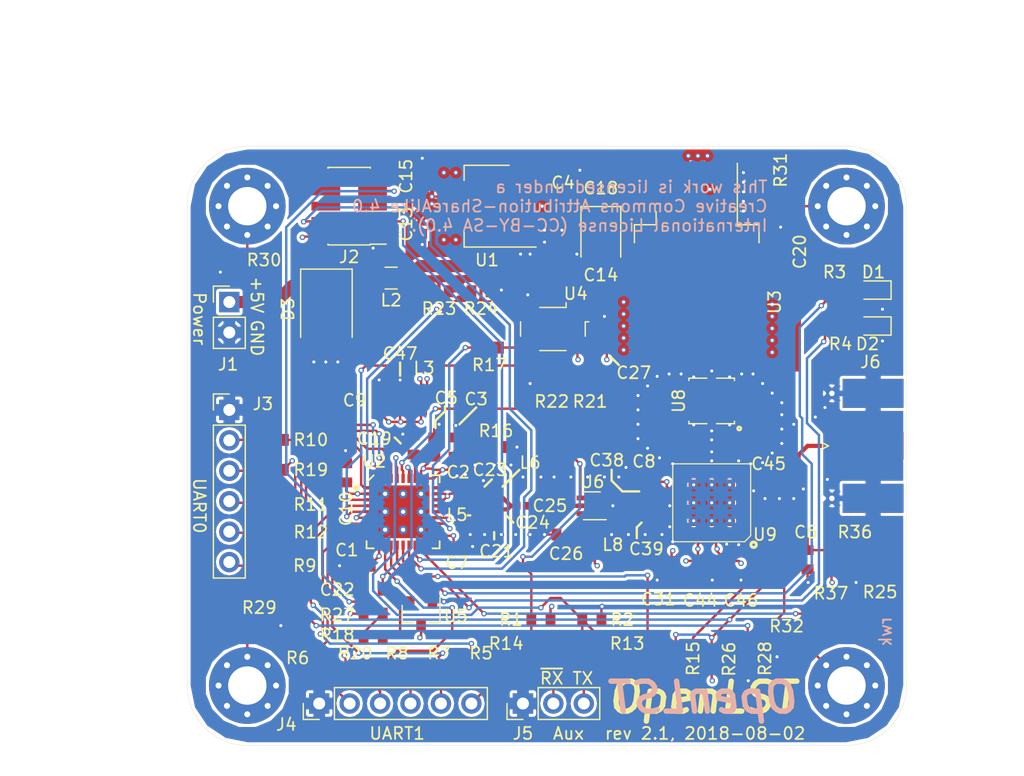
<source format=kicad_pcb>
(kicad_pcb (version 4) (host pcbnew 4.0.7-e2-6376~58~ubuntu16.04.1)
  (title_block (title OpenLST) (date 2018-07-08) (rev 1))
  (layers (0 F.Cu signal) (1 In1.Cu power) (2 In2.Cu power) (31 B.Cu signal) (34 B.Paste user) (35 F.Paste user) (36 B.SilkS user) (37 F.SilkS user) (38 B.Mask user) (39 F.Mask user) (44 Edge.Cuts user))
  (net 0 "")
  (net 1 /3V3_FILT)
  (net 2 GND)
  (net 3 +5V)
  (net 4 +3V3)
  (net 5 "Net-(C19-Pad1)")
  (net 6 VCC_3V6)
  (net 7 "Net-(C21-Pad2)")
  (net 8 "Net-(C22-Pad1)")
  (net 9 "Net-(C23-Pad2)")
  (net 10 "Net-(C24-Pad1)")
  (net 11 "Net-(C24-Pad2)")
  (net 12 "Net-(C25-Pad2)")
  (net 13 "Net-(C26-Pad1)")
  (net 14 "Net-(C38-Pad1)")
  (net 15 "Net-(C38-Pad2)")
  (net 16 "Net-(C39-Pad1)")
  (net 17 "Net-(C39-Pad2)")
  (net 18 /PA_VAPC)
  (net 19 "Net-(C45-Pad1)")
  (net 20 "Net-(C45-Pad2)")
  (net 21 "Net-(D1-Pad2)")
  (net 22 "Net-(D2-Pad2)")
  (net 23 "Net-(D3-Pad1)")
  (net 24 /PROG_DC)
  (net 25 /PROG_DD)
  (net 26 /~LST_RESET)
  (net 27 /UART0_RTS)
  (net 28 "Net-(J3-Pad3)")
  (net 29 /UART0_RX)
  (net 30 /UART0_TX)
  (net 31 /UART0_CTS)
  (net 32 /UART1_RTS)
  (net 33 "Net-(J4-Pad3)")
  (net 34 /UART1_RX)
  (net 35 /UART1_TX)
  (net 36 /UART1_CTS)
  (net 37 /~LST_RX_MODE)
  (net 38 "Net-(R3-Pad2)")
  (net 39 "Net-(R4-Pad2)")
  (net 40 "Net-(R5-Pad1)")
  (net 41 "Net-(R6-Pad1)")
  (net 42 "Net-(R7-Pad1)")
  (net 43 "Net-(R8-Pad1)")
  (net 44 "Net-(R9-Pad1)")
  (net 45 "Net-(R10-Pad1)")
  (net 46 "Net-(R11-Pad1)")
  (net 47 "Net-(R12-Pad1)")
  (net 48 /RF_EN)
  (net 49 "Net-(R15-Pad2)")
  (net 50 "Net-(R16-Pad2)")
  (net 51 "Net-(R17-Pad1)")
  (net 52 "Net-(R17-Pad2)")
  (net 53 /AN0)
  (net 54 /AN1)
  (net 55 /RF_BYP)
  (net 56 "Net-(U8-Pad2)")
  (net 57 "Net-(J5-Pad2)")
  (net 58 "Net-(J5-Pad3)")
  (net 59 "Net-(R25-Pad2)")
  (net 60 "Net-(U8-Pad6)")
  (net 61 "Net-(MK1-Pad1)")
  (net 62 "Net-(MK2-Pad1)")
  (net 63 "Net-(MK3-Pad1)")
  (net 64 "Net-(MK4-Pad1)")
  (net 65 "Net-(J2-Pad5)")
  (net 66 "Net-(J2-Pad6)")
  (net 67 "Net-(J2-Pad8)")
  (net 68 "Net-(J2-Pad9)")
  (net 69 "Net-(J2-Pad10)")
  (net 70 "Net-(U2-Pad18)")
  (net 71 "Net-(U2-Pad20)")
  (net 72 "Net-(U9-Pad16)")
  (net 73 "Net-(U9-Pad14)")
  (net 74 "Net-(U9-Pad25)")
  (net 75 /LST_TX_MODE)
  (module archive:PinHeader_1x06_P2.54mm_Vertical (layer F.Cu) (at 117 60.5)
    (fp_text reference J3 (at 2.8 -0.5 180) (layer F.SilkS))
    (fp_text value UART0)
    (pad 1 thru_hole rect (at 0 0) (size 1.7 1.7) (drill 1) (layers *.Cu *.Mask) (net 2 GND))
    (pad 2 thru_hole oval (at 0 2.54) (size 1.7 1.7) (drill 1) (layers *.Cu *.Mask) (net 27 /UART0_RTS))
    (pad 3 thru_hole oval (at 0 5.08) (size 1.7 1.7) (drill 1) (layers *.Cu *.Mask) (net 28 "Net-(J3-Pad3)"))
    (pad 4 thru_hole oval (at 0 7.62) (size 1.7 1.7) (drill 1) (layers *.Cu *.Mask) (net 29 /UART0_RX))
    (pad 5 thru_hole oval (at 0 10.16) (size 1.7 1.7) (drill 1) (layers *.Cu *.Mask) (net 30 /UART0_TX))
    (pad 6 thru_hole oval (at 0 12.7) (size 1.7 1.7) (drill 1) (layers *.Cu *.Mask) (net 31 /UART0_CTS))
  )
  (module openlst:VIA-10mil (layer F.Cu) (at 137.1 70.9)
    (fp_text reference REF** hide)
    (fp_text value VIA-10mil hide)
    (pad 1 thru_hole circle (at 0 0) (size 0.4572 0.4572) (drill 0.254) (layers *.Cu) (net 2 GND))
  )
  (module openlst:TI_CC_QFN36 (layer F.Cu) (at 131.5 69)
    (fp_text reference U2 (at -2.4 -4.2) (layer F.SilkS))
    (fp_text value CC1110)
    (pad 37 thru_hole circle (at 0 1.5) (size 0.6096 0.6096) (drill 0.3556) (layers *.Cu B.Mask) (net 2 GND))
    (pad 37 thru_hole circle (at 1.5 1.5) (size 0.6096 0.6096) (drill 0.3556) (layers *.Cu B.Mask) (net 2 GND))
    (pad 37 thru_hole circle (at 1.5 -1.5) (size 0.6096 0.6096) (drill 0.3556) (layers *.Cu B.Mask) (net 2 GND))
    (pad 37 thru_hole circle (at 0 -1.5) (size 0.6096 0.6096) (drill 0.3556) (layers *.Cu B.Mask) (net 2 GND))
    (pad 37 thru_hole circle (at -1.5 -1.5) (size 0.6096 0.6096) (drill 0.3556) (layers *.Cu B.Mask) (net 2 GND))
    (pad 32 smd rect (at 0 -2.78) (size 0.28 0.75) (layers F.Cu F.Paste F.Mask) (net 37 /~LST_RX_MODE))
    (pad 31 smd rect (at 0.5 -2.78) (size 0.28 0.75) (layers F.Cu F.Paste F.Mask) (net 8 "Net-(C22-Pad1)"))
    (pad 30 smd rect (at 1 -2.78) (size 0.28 0.75) (layers F.Cu F.Paste F.Mask) (net 5 "Net-(C19-Pad1)"))
    (pad 29 smd rect (at 1.5 -2.78) (size 0.28 0.75) (layers F.Cu F.Paste F.Mask) (net 1 /3V3_FILT))
    (pad 28 smd rect (at 2 -2.78) (size 0.28 0.75) (layers F.Cu F.Paste F.Mask) (net 1 /3V3_FILT))
    (pad 33 smd rect (at -0.5 -2.78) (size 0.28 0.75) (layers F.Cu F.Paste F.Mask) (net 75 /LST_TX_MODE))
    (pad 34 smd rect (at -1 -2.78) (size 0.28 0.75) (layers F.Cu F.Paste F.Mask) (net 47 "Net-(R12-Pad1)"))
    (pad 35 smd rect (at -1.5 -2.78) (size 0.28 0.75) (layers F.Cu F.Paste F.Mask) (net 46 "Net-(R11-Pad1)"))
    (pad 36 smd rect (at -2 -2.78) (size 0.28 0.75) (layers F.Cu F.Paste F.Mask) (net 45 "Net-(R10-Pad1)"))
    (pad 23 smd rect (at 2.78 0 90) (size 0.28 0.75) (layers F.Cu F.Paste F.Mask) (net 10 "Net-(C24-Pad1)"))
    (pad 22 smd rect (at 2.78 0.5 90) (size 0.28 0.75) (layers F.Cu F.Paste F.Mask) (net 1 /3V3_FILT))
    (pad 21 smd rect (at 2.78 1 90) (size 0.28 0.75) (layers F.Cu F.Paste F.Mask) (net 52 "Net-(R17-Pad2)"))
    (pad 20 smd rect (at 2.78 1.5 90) (size 0.28 0.75) (layers F.Cu F.Paste F.Mask) (net 71 "Net-(U2-Pad20)"))
    (pad 19 smd rect (at 2.78 2 90) (size 0.28 0.75) (layers F.Cu F.Paste F.Mask) (net 1 /3V3_FILT))
    (pad 27 smd rect (at 2.78 -2 90) (size 0.28 0.75) (layers F.Cu F.Paste F.Mask) (net 50 "Net-(R16-Pad2)"))
    (pad 26 smd rect (at 2.78 -1.5 90) (size 0.28 0.75) (layers F.Cu F.Paste F.Mask) (net 1 /3V3_FILT))
    (pad 25 smd rect (at 2.78 -1 90) (size 0.28 0.75) (layers F.Cu F.Paste F.Mask) (net 1 /3V3_FILT))
    (pad 24 smd rect (at 2.78 -0.5 90) (size 0.28 0.75) (layers F.Cu F.Paste F.Mask) (net 9 "Net-(C23-Pad2)"))
    (pad 14 smd rect (at 0 2.78) (size 0.28 0.75) (layers F.Cu F.Paste F.Mask) (net 49 "Net-(R15-Pad2)"))
    (pad 13 smd rect (at -0.5 2.78) (size 0.28 0.75) (layers F.Cu F.Paste F.Mask) (net 39 "Net-(R4-Pad2)"))
    (pad 12 smd rect (at -1 2.78) (size 0.28 0.75) (layers F.Cu F.Paste F.Mask) (net 38 "Net-(R3-Pad2)"))
    (pad 11 smd rect (at -1.5 2.78) (size 0.28 0.75) (layers F.Cu F.Paste F.Mask) (net 43 "Net-(R8-Pad1)"))
    (pad 10 smd rect (at -2 2.78) (size 0.28 0.75) (layers F.Cu F.Paste F.Mask) (net 1 /3V3_FILT))
    (pad 18 smd rect (at 2 2.78) (size 0.28 0.75) (layers F.Cu F.Paste F.Mask) (net 70 "Net-(U2-Pad18)"))
    (pad 17 smd rect (at 1.5 2.78) (size 0.28 0.75) (layers F.Cu F.Paste F.Mask) (net 59 "Net-(R25-Pad2)"))
    (pad 16 smd rect (at 1 2.78) (size 0.28 0.75) (layers F.Cu F.Paste F.Mask) (net 24 /PROG_DC))
    (pad 15 smd rect (at 0.5 2.78) (size 0.28 0.75) (layers F.Cu F.Paste F.Mask) (net 25 /PROG_DD))
    (pad 5 smd rect (at -2.78 0 90) (size 0.28 0.75) (layers F.Cu F.Paste F.Mask) (net 53 /AN0))
    (pad 4 smd rect (at -2.78 -0.5 90) (size 0.28 0.75) (layers F.Cu F.Paste F.Mask) (net 48 /RF_EN))
    (pad 3 smd rect (at -2.78 -1 90) (size 0.28 0.75) (layers F.Cu F.Paste F.Mask) (net 55 /RF_BYP))
    (pad 2 smd rect (at -2.78 -1.5 90) (size 0.28 0.75) (layers F.Cu F.Paste F.Mask) (net 1 /3V3_FILT))
    (pad 1 smd rect (at -2.78 -2 90) (size 0.28 0.75) (layers F.Cu F.Paste F.Mask) (net 44 "Net-(R9-Pad1)"))
    (pad 9 smd rect (at -2.78 2 90) (size 0.28 0.75) (layers F.Cu F.Paste F.Mask) (net 42 "Net-(R7-Pad1)"))
    (pad 8 smd rect (at -2.78 1.5 90) (size 0.28 0.75) (layers F.Cu F.Paste F.Mask) (net 41 "Net-(R6-Pad1)"))
    (pad 7 smd rect (at -2.78 1 90) (size 0.28 0.75) (layers F.Cu F.Paste F.Mask) (net 40 "Net-(R5-Pad1)"))
    (pad 6 smd rect (at -2.78 0.5 90) (size 0.28 0.75) (layers F.Cu F.Paste F.Mask) (net 54 /AN1))
    (pad 37 smd rect (at 0 0) (size 4.4 4.4) (layers F.Cu) (net 2 GND))
    (pad 37 thru_hole circle (at -1.5 1.5) (size 0.6096 0.6096) (drill 0.3556) (layers *.Cu B.Mask) (net 2 GND))
    (pad 37 thru_hole circle (at 1.5 0) (size 0.6096 0.6096) (drill 0.3556) (layers *.Cu B.Mask) (net 2 GND))
    (pad 37 thru_hole circle (at 0 0) (size 0.6096 0.6096) (drill 0.3556) (layers *.Cu B.Mask) (net 2 GND))
    (pad 37 thru_hole circle (at -1.5 0) (size 0.6096 0.6096) (drill 0.3556) (layers *.Cu B.Mask) (net 2 GND))
  )
  (module openlst:VIA-10mil (layer F.Cu) (at 133.5 57.9)
    (fp_text reference REF** hide)
    (fp_text value VIA-10mil hide)
    (pad 1 thru_hole circle (at 0 0) (size 0.4572 0.4572) (drill 0.254) (layers *.Cu) (net 4 +3V3))
  )
  (module openlst:VIA-10mil (layer F.Cu) (at 124.05 56.5)
    (fp_text reference REF** hide)
    (fp_text value VIA-10mil hide)
    (pad 1 thru_hole circle (at 0 0) (size 0.4572 0.4572) (drill 0.254) (layers *.Cu) (net 2 GND))
  )
  (module openlst:VIA-10mil (layer F.Cu) (at 125.05 56.5)
    (fp_text reference REF** hide)
    (fp_text value VIA-10mil hide)
    (pad 1 thru_hole circle (at 0 0) (size 0.4572 0.4572) (drill 0.254) (layers *.Cu) (net 2 GND))
  )
  (module openlst:VIA-10mil (layer F.Cu) (at 126.05 56.5)
    (fp_text reference REF** hide)
    (fp_text value VIA-10mil hide)
    (pad 1 thru_hole circle (at 0 0) (size 0.4572 0.4572) (drill 0.254) (layers *.Cu) (net 2 GND))
  )
  (module openlst:VIA-10mil (layer F.Cu) (at 134.9 46.3)
    (fp_text reference REF** hide)
    (fp_text value VIA-10mil hide)
    (pad 1 thru_hole circle (at 0 0) (size 0.4572 0.4572) (drill 0.254) (layers *.Cu) (net 4 +3V3))
  )
  (module openlst:VIA-10mil (layer F.Cu) (at 135.9 46.3)
    (fp_text reference REF** hide)
    (fp_text value VIA-10mil hide)
    (pad 1 thru_hole circle (at 0 0) (size 0.4572 0.4572) (drill 0.254) (layers *.Cu) (net 4 +3V3))
  )
  (module openlst:VIA-10mil (layer F.Cu) (at 134.9 40.7)
    (fp_text reference REF** hide)
    (fp_text value VIA-10mil hide)
    (pad 1 thru_hole circle (at 0 0) (size 0.4572 0.4572) (drill 0.254) (layers *.Cu) (net 4 +3V3))
  )
  (module openlst:VIA-10mil (layer F.Cu) (at 135.9 40.7)
    (fp_text reference REF** hide)
    (fp_text value VIA-10mil hide)
    (pad 1 thru_hole circle (at 0 0) (size 0.4572 0.4572) (drill 0.254) (layers *.Cu) (net 4 +3V3))
  )
  (module openlst:VIA-10mil (layer F.Cu) (at 141.3 47.5)
    (fp_text reference REF** hide)
    (fp_text value VIA-10mil hide)
    (pad 1 thru_hole circle (at 0 0) (size 0.4572 0.4572) (drill 0.254) (layers *.Cu) (net 2 GND))
  )
  (module openlst:VIA-10mil (layer F.Cu) (at 142.1 47.5)
    (fp_text reference REF** hide)
    (fp_text value VIA-10mil hide)
    (pad 1 thru_hole circle (at 0 0) (size 0.4572 0.4572) (drill 0.254) (layers *.Cu) (net 2 GND))
  )
  (module openlst:VIA-10mil (layer F.Cu) (at 143.3 46.5)
    (fp_text reference REF** hide)
    (fp_text value VIA-10mil hide)
    (pad 1 thru_hole circle (at 0 0) (size 0.4572 0.4572) (drill 0.254) (layers *.Cu) (net 2 GND))
  )
  (module openlst:VIA-10mil (layer F.Cu) (at 143.3 45.5)
    (fp_text reference REF** hide)
    (fp_text value VIA-10mil hide)
    (pad 1 thru_hole circle (at 0 0) (size 0.4572 0.4572) (drill 0.254) (layers *.Cu) (net 2 GND))
  )
  (module openlst:VIA-10mil (layer F.Cu) (at 159.9 40.7)
    (fp_text reference REF** hide)
    (fp_text value VIA-10mil hide)
    (pad 1 thru_hole circle (at 0 0) (size 0.4572 0.4572) (drill 0.254) (layers *.Cu) (net 2 GND))
  )
  (module openlst:VIA-10mil (layer F.Cu) (at 159.9 43.9)
    (fp_text reference REF** hide)
    (fp_text value VIA-10mil hide)
    (pad 1 thru_hole circle (at 0 0) (size 0.4572 0.4572) (drill 0.254) (layers *.Cu) (net 2 GND))
  )
  (module openlst:VIA-10mil (layer F.Cu) (at 159.9 43.1)
    (fp_text reference REF** hide)
    (fp_text value VIA-10mil hide)
    (pad 1 thru_hole circle (at 0 0) (size 0.4572 0.4572) (drill 0.254) (layers *.Cu) (net 2 GND))
  )
  (module openlst:VIA-10mil (layer F.Cu) (at 159.9 42.3)
    (fp_text reference REF** hide)
    (fp_text value VIA-10mil hide)
    (pad 1 thru_hole circle (at 0 0) (size 0.4572 0.4572) (drill 0.254) (layers *.Cu) (net 2 GND))
  )
  (module openlst:VIA-10mil (layer F.Cu) (at 159.9 41.5)
    (fp_text reference REF** hide)
    (fp_text value VIA-10mil hide)
    (pad 1 thru_hole circle (at 0 0) (size 0.4572 0.4572) (drill 0.254) (layers *.Cu) (net 2 GND))
  )
  (module openlst:VIA-10mil (layer F.Cu) (at 155.3 39.3)
    (fp_text reference REF** hide)
    (fp_text value VIA-10mil hide)
    (pad 1 thru_hole circle (at 0 0) (size 0.4572 0.4572) (drill 0.254) (layers *.Cu) (net 6 VCC_3V6))
  )
  (module openlst:VIA-10mil (layer F.Cu) (at 156.1 39.3)
    (fp_text reference REF** hide)
    (fp_text value VIA-10mil hide)
    (pad 1 thru_hole circle (at 0 0) (size 0.4572 0.4572) (drill 0.254) (layers *.Cu) (net 6 VCC_3V6))
  )
  (module openlst:VIA-10mil (layer F.Cu) (at 156.9 39.3)
    (fp_text reference REF** hide)
    (fp_text value VIA-10mil hide)
    (pad 1 thru_hole circle (at 0 0) (size 0.4572 0.4572) (drill 0.254) (layers *.Cu) (net 6 VCC_3V6))
  )
  (module openlst:VIA-10mil (layer F.Cu) (at 153.5 66.5)
    (fp_text reference REF** hide)
    (fp_text value VIA-10mil hide)
    (pad 1 thru_hole circle (at 0 0) (size 0.4572 0.4572) (drill 0.254) (layers *.Cu) (net 6 VCC_3V6))
  )
  (module openlst:VIA-10mil (layer F.Cu) (at 157.7 72.1)
    (fp_text reference REF** hide)
    (fp_text value VIA-10mil hide)
    (pad 1 thru_hole circle (at 0 0) (size 0.4572 0.4572) (drill 0.254) (layers *.Cu) (net 6 VCC_3V6))
  )
  (module openlst:VIA-10mil (layer F.Cu) (at 156.1 72.1)
    (fp_text reference REF** hide)
    (fp_text value VIA-10mil hide)
    (pad 1 thru_hole circle (at 0 0) (size 0.4572 0.4572) (drill 0.254) (layers *.Cu) (net 6 VCC_3V6))
  )
  (module openlst:VIA-10mil (layer F.Cu) (at 155.1 73.1)
    (fp_text reference REF** hide)
    (fp_text value VIA-10mil hide)
    (pad 1 thru_hole circle (at 0 0) (size 0.4572 0.4572) (drill 0.254) (layers *.Cu) (net 6 VCC_3V6))
  )
  (module openlst:VIA-10mil (layer F.Cu) (at 159.7 73.3)
    (fp_text reference REF** hide)
    (fp_text value VIA-10mil hide)
    (pad 1 thru_hole circle (at 0 0) (size 0.4572 0.4572) (drill 0.254) (layers *.Cu) (net 6 VCC_3V6))
  )
  (module openlst:VIA-10mil (layer F.Cu) (at 149.9 55.5)
    (fp_text reference REF** hide)
    (fp_text value VIA-10mil hide)
    (pad 1 thru_hole circle (at 0 0) (size 0.4572 0.4572) (drill 0.254) (layers *.Cu) (net 6 VCC_3V6))
  )
  (module openlst:VIA-10mil (layer F.Cu) (at 162.3 55.7)
    (fp_text reference REF** hide)
    (fp_text value VIA-10mil hide)
    (pad 1 thru_hole circle (at 0 0) (size 0.4572 0.4572) (drill 0.254) (layers *.Cu) (net 6 VCC_3V6))
  )
  (module openlst:VIA-10mil (layer F.Cu) (at 149.9 54.5)
    (fp_text reference REF** hide)
    (fp_text value VIA-10mil hide)
    (pad 1 thru_hole circle (at 0 0) (size 0.4572 0.4572) (drill 0.254) (layers *.Cu) (net 6 VCC_3V6))
  )
  (module openlst:VIA-10mil (layer F.Cu) (at 162.3 54.7)
    (fp_text reference REF** hide)
    (fp_text value VIA-10mil hide)
    (pad 1 thru_hole circle (at 0 0) (size 0.4572 0.4572) (drill 0.254) (layers *.Cu) (net 6 VCC_3V6))
  )
  (module openlst:VIA-10mil (layer F.Cu) (at 149.9 53.5)
    (fp_text reference REF** hide)
    (fp_text value VIA-10mil hide)
    (pad 1 thru_hole circle (at 0 0) (size 0.4572 0.4572) (drill 0.254) (layers *.Cu) (net 6 VCC_3V6))
  )
  (module openlst:VIA-10mil (layer F.Cu) (at 162.3 53.7)
    (fp_text reference REF** hide)
    (fp_text value VIA-10mil hide)
    (pad 1 thru_hole circle (at 0 0) (size 0.4572 0.4572) (drill 0.254) (layers *.Cu) (net 6 VCC_3V6))
  )
  (module openlst:VIA-10mil (layer F.Cu) (at 149.9 52.5)
    (fp_text reference REF** hide)
    (fp_text value VIA-10mil hide)
    (pad 1 thru_hole circle (at 0 0) (size 0.4572 0.4572) (drill 0.254) (layers *.Cu) (net 6 VCC_3V6))
  )
  (module openlst:VIA-10mil (layer F.Cu) (at 162.3 52.7)
    (fp_text reference REF** hide)
    (fp_text value VIA-10mil hide)
    (pad 1 thru_hole circle (at 0 0) (size 0.4572 0.4572) (drill 0.254) (layers *.Cu) (net 6 VCC_3V6))
  )
  (module openlst:VIA-10mil (layer F.Cu) (at 149.9 51.5)
    (fp_text reference REF** hide)
    (fp_text value VIA-10mil hide)
    (pad 1 thru_hole circle (at 0 0) (size 0.4572 0.4572) (drill 0.254) (layers *.Cu) (net 6 VCC_3V6))
  )
  (module openlst:VIA-10mil (layer F.Cu) (at 162.3 51.7)
    (fp_text reference REF** hide)
    (fp_text value VIA-10mil hide)
    (pad 1 thru_hole circle (at 0 0) (size 0.4572 0.4572) (drill 0.254) (layers *.Cu) (net 6 VCC_3V6))
  )
  (module openlst:VIA-10mil (layer F.Cu) (at 164.1 67.9)
    (fp_text reference REF** hide)
    (fp_text value VIA-10mil hide)
    (pad 1 thru_hole circle (at 0 0) (size 0.4572 0.4572) (drill 0.254) (layers *.Cu) (net 2 GND))
  )
  (module openlst:VIA-10mil (layer F.Cu) (at 165.9 61.1)
    (fp_text reference REF** hide)
    (fp_text value VIA-10mil hide)
    (pad 1 thru_hole circle (at 0 0) (size 0.4572 0.4572) (drill 0.254) (layers *.Cu) (net 2 GND))
  )
  (module openlst:VIA-10mil (layer F.Cu) (at 163.1 63.3)
    (fp_text reference REF** hide)
    (fp_text value VIA-10mil hide)
    (pad 1 thru_hole circle (at 0 0) (size 0.4572 0.4572) (drill 0.254) (layers *.Cu) (net 2 GND))
  )
  (module openlst:VIA-10mil (layer F.Cu) (at 162.3 59.1)
    (fp_text reference REF** hide)
    (fp_text value VIA-10mil hide)
    (pad 1 thru_hole circle (at 0 0) (size 0.4572 0.4572) (drill 0.254) (layers *.Cu) (net 2 GND))
  )
  (module openlst:VIA-10mil (layer F.Cu) (at 154.7 57.5)
    (fp_text reference REF** hide)
    (fp_text value VIA-10mil hide)
    (pad 1 thru_hole circle (at 0 0) (size 0.4572 0.4572) (drill 0.254) (layers *.Cu) (net 2 GND))
  )
  (module openlst:VIA-10mil (layer F.Cu) (at 151.9 58.5)
    (fp_text reference REF** hide)
    (fp_text value VIA-10mil hide)
    (pad 1 thru_hole circle (at 0 0) (size 0.4572 0.4572) (drill 0.254) (layers *.Cu) (net 2 GND))
  )
  (module openlst:VIA-10mil (layer F.Cu) (at 151.1 62.9)
    (fp_text reference REF** hide)
    (fp_text value VIA-10mil hide)
    (pad 1 thru_hole circle (at 0 0) (size 0.4572 0.4572) (drill 0.254) (layers *.Cu) (net 2 GND))
  )
  (module openlst:VIA-10mil (layer F.Cu) (at 138.3 70.9)
    (fp_text reference REF** hide)
    (fp_text value VIA-10mil hide)
    (pad 1 thru_hole circle (at 0 0) (size 0.4572 0.4572) (drill 0.254) (layers *.Cu) (net 2 GND))
  )
  (module openlst:VIA-10mil (layer F.Cu) (at 139.7 70.9)
    (fp_text reference REF** hide)
    (fp_text value VIA-10mil hide)
    (pad 1 thru_hole circle (at 0 0) (size 0.4572 0.4572) (drill 0.254) (layers *.Cu) (net 2 GND))
  )
  (module openlst:VIA-10mil (layer F.Cu) (at 140.9 70.9)
    (fp_text reference REF** hide)
    (fp_text value VIA-10mil hide)
    (pad 1 thru_hole circle (at 0 0) (size 0.4572 0.4572) (drill 0.254) (layers *.Cu) (net 2 GND))
  )
  (module openlst:VIA-10mil (layer F.Cu) (at 142.1 70.9)
    (fp_text reference REF** hide)
    (fp_text value VIA-10mil hide)
    (pad 1 thru_hole circle (at 0 0) (size 0.4572 0.4572) (drill 0.254) (layers *.Cu) (net 2 GND))
  )
  (module openlst:VIA-10mil (layer F.Cu) (at 148.9 70.9)
    (fp_text reference REF** hide)
    (fp_text value VIA-10mil hide)
    (pad 1 thru_hole circle (at 0 0) (size 0.4572 0.4572) (drill 0.254) (layers *.Cu) (net 2 GND))
  )
  (module openlst:VIA-10mil (layer F.Cu) (at 150.3 70.9)
    (fp_text reference REF** hide)
    (fp_text value VIA-10mil hide)
    (pad 1 thru_hole circle (at 0 0) (size 0.4572 0.4572) (drill 0.254) (layers *.Cu) (net 2 GND))
  )
  (module openlst:VIA-10mil (layer F.Cu) (at 151.7 70.9)
    (fp_text reference REF** hide)
    (fp_text value VIA-10mil hide)
    (pad 1 thru_hole circle (at 0 0) (size 0.4572 0.4572) (drill 0.254) (layers *.Cu) (net 2 GND))
  )
  (module openlst:VIA-10mil (layer F.Cu) (at 153.1 70.9)
    (fp_text reference REF** hide)
    (fp_text value VIA-10mil hide)
    (pad 1 thru_hole circle (at 0 0) (size 0.4572 0.4572) (drill 0.254) (layers *.Cu) (net 2 GND))
  )
  (module openlst:VIA-10mil (layer F.Cu) (at 136.7 65.9)
    (fp_text reference REF** hide)
    (fp_text value VIA-10mil hide)
    (pad 1 thru_hole circle (at 0 0) (size 0.4572 0.4572) (drill 0.254) (layers *.Cu) (net 2 GND))
  )
  (module openlst:VIA-10mil (layer F.Cu) (at 137.5 65.1)
    (fp_text reference REF** hide)
    (fp_text value VIA-10mil hide)
    (pad 1 thru_hole circle (at 0 0) (size 0.4572 0.4572) (drill 0.254) (layers *.Cu) (net 2 GND))
  )
  (module openlst:VIA-10mil (layer F.Cu) (at 139.1 65.1)
    (fp_text reference REF** hide)
    (fp_text value VIA-10mil hide)
    (pad 1 thru_hole circle (at 0 0) (size 0.4572 0.4572) (drill 0.254) (layers *.Cu) (net 2 GND))
  )
  (module openlst:VIA-10mil (layer F.Cu) (at 140.5 65.1)
    (fp_text reference REF** hide)
    (fp_text value VIA-10mil hide)
    (pad 1 thru_hole circle (at 0 0) (size 0.4572 0.4572) (drill 0.254) (layers *.Cu) (net 2 GND))
  )
  (module openlst:VIA-10mil (layer F.Cu) (at 141.5 66.1)
    (fp_text reference REF** hide)
    (fp_text value VIA-10mil hide)
    (pad 1 thru_hole circle (at 0 0) (size 0.4572 0.4572) (drill 0.254) (layers *.Cu) (net 2 GND))
  )
  (module openlst:VIA-10mil (layer F.Cu) (at 143 66.1)
    (fp_text reference REF** hide)
    (fp_text value VIA-10mil hide)
    (pad 1 thru_hole circle (at 0 0) (size 0.4572 0.4572) (drill 0.254) (layers *.Cu) (net 2 GND))
  )
  (module openlst:VIA-10mil (layer F.Cu) (at 144.1 66.1)
    (fp_text reference REF** hide)
    (fp_text value VIA-10mil hide)
    (pad 1 thru_hole circle (at 0 0) (size 0.4572 0.4572) (drill 0.254) (layers *.Cu) (net 2 GND))
  )
  (module openlst:VIA-10mil (layer F.Cu) (at 145.5 66.1)
    (fp_text reference REF** hide)
    (fp_text value VIA-10mil hide)
    (pad 1 thru_hole circle (at 0 0) (size 0.4572 0.4572) (drill 0.254) (layers *.Cu) (net 2 GND))
  )
  (module openlst:VIA-10mil (layer F.Cu) (at 146.9 66.1)
    (fp_text reference REF** hide)
    (fp_text value VIA-10mil hide)
    (pad 1 thru_hole circle (at 0 0) (size 0.4572 0.4572) (drill 0.254) (layers *.Cu) (net 2 GND))
  )
  (module openlst:VIA-10mil (layer F.Cu) (at 148.3 66.1)
    (fp_text reference REF** hide)
    (fp_text value VIA-10mil hide)
    (pad 1 thru_hole circle (at 0 0) (size 0.4572 0.4572) (drill 0.254) (layers *.Cu) (net 2 GND))
  )
  (module openlst:VIA-10mil (layer F.Cu) (at 149.5 66.1)
    (fp_text reference REF** hide)
    (fp_text value VIA-10mil hide)
    (pad 1 thru_hole circle (at 0 0) (size 0.4572 0.4572) (drill 0.254) (layers *.Cu) (net 2 GND))
  )
  (module openlst:VIA-10mil (layer F.Cu) (at 157.25 63)
    (fp_text reference REF** hide)
    (fp_text value VIA-10mil hide)
    (pad 1 thru_hole circle (at 0 0) (size 0.4572 0.4572) (drill 0.254) (layers *.Cu) (net 2 GND))
  )
  (module openlst:VIA-10mil (layer F.Cu) (at 151.1 59.3)
    (fp_text reference REF** hide)
    (fp_text value VIA-10mil hide)
    (pad 1 thru_hole circle (at 0 0) (size 0.4572 0.4572) (drill 0.254) (layers *.Cu) (net 2 GND))
  )
  (module openlst:VIA-10mil (layer F.Cu) (at 160.7 57.5)
    (fp_text reference REF** hide)
    (fp_text value VIA-10mil hide)
    (pad 1 thru_hole circle (at 0 0) (size 0.4572 0.4572) (drill 0.254) (layers *.Cu) (net 2 GND))
  )
  (module openlst:VIA-10mil (layer F.Cu) (at 162.3 64.1)
    (fp_text reference REF** hide)
    (fp_text value VIA-10mil hide)
    (pad 1 thru_hole circle (at 0 0) (size 0.4572 0.4572) (drill 0.254) (layers *.Cu) (net 2 GND))
  )
  (module openlst:VIA-10mil (layer F.Cu) (at 166.9 66.3)
    (fp_text reference REF** hide)
    (fp_text value VIA-10mil hide)
    (pad 1 thru_hole circle (at 0 0) (size 0.4572 0.4572) (drill 0.254) (layers *.Cu) (net 2 GND))
  )
  (module openlst:VIA-10mil (layer F.Cu) (at 164.9 67.1)
    (fp_text reference REF** hide)
    (fp_text value VIA-10mil hide)
    (pad 1 thru_hole circle (at 0 0) (size 0.4572 0.4572) (drill 0.254) (layers *.Cu) (net 2 GND))
  )
  (module openlst:VIA-10mil (layer F.Cu) (at 162.9 67.9)
    (fp_text reference REF** hide)
    (fp_text value VIA-10mil hide)
    (pad 1 thru_hole circle (at 0 0) (size 0.4572 0.4572) (drill 0.254) (layers *.Cu) (net 2 GND))
  )
  (module openlst:VIA-10mil (layer F.Cu) (at 161.7 67.9)
    (fp_text reference REF** hide)
    (fp_text value VIA-10mil hide)
    (pad 1 thru_hole circle (at 0 0) (size 0.4572 0.4572) (drill 0.254) (layers *.Cu) (net 2 GND))
  )
  (module openlst:VIA-10mil (layer F.Cu) (at 164.1 61.7)
    (fp_text reference REF** hide)
    (fp_text value VIA-10mil hide)
    (pad 1 thru_hole circle (at 0 0) (size 0.4572 0.4572) (drill 0.254) (layers *.Cu) (net 2 GND))
  )
  (module openlst:VIA-10mil (layer F.Cu) (at 159.75 57.5)
    (fp_text reference REF** hide)
    (fp_text value VIA-10mil hide)
    (pad 1 thru_hole circle (at 0 0) (size 0.4572 0.4572) (drill 0.254) (layers *.Cu) (net 2 GND))
  )
  (module openlst:VIA-10mil (layer F.Cu) (at 163.1 59.9)
    (fp_text reference REF** hide)
    (fp_text value VIA-10mil hide)
    (pad 1 thru_hole circle (at 0 0) (size 0.4572 0.4572) (drill 0.254) (layers *.Cu) (net 2 GND))
  )
  (module openlst:VIA-10mil (layer F.Cu) (at 163.1 60.9)
    (fp_text reference REF** hide)
    (fp_text value VIA-10mil hide)
    (pad 1 thru_hole circle (at 0 0) (size 0.4572 0.4572) (drill 0.254) (layers *.Cu) (net 2 GND))
  )
  (module openlst:VIA-10mil (layer F.Cu) (at 163.1 62.1)
    (fp_text reference REF** hide)
    (fp_text value VIA-10mil hide)
    (pad 1 thru_hole circle (at 0 0) (size 0.4572 0.4572) (drill 0.254) (layers *.Cu) (net 2 GND))
  )
  (module openlst:VIA-10mil (layer F.Cu) (at 161.5 64.9)
    (fp_text reference REF** hide)
    (fp_text value VIA-10mil hide)
    (pad 1 thru_hole circle (at 0 0) (size 0.4572 0.4572) (drill 0.254) (layers *.Cu) (net 2 GND))
  )
  (module openlst:VIA-10mil (layer F.Cu) (at 153.7 57.5)
    (fp_text reference REF** hide)
    (fp_text value VIA-10mil hide)
    (pad 1 thru_hole circle (at 0 0) (size 0.4572 0.4572) (drill 0.254) (layers *.Cu) (net 2 GND))
  )
  (module openlst:VIA-10mil (layer F.Cu) (at 152.7 57.7)
    (fp_text reference REF** hide)
    (fp_text value VIA-10mil hide)
    (pad 1 thru_hole circle (at 0 0) (size 0.4572 0.4572) (drill 0.254) (layers *.Cu) (net 2 GND))
  )
  (module openlst:VIA-10mil (layer F.Cu) (at 166.7 60.3)
    (fp_text reference REF** hide)
    (fp_text value VIA-10mil hide)
    (pad 1 thru_hole circle (at 0 0) (size 0.4572 0.4572) (drill 0.254) (layers *.Cu) (net 2 GND))
  )
  (module openlst:VIA-10mil (layer F.Cu) (at 161.5 58.3)
    (fp_text reference REF** hide)
    (fp_text value VIA-10mil hide)
    (pad 1 thru_hole circle (at 0 0) (size 0.4572 0.4572) (drill 0.254) (layers *.Cu) (net 2 GND))
  )
  (module openlst:VIA-10mil (layer F.Cu) (at 151.1 60.5)
    (fp_text reference REF** hide)
    (fp_text value VIA-10mil hide)
    (pad 1 thru_hole circle (at 0 0) (size 0.4572 0.4572) (drill 0.254) (layers *.Cu) (net 2 GND))
  )
  (module openlst:VIA-10mil (layer F.Cu) (at 151.1 61.7)
    (fp_text reference REF** hide)
    (fp_text value VIA-10mil hide)
    (pad 1 thru_hole circle (at 0 0) (size 0.4572 0.4572) (drill 0.254) (layers *.Cu) (net 2 GND))
  )
  (module openlst:VIA-10mil (layer F.Cu) (at 151.9 63.7)
    (fp_text reference REF** hide)
    (fp_text value VIA-10mil hide)
    (pad 1 thru_hole circle (at 0 0) (size 0.4572 0.4572) (drill 0.254) (layers *.Cu) (net 2 GND))
  )
  (module openlst:VIA-10mil (layer F.Cu) (at 152.9 64.5)
    (fp_text reference REF** hide)
    (fp_text value VIA-10mil hide)
    (pad 1 thru_hole circle (at 0 0) (size 0.4572 0.4572) (drill 0.254) (layers *.Cu) (net 2 GND))
  )
  (module openlst:SAW-8_3.8mm (layer F.Cu) (at 157.25 59.75 90)
    (fp_text reference U8 (at 0 -2.75 90) (layer F.SilkS))
    (fp_text value STA1120A)
    (pad 1 smd rect (at -1.27 1.5 90) (size 0.6 1.2) (layers F.Cu F.Paste F.Mask) (net 2 GND))
    (pad 2 smd rect (at 0 1.5 90) (size 0.6 1.2) (layers F.Cu F.Paste F.Mask) (net 56 "Net-(U8-Pad2)"))
    (pad 3 smd rect (at 1.27 1.5 90) (size 0.6 1.2) (layers F.Cu F.Paste F.Mask) (net 2 GND))
    (pad 4 smd rect (at 1.5 0 180) (size 0.6 1.2) (layers F.Cu F.Paste F.Mask) (net 2 GND))
    (pad 5 smd rect (at 1.27 -1.5 90) (size 0.6 1.2) (layers F.Cu F.Paste F.Mask) (net 2 GND))
    (pad 6 smd rect (at 0 -1.5 90) (size 0.6 1.2) (layers F.Cu F.Paste F.Mask) (net 60 "Net-(U8-Pad6)"))
    (pad 7 smd rect (at -1.27 -1.5 90) (size 0.6 1.2) (layers F.Cu F.Paste F.Mask) (net 2 GND))
    (pad 8 smd rect (at -1.25 0 180) (size 0.6 1.7) (layers F.Cu F.Paste F.Mask) (net 2 GND))
  )
  (module openlst:VIA-10mil (layer F.Cu) (at 157.25 64)
    (fp_text reference REF** hide)
    (fp_text value VIA-10mil hide)
    (pad 1 thru_hole circle (at 0 0) (size 0.4572 0.4572) (drill 0.254) (layers *.Cu) (net 2 GND))
  )
  (module openlst:Qorvo_LGA_28_ThermalVias (layer F.Cu) (at 157.25 68.25 180)
    (fp_text reference U9 (at -4.45 -2.65 180) (layer F.SilkS))
    (fp_text value RFFM6403)
    (pad 29 smd rect (at 0 0.75 270) (size 0.6 3.5) (layers F.Cu F.Paste F.Mask) (net 2 GND))
    (pad 29 smd rect (at 0 -0.75 270) (size 0.6 3.5) (layers F.Cu F.Paste F.Mask) (net 2 GND))
    (pad 29 smd rect (at 0.75 0 180) (size 0.6 3.5) (layers F.Cu F.Paste F.Mask) (net 2 GND))
    (pad 29 thru_hole circle (at -1.5 -1.5 180) (size 0.5588 0.5588) (drill 0.254) (layers *.Cu B.Mask) (net 2 GND))
    (pad 29 thru_hole circle (at -1.5 0 180) (size 0.5588 0.5588) (drill 0.254) (layers *.Cu B.Mask) (net 2 GND))
    (pad 29 thru_hole circle (at 0 0 180) (size 0.5588 0.5588) (drill 0.254) (layers *.Cu B.Mask) (net 2 GND))
    (pad 29 thru_hole circle (at 1.5 0 180) (size 0.5588 0.5588) (drill 0.254) (layers *.Cu B.Mask) (net 2 GND))
    (pad 29 thru_hole circle (at -1.5 1.5 180) (size 0.5588 0.5588) (drill 0.254) (layers *.Cu B.Mask) (net 2 GND))
    (pad 29 thru_hole circle (at 0 1.5 180) (size 0.5588 0.5588) (drill 0.254) (layers *.Cu B.Mask) (net 2 GND))
    (pad 29 thru_hole circle (at 1.5 1.5 180) (size 0.5588 0.5588) (drill 0.254) (layers *.Cu B.Mask) (net 2 GND))
    (pad 29 thru_hole circle (at 1.5 -1.5 180) (size 0.5588 0.5588) (drill 0.254) (layers *.Cu B.Mask) (net 2 GND))
    (pad 29 thru_hole circle (at 0 -1.5 180) (size 0.5588 0.5588) (drill 0.254) (layers *.Cu B.Mask) (net 2 GND))
    (pad 29 smd rect (at -0.75 0 180) (size 0.6 3.5) (layers F.Cu F.Paste F.Mask) (net 2 GND))
    (pad 23 smd rect (at 1.813 -2.625 180) (size 0.4 0.55) (layers F.Cu F.Paste F.Mask) (net 4 +3V3))
    (pad 22 smd rect (at 2.625 -2.65 180) (size 0.55 0.5) (layers F.Cu F.Paste F.Mask) (net 2 GND))
    (pad 16 smd rect (at 2.625 1.875 180) (size 0.55 0.4) (layers F.Cu F.Paste F.Mask) (net 72 "Net-(U9-Pad16)"))
    (pad 15 smd rect (at 2.625 2.65 180) (size 0.55 0.5) (layers F.Cu F.Paste F.Mask) (net 2 GND))
    (pad 8 smd rect (at -2.625 2.65 180) (size 0.55 0.5) (layers F.Cu F.Paste F.Mask) (net 2 GND))
    (pad 29 smd rect (at 0 0 180) (size 3.875 3.875) (layers F.Cu) (net 2 GND))
    (pad 1 smd rect (at -2.625 -2.65 180) (size 0.55 0.5) (layers F.Cu F.Paste F.Mask) (net 2 GND))
    (pad 2 smd rect (at -2.625 -1.875 180) (size 0.55 0.4) (layers F.Cu F.Paste F.Mask) (net 75 /LST_TX_MODE))
    (pad 3 smd rect (at -2.625 -1.125 180) (size 0.55 0.4) (layers F.Cu F.Paste F.Mask) (net 48 /RF_EN))
    (pad 4 smd rect (at -2.625 -0.375 180) (size 0.55 0.4) (layers F.Cu F.Paste F.Mask) (net 55 /RF_BYP))
    (pad 5 smd rect (at -2.625 0.375 180) (size 0.55 0.4) (layers F.Cu F.Paste F.Mask) (net 18 /PA_VAPC))
    (pad 6 smd rect (at -2.625 1.125 180) (size 0.55 0.4) (layers F.Cu F.Paste F.Mask) (net 2 GND))
    (pad 7 smd rect (at -2.625 1.875 180) (size 0.55 0.4) (layers F.Cu F.Paste F.Mask) (net 20 "Net-(C45-Pad2)"))
    (pad 9 smd rect (at -1.813 2.625 180) (size 0.4 0.55) (layers F.Cu F.Paste F.Mask) (net 2 GND))
    (pad 10 smd rect (at -1.088 2.625 180) (size 0.4 0.55) (layers F.Cu F.Paste F.Mask) (net 56 "Net-(U8-Pad2)"))
    (pad 11 smd rect (at -0.363 2.625 180) (size 0.4 0.55) (layers F.Cu F.Paste F.Mask) (net 2 GND))
    (pad 12 smd rect (at 0.363 2.625 180) (size 0.4 0.55) (layers F.Cu F.Paste F.Mask) (net 2 GND))
    (pad 13 smd rect (at 1.088 2.625 180) (size 0.4 0.55) (layers F.Cu F.Paste F.Mask) (net 60 "Net-(U8-Pad6)"))
    (pad 14 smd rect (at 1.813 2.625 180) (size 0.4 0.55) (layers F.Cu F.Paste F.Mask) (net 73 "Net-(U9-Pad14)"))
    (pad 17 smd rect (at 2.625 1.125 180) (size 0.55 0.4) (layers F.Cu F.Paste F.Mask) (net 6 VCC_3V6))
    (pad 18 smd rect (at 2.625 0.375 180) (size 0.55 0.4) (layers F.Cu F.Paste F.Mask) (net 15 "Net-(C38-Pad2)"))
    (pad 19 smd rect (at 2.625 -0.375 180) (size 0.55 0.4) (layers F.Cu F.Paste F.Mask) (net 2 GND))
    (pad 20 smd rect (at 2.625 -1.125 180) (size 0.55 0.4) (layers F.Cu F.Paste F.Mask) (net 17 "Net-(C39-Pad2)"))
    (pad 21 smd rect (at 2.625 -1.875 180) (size 0.55 0.4) (layers F.Cu F.Paste F.Mask) (net 2 GND))
    (pad 24 smd rect (at 1.088 -2.625 180) (size 0.4 0.55) (layers F.Cu F.Paste F.Mask) (net 6 VCC_3V6))
    (pad 25 smd rect (at 0.363 -2.625 180) (size 0.4 0.55) (layers F.Cu F.Paste F.Mask) (net 74 "Net-(U9-Pad25)"))
    (pad 26 smd rect (at -0.363 -2.625 180) (size 0.4 0.55) (layers F.Cu F.Paste F.Mask) (net 6 VCC_3V6))
    (pad 27 smd rect (at -1.088 -2.625 180) (size 0.4 0.55) (layers F.Cu F.Paste F.Mask) (net 2 GND))
    (pad 28 smd rect (at -1.813 -2.625 180) (size 0.4 0.55) (layers F.Cu F.Paste F.Mask) (net 2 GND))
  )
  (module archive:C_0603_1608Metric (layer F.Cu) (at 128 73.5 180)
    (fp_text reference C1 (at 1.2 1.3 180) (layer F.SilkS))
    (fp_text value 0.1u)
    (pad 1 smd rect (at -0.8 0 180) (size 0.82 1) (layers F.Cu F.Paste F.Mask) (net 1 /3V3_FILT))
    (pad 2 smd rect (at 0.8 0 180) (size 0.82 1) (layers F.Cu F.Paste F.Mask) (net 2 GND))
  )
  (module archive:C_0402_1005Metric (layer F.Cu) (at 136.1 67.1 90)
    (fp_text reference C2 (at 1.4 0 180) (layer F.SilkS))
    (fp_text value 220p)
    (pad 1 smd rect (at -0.3875 0 90) (size 0.575 0.65) (layers F.Cu F.Paste F.Mask) (net 1 /3V3_FILT))
    (pad 2 smd rect (at 0.3875 0 90) (size 0.575 0.65) (layers F.Cu F.Paste F.Mask) (net 2 GND))
  )
  (module archive:C_0603_1608Metric (layer F.Cu) (at 135.8 63.6 90)
    (fp_text reference C3 (at 4 1.8 180) (layer F.SilkS))
    (fp_text value 0.1u)
    (pad 1 smd rect (at -0.8 0 90) (size 0.82 1) (layers F.Cu F.Paste F.Mask) (net 1 /3V3_FILT))
    (pad 2 smd rect (at 0.8 0 90) (size 0.82 1) (layers F.Cu F.Paste F.Mask) (net 2 GND))
  )
  (module archive:C_0603_1608Metric (layer F.Cu) (at 144.9 43.7 270)
    (fp_text reference C4 (at -2.15 0.05 360) (layer F.SilkS))
    (fp_text value 10u)
    (pad 1 smd rect (at -0.8 0 270) (size 0.82 1) (layers F.Cu F.Paste F.Mask) (net 3 +5V))
    (pad 2 smd rect (at 0.8 0 270) (size 0.82 1) (layers F.Cu F.Paste F.Mask) (net 2 GND))
  )
  (module archive:C_0603_1608Metric (layer F.Cu) (at 134.1 63.6 90)
    (fp_text reference C5 (at 4.1 1 180) (layer F.SilkS))
    (fp_text value 0.1u)
    (pad 1 smd rect (at -0.8 0 90) (size 0.82 1) (layers F.Cu F.Paste F.Mask) (net 1 /3V3_FILT))
    (pad 2 smd rect (at 0.8 0 90) (size 0.82 1) (layers F.Cu F.Paste F.Mask) (net 2 GND))
  )
  (module archive:C_0603_1608Metric (layer F.Cu) (at 165.25 73 270)
    (fp_text reference C6 (at -2.3 0.15 540) (layer F.SilkS))
    (fp_text value 0.1u)
    (pad 1 smd rect (at -0.8 0 270) (size 0.82 1) (layers F.Cu F.Paste F.Mask) (net 18 /PA_VAPC))
    (pad 2 smd rect (at 0.8 0 270) (size 0.82 1) (layers F.Cu F.Paste F.Mask) (net 2 GND))
  )
  (module archive:C_0402_1005Metric (layer F.Cu) (at 136.1 71.9)
    (fp_text reference C7 (at -0.1 1.35 180) (layer F.SilkS))
    (fp_text value 220p)
    (pad 1 smd rect (at -0.3875 0) (size 0.575 0.65) (layers F.Cu F.Paste F.Mask) (net 1 /3V3_FILT))
    (pad 2 smd rect (at 0.3875 0) (size 0.575 0.65) (layers F.Cu F.Paste F.Mask) (net 2 GND))
  )
  (module archive:C_0603_1608Metric (layer F.Cu) (at 151.75 66.25 180)
    (fp_text reference C8 (at 0.15 1.45 180) (layer F.SilkS))
    (fp_text value 0.1u)
    (pad 1 smd rect (at -0.8 0 180) (size 0.82 1) (layers F.Cu F.Paste F.Mask) (net 6 VCC_3V6))
    (pad 2 smd rect (at 0.8 0 180) (size 0.82 1) (layers F.Cu F.Paste F.Mask) (net 2 GND))
  )
  (module archive:C_0603_1608Metric (layer F.Cu) (at 129.5 59.75 270)
    (fp_text reference C9 (at -0.05 2.05 360) (layer F.SilkS))
    (fp_text value 1u)
    (pad 1 smd rect (at -0.8 0 270) (size 0.82 1) (layers F.Cu F.Paste F.Mask) (net 2 GND))
    (pad 2 smd rect (at 0.8 0 270) (size 0.82 1) (layers F.Cu F.Paste F.Mask) (net 1 /3V3_FILT))
  )
  (module archive:C_0603_1608Metric (layer F.Cu) (at 126.75 65.75 90)
    (fp_text reference C10 (at -3 0 90) (layer F.SilkS))
    (fp_text value 0.1u)
    (pad 1 smd rect (at -0.8 0 90) (size 0.82 1) (layers F.Cu F.Paste F.Mask) (net 1 /3V3_FILT))
    (pad 2 smd rect (at 0.8 0 90) (size 0.82 1) (layers F.Cu F.Paste F.Mask) (net 2 GND))
  )
  (module archive:C_0603_1608Metric (layer F.Cu) (at 133 45 270)
    (fp_text reference C13 (at 0 1.25 270) (layer F.SilkS))
    (fp_text value 10u)
    (pad 1 smd rect (at -0.8 0 270) (size 0.82 1) (layers F.Cu F.Paste F.Mask) (net 4 +3V3))
    (pad 2 smd rect (at 0.8 0 270) (size 0.82 1) (layers F.Cu F.Paste F.Mask) (net 2 GND))
  )
  (module archive:CP_EIA-3528-15_AVX-H (layer F.Cu) (at 148 46 270)
    (fp_text reference C14 (at 3.25 0 540) (layer F.SilkS))
    (fp_text value 100u)
    (pad 1 smd rect (at -1.48 0 270) (size 1.46 2.4) (layers F.Cu F.Paste F.Mask) (net 3 +5V))
    (pad 2 smd rect (at 1.48 0 270) (size 1.46 2.4) (layers F.Cu F.Paste F.Mask) (net 2 GND))
  )
  (module archive:C_0603_1608Metric (layer F.Cu) (at 133 41 90)
    (fp_text reference C15 (at 0 -1.25 90) (layer F.SilkS))
    (fp_text value 0.1u)
    (pad 1 smd rect (at -0.8 0 90) (size 0.82 1) (layers F.Cu F.Paste F.Mask) (net 4 +3V3))
    (pad 2 smd rect (at 0.8 0 90) (size 0.82 1) (layers F.Cu F.Paste F.Mask) (net 2 GND))
  )
  (module archive:C_0603_1608Metric (layer F.Cu) (at 148 40.5 180)
    (fp_text reference C18 (at 0 -1.5 180) (layer F.SilkS))
    (fp_text value 10u)
    (pad 1 smd rect (at -0.8 0 180) (size 0.82 1) (layers F.Cu F.Paste F.Mask) (net 3 +5V))
    (pad 2 smd rect (at 0.8 0 180) (size 0.82 1) (layers F.Cu F.Paste F.Mask) (net 2 GND))
  )
  (module archive:C_0603_1608Metric (layer F.Cu) (at 132.375 63.425 90)
    (fp_text reference C19 (at 0.525 -3.275 180) (layer F.SilkS))
    (fp_text value 1n)
    (pad 1 smd rect (at -0.8 0 90) (size 0.82 1) (layers F.Cu F.Paste F.Mask) (net 5 "Net-(C19-Pad1)"))
    (pad 2 smd rect (at 0.8 0 90) (size 0.82 1) (layers F.Cu F.Paste F.Mask) (net 2 GND))
  )
  (module archive:C_0603_1608Metric (layer F.Cu) (at 163 47 90)
    (fp_text reference C20 (at -0.3 1.6 90) (layer F.SilkS))
    (fp_text value 10u)
    (pad 1 smd rect (at -0.8 0 90) (size 0.82 1) (layers F.Cu F.Paste F.Mask) (net 6 VCC_3V6))
    (pad 2 smd rect (at 0.8 0 90) (size 0.82 1) (layers F.Cu F.Paste F.Mask) (net 2 GND))
  )
  (module archive:C_0402_1005Metric (layer F.Cu) (at 139.2 70 180)
    (fp_text reference C21 (at -0.1 -2.3 360) (layer F.SilkS))
    (fp_text value 220p)
    (pad 1 smd rect (at -0.3875 0 180) (size 0.575 0.65) (layers F.Cu F.Paste F.Mask) (net 2 GND))
    (pad 2 smd rect (at 0.3875 0 180) (size 0.575 0.65) (layers F.Cu F.Paste F.Mask) (net 7 "Net-(C21-Pad2)"))
  )
  (module archive:C_0603_1608Metric (layer F.Cu) (at 129 75.5 180)
    (fp_text reference C22 (at 3 0 180) (layer F.SilkS))
    (fp_text value 1n)
    (pad 1 smd rect (at -0.8 0 180) (size 0.82 1) (layers F.Cu F.Paste F.Mask) (net 8 "Net-(C22-Pad1)"))
    (pad 2 smd rect (at 0.8 0 180) (size 0.82 1) (layers F.Cu F.Paste F.Mask) (net 2 GND))
  )
  (module archive:C_0402_1005Metric (layer F.Cu) (at 137.6 67.2 270)
    (fp_text reference C23 (at -1.7 -1.15 360) (layer F.SilkS))
    (fp_text value 3.9p)
    (pad 1 smd rect (at -0.3875 0 270) (size 0.575 0.65) (layers F.Cu F.Paste F.Mask) (net 2 GND))
    (pad 2 smd rect (at 0.3875 0 270) (size 0.575 0.65) (layers F.Cu F.Paste F.Mask) (net 9 "Net-(C23-Pad2)"))
  )
  (module archive:C_0402_1005Metric (layer F.Cu) (at 139.2 68.8)
    (fp_text reference C24 (at 3.1 1.1 180) (layer F.SilkS))
    (fp_text value 3.9p)
    (pad 1 smd rect (at -0.3875 0) (size 0.575 0.65) (layers F.Cu F.Paste F.Mask) (net 10 "Net-(C24-Pad1)"))
    (pad 2 smd rect (at 0.3875 0) (size 0.575 0.65) (layers F.Cu F.Paste F.Mask) (net 11 "Net-(C24-Pad2)"))
  )
  (module archive:C_0402_1005Metric (layer F.Cu) (at 141.4 68.5)
    (fp_text reference C25 (at 2.35 0 180) (layer F.SilkS))
    (fp_text value 220p)
    (pad 1 smd rect (at -0.3875 0) (size 0.575 0.65) (layers F.Cu F.Paste F.Mask) (net 11 "Net-(C24-Pad2)"))
    (pad 2 smd rect (at 0.3875 0) (size 0.575 0.65) (layers F.Cu F.Paste F.Mask) (net 12 "Net-(C25-Pad2)"))
  )
  (module archive:C_0603_1608Metric (layer F.Cu) (at 145.1 70.9 180)
    (fp_text reference C26 (at 0 -1.6 180) (layer F.SilkS))
    (fp_text value 0.1u)
    (pad 1 smd rect (at -0.8 0 180) (size 0.82 1) (layers F.Cu F.Paste F.Mask) (net 13 "Net-(C26-Pad1)"))
    (pad 2 smd rect (at 0.8 0 180) (size 0.82 1) (layers F.Cu F.Paste F.Mask) (net 2 GND))
  )
  (module archive:C_0603_1608Metric (layer F.Cu) (at 148.5 54.5 90)
    (fp_text reference C27 (at -2.9 2.25 180) (layer F.SilkS))
    (fp_text value 0.1u)
    (pad 1 smd rect (at -0.8 0 90) (size 0.82 1) (layers F.Cu F.Paste F.Mask) (net 4 +3V3))
    (pad 2 smd rect (at 0.8 0 90) (size 0.82 1) (layers F.Cu F.Paste F.Mask) (net 2 GND))
  )
  (module archive:C_0603_1608Metric (layer F.Cu) (at 153.9 73.9 270)
    (fp_text reference C31 (at 2.4 1.1 360) (layer F.SilkS))
    (fp_text value 0.1u)
    (pad 1 smd rect (at -0.8 0 270) (size 0.82 1) (layers F.Cu F.Paste F.Mask) (net 4 +3V3))
    (pad 2 smd rect (at 0.8 0 270) (size 0.82 1) (layers F.Cu F.Paste F.Mask) (net 2 GND))
  )
  (module archive:C_0402_1005Metric (layer F.Cu) (at 152.25 67.75)
    (fp_text reference C38 (at -3.75 -3.05 180) (layer F.SilkS))
    (fp_text value 220p)
    (pad 1 smd rect (at -0.3875 0) (size 0.575 0.65) (layers F.Cu F.Paste F.Mask) (net 14 "Net-(C38-Pad1)"))
    (pad 2 smd rect (at 0.3875 0) (size 0.575 0.65) (layers F.Cu F.Paste F.Mask) (net 15 "Net-(C38-Pad2)"))
  )
  (module archive:C_0402_1005Metric (layer F.Cu) (at 152.25 69.25)
    (fp_text reference C39 (at -0.45 2.85) (layer F.SilkS))
    (fp_text value 220p)
    (pad 1 smd rect (at -0.3875 0) (size 0.575 0.65) (layers F.Cu F.Paste F.Mask) (net 16 "Net-(C39-Pad1)"))
    (pad 2 smd rect (at 0.3875 0) (size 0.575 0.65) (layers F.Cu F.Paste F.Mask) (net 17 "Net-(C39-Pad2)"))
  )
  (module archive:C_0603_1608Metric (layer F.Cu) (at 156.3 73.9 270)
    (fp_text reference C44 (at 2.5 0 360) (layer F.SilkS))
    (fp_text value 1u)
    (pad 1 smd rect (at -0.8 0 270) (size 0.82 1) (layers F.Cu F.Paste F.Mask) (net 6 VCC_3V6))
    (pad 2 smd rect (at 0.8 0 270) (size 0.82 1) (layers F.Cu F.Paste F.Mask) (net 2 GND))
  )
  (module archive:C_0402_1005Metric (layer F.Cu) (at 162 66.25 180)
    (fp_text reference C45 (at 0 1.25 360) (layer F.SilkS))
    (fp_text value 220p)
    (pad 1 smd rect (at -0.3875 0 180) (size 0.575 0.65) (layers F.Cu F.Paste F.Mask) (net 19 "Net-(C45-Pad1)"))
    (pad 2 smd rect (at 0.3875 0 180) (size 0.575 0.65) (layers F.Cu F.Paste F.Mask) (net 20 "Net-(C45-Pad2)"))
  )
  (module archive:C_0603_1608Metric (layer F.Cu) (at 158.5 73.9 270)
    (fp_text reference C46 (at 2.5 -1.2 360) (layer F.SilkS))
    (fp_text value 1u)
    (pad 1 smd rect (at -0.8 0 270) (size 0.82 1) (layers F.Cu F.Paste F.Mask) (net 6 VCC_3V6))
    (pad 2 smd rect (at 0.8 0 270) (size 0.82 1) (layers F.Cu F.Paste F.Mask) (net 2 GND))
  )
  (module archive:C_0603_1608Metric (layer F.Cu) (at 131.25 59.75 270)
    (fp_text reference C47 (at -3.95 0 360) (layer F.SilkS))
    (fp_text value 1u)
    (pad 1 smd rect (at -0.8 0 270) (size 0.82 1) (layers F.Cu F.Paste F.Mask) (net 2 GND))
    (pad 2 smd rect (at 0.8 0 270) (size 0.82 1) (layers F.Cu F.Paste F.Mask) (net 1 /3V3_FILT))
  )
  (module archive:LED_0603_1608Metric (layer F.Cu) (at 170.75 50.5 180)
    (fp_text reference D1 (at 0 1.5 180) (layer F.SilkS))
    (fp_text value LED)
    (pad 1 smd rect (at -0.8 0 180) (size 0.82 1) (layers F.Cu F.Paste F.Mask) (net 2 GND))
    (pad 2 smd rect (at 0.8 0 180) (size 0.82 1) (layers F.Cu F.Paste F.Mask) (net 21 "Net-(D1-Pad2)"))
  )
  (module archive:LED_0603_1608Metric (layer F.Cu) (at 170.75 53.5 180)
    (fp_text reference D2 (at 0.5 -1.5 180) (layer F.SilkS))
    (fp_text value LED)
    (pad 1 smd rect (at -0.8 0 180) (size 0.82 1) (layers F.Cu F.Paste F.Mask) (net 2 GND))
    (pad 2 smd rect (at 0.8 0 180) (size 0.82 1) (layers F.Cu F.Paste F.Mask) (net 22 "Net-(D2-Pad2)"))
  )
  (module archive:D_SMB (layer F.Cu) (at 125.1 52.3 270)
    (fp_text reference D3 (at -0.2 3.2 270) (layer F.SilkS))
    (fp_text value STPS340U)
    (pad 1 smd rect (at -2.15 0 270) (size 2.5 2.3) (layers F.Cu F.Paste F.Mask) (net 23 "Net-(D3-Pad1)"))
    (pad 2 smd rect (at 2.15 0 270) (size 2.5 2.3) (layers F.Cu F.Paste F.Mask) (net 2 GND))
  )
  (module archive:PinHeader_1x02_P2.54mm_Vertical (layer F.Cu) (at 117 51.5)
    (fp_text reference J1 (at -0.1 5.2) (layer F.SilkS))
    (fp_text value 5VDC)
    (pad 1 thru_hole rect (at 0 0) (size 1.7 1.7) (drill 1) (layers *.Cu *.Mask) (net 23 "Net-(D3-Pad1)"))
    (pad 2 thru_hole oval (at 0 2.54) (size 1.7 1.7) (drill 1) (layers *.Cu *.Mask) (net 2 GND))
  )
  (module archive:PinHeader_2x05_P1.27mm_Vertical_SMD (layer F.Cu) (at 127 43.5 180)
    (fp_text reference J2 (at 0 -4.235 180) (layer F.SilkS))
    (fp_text value "CC Prog/Debug")
    (pad 1 smd rect (at -1.95 -2.54 180) (size 2.4 0.74) (layers F.Cu F.Paste F.Mask) (net 2 GND))
    (pad 2 smd rect (at 1.95 -2.54 180) (size 2.4 0.74) (layers F.Cu F.Paste F.Mask) (net 4 +3V3))
    (pad 3 smd rect (at -1.95 -1.27 180) (size 2.4 0.74) (layers F.Cu F.Paste F.Mask) (net 24 /PROG_DC))
    (pad 4 smd rect (at 1.95 -1.27 180) (size 2.4 0.74) (layers F.Cu F.Paste F.Mask) (net 25 /PROG_DD))
    (pad 5 smd rect (at -1.95 0 180) (size 2.4 0.74) (layers F.Cu F.Paste F.Mask) (net 65 "Net-(J2-Pad5)"))
    (pad 6 smd rect (at 1.95 0 180) (size 2.4 0.74) (layers F.Cu F.Paste F.Mask) (net 66 "Net-(J2-Pad6)"))
    (pad 7 smd rect (at -1.95 1.27 180) (size 2.4 0.74) (layers F.Cu F.Paste F.Mask) (net 26 /~LST_RESET))
    (pad 8 smd rect (at 1.95 1.27 180) (size 2.4 0.74) (layers F.Cu F.Paste F.Mask) (net 67 "Net-(J2-Pad8)"))
    (pad 9 smd rect (at -1.95 2.54 180) (size 2.4 0.74) (layers F.Cu F.Paste F.Mask) (net 68 "Net-(J2-Pad9)"))
    (pad 10 smd rect (at 1.95 2.54 180) (size 2.4 0.74) (layers F.Cu F.Paste F.Mask) (net 69 "Net-(J2-Pad10)"))
  )
  (module archive:PinHeader_1x06_P2.54mm_Vertical (layer F.Cu) (at 124.5 85 90)
    (fp_text reference J4 (at -1.75 -2.75 360) (layer F.SilkS))
    (fp_text value UART1)
    (pad 1 thru_hole rect (at 0 0 90) (size 1.7 1.7) (drill 1) (layers *.Cu *.Mask) (net 2 GND))
    (pad 2 thru_hole oval (at 0 2.54 90) (size 1.7 1.7) (drill 1) (layers *.Cu *.Mask) (net 32 /UART1_RTS))
    (pad 3 thru_hole oval (at 0 5.08 90) (size 1.7 1.7) (drill 1) (layers *.Cu *.Mask) (net 33 "Net-(J4-Pad3)"))
    (pad 4 thru_hole oval (at 0 7.62 90) (size 1.7 1.7) (drill 1) (layers *.Cu *.Mask) (net 34 /UART1_RX))
    (pad 5 thru_hole oval (at 0 10.16 90) (size 1.7 1.7) (drill 1) (layers *.Cu *.Mask) (net 35 /UART1_TX))
    (pad 6 thru_hole oval (at 0 12.7 90) (size 1.7 1.7) (drill 1) (layers *.Cu *.Mask) (net 36 /UART1_CTS))
  )
  (module archive:PinHeader_1x03_P2.54mm_Vertical (layer F.Cu) (at 141.5 85 90)
    (fp_text reference J5 (at -2.5 0 180) (layer F.SilkS))
    (fp_text value "Control Outputs")
    (pad 1 thru_hole rect (at 0 0 90) (size 1.7 1.7) (drill 1) (layers *.Cu *.Mask) (net 2 GND))
    (pad 2 thru_hole oval (at 0 2.54 90) (size 1.7 1.7) (drill 1) (layers *.Cu *.Mask) (net 57 "Net-(J5-Pad2)"))
    (pad 3 thru_hole oval (at 0 5.08 90) (size 1.7 1.7) (drill 1) (layers *.Cu *.Mask) (net 58 "Net-(J5-Pad3)"))
  )
  (module archive:SMA_Molex_73251-1153_EdgeMount_Horizontal (layer F.Cu) (at 169 63.5 180)
    (fp_text reference J6 (at -1.5 7 180) (layer F.SilkS))
    (fp_text value ANT)
    (pad 1 smd rect (at -1.72 0 180) (size 5.08 2.29) (layers F.Cu F.Paste F.Mask) (net 19 "Net-(C45-Pad1)"))
    (pad 2 smd rect (at -1.72 -4.38 180) (size 5.08 2.42) (layers F.Cu F.Paste F.Mask) (net 2 GND))
    (pad 2 smd rect (at -1.72 4.38 180) (size 5.08 2.42) (layers F.Cu F.Paste F.Mask) (net 2 GND))
    (pad 2 smd rect (at -1.72 -4.38 180) (size 5.08 2.42) (layers B.Cu B.Paste B.Mask) (net 2 GND))
    (pad 2 smd rect (at -1.72 4.38 180) (size 5.08 2.42) (layers B.Cu B.Paste B.Mask) (net 2 GND))
    (pad 2 thru_hole circle (at 1.72 -4.38 180) (size 0.97 0.97) (drill 0.46) (layers *.Cu) (net 2 GND))
    (pad 2 thru_hole circle (at 1.72 4.38 180) (size 0.97 0.97) (drill 0.46) (layers *.Cu) (net 2 GND))
    (pad 2 smd rect (at 1.27 -4.38 180) (size 0.95 0.46) (layers F.Cu) (net 2 GND))
    (pad 2 smd rect (at 1.27 4.38 180) (size 0.95 0.46) (layers F.Cu) (net 2 GND))
    (pad 2 smd rect (at 1.27 -4.38 180) (size 0.95 0.46) (layers B.Cu) (net 2 GND))
    (pad 2 smd rect (at 1.27 4.38 180) (size 0.95 0.46) (layers B.Cu) (net 2 GND))
  )
  (module archive:L_1206_3216Metric (layer F.Cu) (at 130.5 49.5 180)
    (fp_text reference L2 (at 0 -1.85 180) (layer F.SilkS))
    (fp_text value "Z=500 @ 100M")
    (pad 1 smd rect (at -1.43 0 180) (size 1.22 1.8) (layers F.Cu F.Paste F.Mask) (net 3 +5V))
    (pad 2 smd rect (at 1.43 0 180) (size 1.22 1.8) (layers F.Cu F.Paste F.Mask) (net 23 "Net-(D3-Pad1)"))
  )
  (module archive:L_0603_1608Metric (layer F.Cu) (at 133 59.75 270)
    (fp_text reference L3 (at -2.75 -0.25 360) (layer F.SilkS))
    (fp_text value "Z=1k @ 100M")
    (pad 1 smd rect (at -0.8 0 270) (size 0.82 1) (layers F.Cu F.Paste F.Mask) (net 4 +3V3))
    (pad 2 smd rect (at 0.8 0 270) (size 0.82 1) (layers F.Cu F.Paste F.Mask) (net 1 /3V3_FILT))
  )
  (module archive:L_0402_1005Metric (layer F.Cu) (at 137.6 69.2 90)
    (fp_text reference L5 (at -0.05 -1.6 180) (layer F.SilkS))
    (fp_text value 27n)
    (pad 1 smd rect (at -0.3875 0 90) (size 0.575 0.65) (layers F.Cu F.Paste F.Mask) (net 7 "Net-(C21-Pad2)"))
    (pad 2 smd rect (at 0.3875 0 90) (size 0.575 0.65) (layers F.Cu F.Paste F.Mask) (net 10 "Net-(C24-Pad1)"))
  )
  (module archive:L_0402_1005Metric (layer F.Cu) (at 139.2 67.6)
    (fp_text reference L6 (at 2.9 -2.7) (layer F.SilkS))
    (fp_text value 27n)
    (pad 1 smd rect (at -0.3875 0) (size 0.575 0.65) (layers F.Cu F.Paste F.Mask) (net 9 "Net-(C23-Pad2)"))
    (pad 2 smd rect (at 0.3875 0) (size 0.575 0.65) (layers F.Cu F.Paste F.Mask) (net 11 "Net-(C24-Pad2)"))
  )
  (module archive:L_0603_1608Metric (layer F.Cu) (at 147.5 71.7 90)
    (fp_text reference L8 (at -0.05 1.5 180) (layer F.SilkS))
    (fp_text value "Z=1k @ 100M")
    (pad 1 smd rect (at -0.8 0 90) (size 0.82 1) (layers F.Cu F.Paste F.Mask) (net 4 +3V3))
    (pad 2 smd rect (at 0.8 0 90) (size 0.82 1) (layers F.Cu F.Paste F.Mask) (net 13 "Net-(C26-Pad1)"))
  )
  (module archive:MountingHole_3.2mm_M3_Pad_Via (layer F.Cu) (at 118.5 83.5)
    (fp_text reference MK1 hide)
    (fp_text value M3_Hole)
    (pad 1 thru_hole circle (at 0 0) (size 6.4 6.4) (drill 3.2) (layers *.Cu *.Mask) (net 61 "Net-(MK1-Pad1)"))
    (pad 1 thru_hole circle (at 2.4 0) (size 0.8 0.8) (drill 0.5) (layers *.Cu *.Mask) (net 61 "Net-(MK1-Pad1)"))
    (pad 1 thru_hole circle (at 1.697056 1.697056) (size 0.8 0.8) (drill 0.5) (layers *.Cu *.Mask) (net 61 "Net-(MK1-Pad1)"))
    (pad 1 thru_hole circle (at 0 2.4) (size 0.8 0.8) (drill 0.5) (layers *.Cu *.Mask) (net 61 "Net-(MK1-Pad1)"))
    (pad 1 thru_hole circle (at -1.697056 1.697056) (size 0.8 0.8) (drill 0.5) (layers *.Cu *.Mask) (net 61 "Net-(MK1-Pad1)"))
    (pad 1 thru_hole circle (at -2.4 0) (size 0.8 0.8) (drill 0.5) (layers *.Cu *.Mask) (net 61 "Net-(MK1-Pad1)"))
    (pad 1 thru_hole circle (at -1.697056 -1.697056) (size 0.8 0.8) (drill 0.5) (layers *.Cu *.Mask) (net 61 "Net-(MK1-Pad1)"))
    (pad 1 thru_hole circle (at 0 -2.4) (size 0.8 0.8) (drill 0.5) (layers *.Cu *.Mask) (net 61 "Net-(MK1-Pad1)"))
    (pad 1 thru_hole circle (at 1.697056 -1.697056) (size 0.8 0.8) (drill 0.5) (layers *.Cu *.Mask) (net 61 "Net-(MK1-Pad1)"))
  )
  (module archive:MountingHole_3.2mm_M3_Pad_Via (layer F.Cu) (at 118.5 43.5)
    (fp_text reference MK2 hide)
    (fp_text value M3_Hole)
    (pad 1 thru_hole circle (at 0 0) (size 6.4 6.4) (drill 3.2) (layers *.Cu *.Mask) (net 62 "Net-(MK2-Pad1)"))
    (pad 1 thru_hole circle (at 2.4 0) (size 0.8 0.8) (drill 0.5) (layers *.Cu *.Mask) (net 62 "Net-(MK2-Pad1)"))
    (pad 1 thru_hole circle (at 1.697056 1.697056) (size 0.8 0.8) (drill 0.5) (layers *.Cu *.Mask) (net 62 "Net-(MK2-Pad1)"))
    (pad 1 thru_hole circle (at 0 2.4) (size 0.8 0.8) (drill 0.5) (layers *.Cu *.Mask) (net 62 "Net-(MK2-Pad1)"))
    (pad 1 thru_hole circle (at -1.697056 1.697056) (size 0.8 0.8) (drill 0.5) (layers *.Cu *.Mask) (net 62 "Net-(MK2-Pad1)"))
    (pad 1 thru_hole circle (at -2.4 0) (size 0.8 0.8) (drill 0.5) (layers *.Cu *.Mask) (net 62 "Net-(MK2-Pad1)"))
    (pad 1 thru_hole circle (at -1.697056 -1.697056) (size 0.8 0.8) (drill 0.5) (layers *.Cu *.Mask) (net 62 "Net-(MK2-Pad1)"))
    (pad 1 thru_hole circle (at 0 -2.4) (size 0.8 0.8) (drill 0.5) (layers *.Cu *.Mask) (net 62 "Net-(MK2-Pad1)"))
    (pad 1 thru_hole circle (at 1.697056 -1.697056) (size 0.8 0.8) (drill 0.5) (layers *.Cu *.Mask) (net 62 "Net-(MK2-Pad1)"))
  )
  (module archive:MountingHole_3.2mm_M3_Pad_Via (layer F.Cu) (at 168.5 43.5)
    (fp_text reference MK3 hide)
    (fp_text value M3_Hole)
    (pad 1 thru_hole circle (at 0 0) (size 6.4 6.4) (drill 3.2) (layers *.Cu *.Mask) (net 63 "Net-(MK3-Pad1)"))
    (pad 1 thru_hole circle (at 2.4 0) (size 0.8 0.8) (drill 0.5) (layers *.Cu *.Mask) (net 63 "Net-(MK3-Pad1)"))
    (pad 1 thru_hole circle (at 1.697056 1.697056) (size 0.8 0.8) (drill 0.5) (layers *.Cu *.Mask) (net 63 "Net-(MK3-Pad1)"))
    (pad 1 thru_hole circle (at 0 2.4) (size 0.8 0.8) (drill 0.5) (layers *.Cu *.Mask) (net 63 "Net-(MK3-Pad1)"))
    (pad 1 thru_hole circle (at -1.697056 1.697056) (size 0.8 0.8) (drill 0.5) (layers *.Cu *.Mask) (net 63 "Net-(MK3-Pad1)"))
    (pad 1 thru_hole circle (at -2.4 0) (size 0.8 0.8) (drill 0.5) (layers *.Cu *.Mask) (net 63 "Net-(MK3-Pad1)"))
    (pad 1 thru_hole circle (at -1.697056 -1.697056) (size 0.8 0.8) (drill 0.5) (layers *.Cu *.Mask) (net 63 "Net-(MK3-Pad1)"))
    (pad 1 thru_hole circle (at 0 -2.4) (size 0.8 0.8) (drill 0.5) (layers *.Cu *.Mask) (net 63 "Net-(MK3-Pad1)"))
    (pad 1 thru_hole circle (at 1.697056 -1.697056) (size 0.8 0.8) (drill 0.5) (layers *.Cu *.Mask) (net 63 "Net-(MK3-Pad1)"))
  )
  (module archive:MountingHole_3.2mm_M3_Pad_Via (layer F.Cu) (at 168.5 83.5)
    (fp_text reference MK4 hide)
    (fp_text value M3_Hole)
    (pad 1 thru_hole circle (at 0 0) (size 6.4 6.4) (drill 3.2) (layers *.Cu *.Mask) (net 64 "Net-(MK4-Pad1)"))
    (pad 1 thru_hole circle (at 2.4 0) (size 0.8 0.8) (drill 0.5) (layers *.Cu *.Mask) (net 64 "Net-(MK4-Pad1)"))
    (pad 1 thru_hole circle (at 1.697056 1.697056) (size 0.8 0.8) (drill 0.5) (layers *.Cu *.Mask) (net 64 "Net-(MK4-Pad1)"))
    (pad 1 thru_hole circle (at 0 2.4) (size 0.8 0.8) (drill 0.5) (layers *.Cu *.Mask) (net 64 "Net-(MK4-Pad1)"))
    (pad 1 thru_hole circle (at -1.697056 1.697056) (size 0.8 0.8) (drill 0.5) (layers *.Cu *.Mask) (net 64 "Net-(MK4-Pad1)"))
    (pad 1 thru_hole circle (at -2.4 0) (size 0.8 0.8) (drill 0.5) (layers *.Cu *.Mask) (net 64 "Net-(MK4-Pad1)"))
    (pad 1 thru_hole circle (at -1.697056 -1.697056) (size 0.8 0.8) (drill 0.5) (layers *.Cu *.Mask) (net 64 "Net-(MK4-Pad1)"))
    (pad 1 thru_hole circle (at 0 -2.4) (size 0.8 0.8) (drill 0.5) (layers *.Cu *.Mask) (net 64 "Net-(MK4-Pad1)"))
    (pad 1 thru_hole circle (at 1.697056 -1.697056) (size 0.8 0.8) (drill 0.5) (layers *.Cu *.Mask) (net 64 "Net-(MK4-Pad1)"))
  )
  (module archive:R_0603_1608Metric (layer F.Cu) (at 143 78 180)
    (fp_text reference R1 (at 2.5 0 180) (layer F.SilkS))
    (fp_text value 1K)
    (pad 1 smd rect (at -0.8 0 180) (size 0.82 1) (layers F.Cu F.Paste F.Mask) (net 4 +3V3))
    (pad 2 smd rect (at 0.8 0 180) (size 0.82 1) (layers F.Cu F.Paste F.Mask) (net 37 /~LST_RX_MODE))
  )
  (module archive:R_0603_1608Metric (layer F.Cu) (at 147.25 78 180)
    (fp_text reference R2 (at -2.55 0 180) (layer F.SilkS))
    (fp_text value 1K)
    (pad 1 smd rect (at -0.8 0 180) (size 0.82 1) (layers F.Cu F.Paste F.Mask) (net 2 GND))
    (pad 2 smd rect (at 0.8 0 180) (size 0.82 1) (layers F.Cu F.Paste F.Mask) (net 75 /LST_TX_MODE))
  )
  (module archive:R_0603_1608Metric (layer F.Cu) (at 167.5 50.5 180)
    (fp_text reference R3 (at 0 1.5 180) (layer F.SilkS))
    (fp_text value 1K)
    (pad 1 smd rect (at -0.8 0 180) (size 0.82 1) (layers F.Cu F.Paste F.Mask) (net 21 "Net-(D1-Pad2)"))
    (pad 2 smd rect (at 0.8 0 180) (size 0.82 1) (layers F.Cu F.Paste F.Mask) (net 38 "Net-(R3-Pad2)"))
  )
  (module archive:R_0603_1608Metric (layer F.Cu) (at 167.5 53.5 180)
    (fp_text reference R4 (at -0.5 -1.5 180) (layer F.SilkS))
    (fp_text value 1K)
    (pad 1 smd rect (at -0.8 0 180) (size 0.82 1) (layers F.Cu F.Paste F.Mask) (net 22 "Net-(D2-Pad2)"))
    (pad 2 smd rect (at 0.8 0 180) (size 0.82 1) (layers F.Cu F.Paste F.Mask) (net 39 "Net-(R4-Pad2)"))
  )
  (module archive:R_0603_1608Metric (layer F.Cu) (at 138 82)
    (fp_text reference R5 (at 0 -1.2) (layer F.SilkS))
    (fp_text value 100)
    (pad 1 smd rect (at -0.8 0) (size 0.82 1) (layers F.Cu F.Paste F.Mask) (net 40 "Net-(R5-Pad1)"))
    (pad 2 smd rect (at 0.8 0) (size 0.82 1) (layers F.Cu F.Paste F.Mask) (net 36 /UART1_CTS))
  )
  (module archive:R_0603_1608Metric (layer F.Cu) (at 124.5 81.25 270)
    (fp_text reference R6 (at -0.05 1.8 360) (layer F.SilkS))
    (fp_text value 100)
    (pad 1 smd rect (at -0.8 0 270) (size 0.82 1) (layers F.Cu F.Paste F.Mask) (net 41 "Net-(R6-Pad1)"))
    (pad 2 smd rect (at 0.8 0 270) (size 0.82 1) (layers F.Cu F.Paste F.Mask) (net 32 /UART1_RTS))
  )
  (module archive:R_0603_1608Metric (layer F.Cu) (at 134.5 82)
    (fp_text reference R7 (at 0 -1.2) (layer F.SilkS))
    (fp_text value 100)
    (pad 1 smd rect (at -0.8 0) (size 0.82 1) (layers F.Cu F.Paste F.Mask) (net 42 "Net-(R7-Pad1)"))
    (pad 2 smd rect (at 0.8 0) (size 0.82 1) (layers F.Cu F.Paste F.Mask) (net 35 /UART1_TX))
  )
  (module archive:R_0603_1608Metric (layer F.Cu) (at 131 82)
    (fp_text reference R8 (at 0 -1.2) (layer F.SilkS))
    (fp_text value 100)
    (pad 1 smd rect (at -0.8 0) (size 0.82 1) (layers F.Cu F.Paste F.Mask) (net 43 "Net-(R8-Pad1)"))
    (pad 2 smd rect (at 0.8 0) (size 0.82 1) (layers F.Cu F.Paste F.Mask) (net 34 /UART1_RX))
  )
  (module archive:R_0603_1608Metric (layer F.Cu) (at 120.75 73.5 180)
    (fp_text reference R9 (at -2.55 0 180) (layer F.SilkS))
    (fp_text value 100)
    (pad 1 smd rect (at -0.8 0 180) (size 0.82 1) (layers F.Cu F.Paste F.Mask) (net 44 "Net-(R9-Pad1)"))
    (pad 2 smd rect (at 0.8 0 180) (size 0.82 1) (layers F.Cu F.Paste F.Mask) (net 31 /UART0_CTS))
  )
  (module archive:R_0603_1608Metric (layer F.Cu) (at 120.75 63 180)
    (fp_text reference R10 (at -3.05 0 180) (layer F.SilkS))
    (fp_text value 100)
    (pad 1 smd rect (at -0.8 0 180) (size 0.82 1) (layers F.Cu F.Paste F.Mask) (net 45 "Net-(R10-Pad1)"))
    (pad 2 smd rect (at 0.8 0 180) (size 0.82 1) (layers F.Cu F.Paste F.Mask) (net 27 /UART0_RTS))
  )
  (module archive:R_0603_1608Metric (layer F.Cu) (at 120.75 68.25 180)
    (fp_text reference R11 (at -3.05 -0.15 180) (layer F.SilkS))
    (fp_text value 100)
    (pad 1 smd rect (at -0.8 0 180) (size 0.82 1) (layers F.Cu F.Paste F.Mask) (net 46 "Net-(R11-Pad1)"))
    (pad 2 smd rect (at 0.8 0 180) (size 0.82 1) (layers F.Cu F.Paste F.Mask) (net 29 /UART0_RX))
  )
  (module archive:R_0603_1608Metric (layer F.Cu) (at 120.75 70.75 180)
    (fp_text reference R12 (at -3.05 0.05 180) (layer F.SilkS))
    (fp_text value 100)
    (pad 1 smd rect (at -0.8 0 180) (size 0.82 1) (layers F.Cu F.Paste F.Mask) (net 47 "Net-(R12-Pad1)"))
    (pad 2 smd rect (at 0.8 0 180) (size 0.82 1) (layers F.Cu F.Paste F.Mask) (net 30 /UART0_TX))
  )
  (module archive:R_0603_1608Metric (layer F.Cu) (at 147.25 80)
    (fp_text reference R13 (at 2.95 0) (layer F.SilkS))
    (fp_text value 100)
    (pad 1 smd rect (at -0.8 0) (size 0.82 1) (layers F.Cu F.Paste F.Mask) (net 75 /LST_TX_MODE))
    (pad 2 smd rect (at 0.8 0) (size 0.82 1) (layers F.Cu F.Paste F.Mask) (net 58 "Net-(J5-Pad3)"))
  )
  (module archive:R_0603_1608Metric (layer F.Cu) (at 143 80)
    (fp_text reference R14 (at -2.9 0) (layer F.SilkS))
    (fp_text value 100)
    (pad 1 smd rect (at -0.8 0) (size 0.82 1) (layers F.Cu F.Paste F.Mask) (net 37 /~LST_RX_MODE))
    (pad 2 smd rect (at 0.8 0) (size 0.82 1) (layers F.Cu F.Paste F.Mask) (net 57 "Net-(J5-Pad2)"))
  )
  (module archive:R_0603_1608Metric (layer F.Cu) (at 154.25 81.25 270)
    (fp_text reference R15 (at 0 -1.45 270) (layer F.SilkS))
    (fp_text value DNI)
    (pad 1 smd rect (at -0.8 0 270) (size 0.82 1) (layers F.Cu F.Paste F.Mask) (net 48 /RF_EN))
    (pad 2 smd rect (at 0.8 0 270) (size 0.82 1) (layers F.Cu F.Paste F.Mask) (net 49 "Net-(R15-Pad2)"))
  )
  (module archive:R_0603_1608Metric (layer F.Cu) (at 139.3 63.6 180)
    (fp_text reference R16 (at 0.05 1.35 180) (layer F.SilkS))
    (fp_text value 56K)
    (pad 1 smd rect (at -0.8 0 180) (size 0.82 1) (layers F.Cu F.Paste F.Mask) (net 2 GND))
    (pad 2 smd rect (at 0.8 0 180) (size 0.82 1) (layers F.Cu F.Paste F.Mask) (net 50 "Net-(R16-Pad2)"))
  )
  (module archive:R_0603_1608Metric (layer F.Cu) (at 138.7 55.3 180)
    (fp_text reference R17 (at 0 -1.45 180) (layer F.SilkS))
    (fp_text value 100)
    (pad 1 smd rect (at -0.8 0 180) (size 0.82 1) (layers F.Cu F.Paste F.Mask) (net 51 "Net-(R17-Pad1)"))
    (pad 2 smd rect (at 0.8 0 180) (size 0.82 1) (layers F.Cu F.Paste F.Mask) (net 52 "Net-(R17-Pad2)"))
  )
  (module archive:R_0603_1608Metric (layer F.Cu) (at 129 79.5 180)
    (fp_text reference R18 (at 3 0.2 180) (layer F.SilkS))
    (fp_text value 1K)
    (pad 1 smd rect (at -0.8 0 180) (size 0.82 1) (layers F.Cu F.Paste F.Mask) (net 8 "Net-(C22-Pad1)"))
    (pad 2 smd rect (at 0.8 0 180) (size 0.82 1) (layers F.Cu F.Paste F.Mask) (net 26 /~LST_RESET))
  )
  (module archive:R_0603_1608Metric (layer F.Cu) (at 120.75 65.5 180)
    (fp_text reference R19 (at -3.05 0 180) (layer F.SilkS))
    (fp_text value DNI)
    (pad 1 smd rect (at -0.8 0 180) (size 0.82 1) (layers F.Cu F.Paste F.Mask) (net 4 +3V3))
    (pad 2 smd rect (at 0.8 0 180) (size 0.82 1) (layers F.Cu F.Paste F.Mask) (net 28 "Net-(J3-Pad3)"))
  )
  (module archive:R_0603_1608Metric (layer F.Cu) (at 127.5 82)
    (fp_text reference R20 (at 0 -1.2) (layer F.SilkS))
    (fp_text value DNI)
    (pad 1 smd rect (at -0.8 0) (size 0.82 1) (layers F.Cu F.Paste F.Mask) (net 4 +3V3))
    (pad 2 smd rect (at 0.8 0) (size 0.82 1) (layers F.Cu F.Paste F.Mask) (net 33 "Net-(J4-Pad3)"))
  )
  (module archive:R_0603_1608Metric (layer F.Cu) (at 147.1 58.3)
    (fp_text reference R21 (at 0 1.5) (layer F.SilkS))
    (fp_text value 33K)
    (pad 1 smd rect (at -0.8 0) (size 0.82 1) (layers F.Cu F.Paste F.Mask) (net 53 /AN0))
    (pad 2 smd rect (at 0.8 0) (size 0.82 1) (layers F.Cu F.Paste F.Mask) (net 6 VCC_3V6))
  )
  (module archive:R_0603_1608Metric (layer F.Cu) (at 143.9 58.3)
    (fp_text reference R22 (at 0 1.5) (layer F.SilkS))
    (fp_text value 10K)
    (pad 1 smd rect (at -0.8 0) (size 0.82 1) (layers F.Cu F.Paste F.Mask) (net 2 GND))
    (pad 2 smd rect (at 0.8 0) (size 0.82 1) (layers F.Cu F.Paste F.Mask) (net 53 /AN0))
  )
  (module archive:R_0603_1608Metric (layer F.Cu) (at 134.5 50.6 180)
    (fp_text reference R23 (at 0 -1.45 180) (layer F.SilkS))
    (fp_text value 33K)
    (pad 1 smd rect (at -0.8 0 180) (size 0.82 1) (layers F.Cu F.Paste F.Mask) (net 54 /AN1))
    (pad 2 smd rect (at 0.8 0 180) (size 0.82 1) (layers F.Cu F.Paste F.Mask) (net 3 +5V))
  )
  (module archive:R_0603_1608Metric (layer F.Cu) (at 138 50.6 180)
    (fp_text reference R24 (at 0 -1.45 180) (layer F.SilkS))
    (fp_text value 10K)
    (pad 1 smd rect (at -0.8 0 180) (size 0.82 1) (layers F.Cu F.Paste F.Mask) (net 2 GND))
    (pad 2 smd rect (at 0.8 0 180) (size 0.82 1) (layers F.Cu F.Paste F.Mask) (net 54 /AN1))
  )
  (module archive:R_0603_1608Metric (layer F.Cu) (at 171.25 73 270)
    (fp_text reference R25 (at 2.7 -0.05 360) (layer F.SilkS))
    (fp_text value DNI)
    (pad 1 smd rect (at -0.8 0 270) (size 0.82 1) (layers F.Cu F.Paste F.Mask) (net 18 /PA_VAPC))
    (pad 2 smd rect (at 0.8 0 270) (size 0.82 1) (layers F.Cu F.Paste F.Mask) (net 59 "Net-(R25-Pad2)"))
  )
  (module archive:R_0603_1608Metric (layer F.Cu) (at 157.25 81.25 90)
    (fp_text reference R26 (at -0.05 1.45 90) (layer F.SilkS))
    (fp_text value 1K)
    (pad 1 smd rect (at -0.8 0 90) (size 0.82 1) (layers F.Cu F.Paste F.Mask) (net 4 +3V3))
    (pad 2 smd rect (at 0.8 0 90) (size 0.82 1) (layers F.Cu F.Paste F.Mask) (net 48 /RF_EN))
  )
  (module archive:R_0603_1608Metric (layer F.Cu) (at 129 77.5 180)
    (fp_text reference R27 (at 3 -0.1 180) (layer F.SilkS))
    (fp_text value 33K)
    (pad 1 smd rect (at -0.8 0 180) (size 0.82 1) (layers F.Cu F.Paste F.Mask) (net 26 /~LST_RESET))
    (pad 2 smd rect (at 0.8 0 180) (size 0.82 1) (layers F.Cu F.Paste F.Mask) (net 4 +3V3))
  )
  (module archive:R_0603_1608Metric (layer F.Cu) (at 160.25 81.25 270)
    (fp_text reference R28 (at 0 -1.45 270) (layer F.SilkS))
    (fp_text value 1K)
    (pad 1 smd rect (at -0.8 0 270) (size 0.82 1) (layers F.Cu F.Paste F.Mask) (net 55 /RF_BYP))
    (pad 2 smd rect (at 0.8 0 270) (size 0.82 1) (layers F.Cu F.Paste F.Mask) (net 2 GND))
  )
  (module archive:R_0603_1608Metric (layer F.Cu) (at 119.5 78.5 180)
    (fp_text reference R29 (at 0 1.5 180) (layer F.SilkS))
    (fp_text value DNI)
    (pad 1 smd rect (at -0.8 0 180) (size 0.82 1) (layers F.Cu F.Paste F.Mask) (net 2 GND))
    (pad 2 smd rect (at 0.8 0 180) (size 0.82 1) (layers F.Cu F.Paste F.Mask) (net 61 "Net-(MK1-Pad1)"))
  )
  (module archive:R_0603_1608Metric (layer F.Cu) (at 117 48)
    (fp_text reference R30 (at 2.9 0) (layer F.SilkS))
    (fp_text value DNI)
    (pad 1 smd rect (at -0.8 0) (size 0.82 1) (layers F.Cu F.Paste F.Mask) (net 2 GND))
    (pad 2 smd rect (at 0.8 0) (size 0.82 1) (layers F.Cu F.Paste F.Mask) (net 62 "Net-(MK2-Pad1)"))
  )
  (module archive:R_0603_1608Metric (layer F.Cu) (at 163 43.5 90)
    (fp_text reference R31 (at 3 0 90) (layer F.SilkS))
    (fp_text value DNI)
    (pad 1 smd rect (at -0.8 0 90) (size 0.82 1) (layers F.Cu F.Paste F.Mask) (net 2 GND))
    (pad 2 smd rect (at 0.8 0 90) (size 0.82 1) (layers F.Cu F.Paste F.Mask) (net 63 "Net-(MK3-Pad1)"))
  )
  (module archive:R_0603_1608Metric (layer F.Cu) (at 163.5 80)
    (fp_text reference R32 (at 0 -1.45) (layer F.SilkS))
    (fp_text value DNI)
    (pad 1 smd rect (at -0.8 0) (size 0.82 1) (layers F.Cu F.Paste F.Mask) (net 2 GND))
    (pad 2 smd rect (at 0.8 0) (size 0.82 1) (layers F.Cu F.Paste F.Mask) (net 64 "Net-(MK4-Pad1)"))
  )
  (module archive:R_0603_1608Metric (layer F.Cu) (at 169.25 73 270)
    (fp_text reference R36 (at -2.3 0.05 360) (layer F.SilkS))
    (fp_text value 5K6)
    (pad 1 smd rect (at -0.8 0 270) (size 0.82 1) (layers F.Cu F.Paste F.Mask) (net 18 /PA_VAPC))
    (pad 2 smd rect (at 0.8 0 270) (size 0.82 1) (layers F.Cu F.Paste F.Mask) (net 2 GND))
  )
  (module archive:R_0603_1608Metric (layer F.Cu) (at 167.25 73 90)
    (fp_text reference R37 (at -2.8 -0.05 180) (layer F.SilkS))
    (fp_text value 3K3)
    (pad 1 smd rect (at -0.8 0 90) (size 0.82 1) (layers F.Cu F.Paste F.Mask) (net 6 VCC_3V6))
    (pad 2 smd rect (at 0.8 0 90) (size 0.82 1) (layers F.Cu F.Paste F.Mask) (net 18 /PA_VAPC))
  )
  (module archive:SOT-223-3_TabPin2 (layer F.Cu) (at 138.5 43.5 180)
    (fp_text reference U1 (at 0 -4.5 180) (layer F.SilkS))
    (fp_text value LM1117-3.3)
    (pad 2 smd rect (at 3.15 0 180) (size 2 3.8) (layers F.Cu F.Paste F.Mask) (net 4 +3V3))
    (pad 2 smd rect (at -3.15 0 180) (size 2 1.5) (layers F.Cu F.Paste F.Mask) (net 4 +3V3))
    (pad 3 smd rect (at -3.15 2.3 180) (size 2 1.5) (layers F.Cu F.Paste F.Mask) (net 3 +5V))
    (pad 1 smd rect (at -3.15 -2.3 180) (size 2 1.5) (layers F.Cu F.Paste F.Mask) (net 2 GND))
  )
  (module archive:TO-263-3_TabPin2 (layer F.Cu) (at 156 48 270)
    (fp_text reference U3 (at 3.5 -6.5 450) (layer F.SilkS))
    (fp_text value LT1086-3.6)
    (pad 1 smd rect (at -5.775 -2.54 270) (size 4.6 1.1) (layers F.Cu F.Paste F.Mask) (net 2 GND))
    (pad 2 smd rect (at -5.775 0 270) (size 4.6 1.1) (layers F.Cu F.Paste F.Mask) (net 6 VCC_3V6))
    (pad 3 smd rect (at -5.775 2.54 270) (size 4.6 1.1) (layers F.Cu F.Paste F.Mask) (net 3 +5V))
    (pad 2 smd rect (at 3.375 0 270) (size 9.4 10.8) (layers F.Cu F.Mask) (net 6 VCC_3V6))
  )
  (module archive:Oscillator_SMD_Fordahl_DFAS15-4Pin_5.0x3.2mm (layer F.Cu) (at 144 53.75 180)
    (fp_text reference U4 (at -1.9 2.95 180) (layer F.SilkS))
    (fp_text value "FOX924 27MHz")
    (pad 1 smd rect (at -2.05 1.4 180) (size 1.5 1.2) (layers F.Cu F.Paste F.Mask))
    (pad 2 smd rect (at 2.05 1.4 180) (size 1.5 1.2) (layers F.Cu F.Paste F.Mask) (net 2 GND))
    (pad 3 smd rect (at 2.05 -1.4 180) (size 1.5 1.2) (layers F.Cu F.Paste F.Mask) (net 51 "Net-(R17-Pad1)"))
    (pad 4 smd rect (at -2.05 -1.4 180) (size 1.5 1.2) (layers F.Cu F.Paste F.Mask) (net 4 +3V3))
  )
  (module archive:SOT-23 (layer F.Cu) (at 133 77.5 270)
    (fp_text reference U5 (at 0.2 -2.9 360) (layer F.SilkS))
    (fp_text value TLV803S)
    (pad 1 smd rect (at -1 -0.95 270) (size 0.9 0.8) (layers F.Cu F.Paste F.Mask) (net 2 GND))
    (pad 2 smd rect (at -1 0.95 270) (size 0.9 0.8) (layers F.Cu F.Paste F.Mask) (net 8 "Net-(C22-Pad1)"))
    (pad 3 smd rect (at 1 0 270) (size 0.9 0.8) (layers F.Cu F.Paste F.Mask) (net 4 +3V3))
  )
  (module archive:SOT-363_SC-70-6 (layer F.Cu) (at 147.25 68.5 180)
    (fp_text reference U6 (at -0.05 2 180) (layer F.SilkS))
    (fp_text value PE4259)
    (pad 1 smd rect (at -0.95 -0.65 180) (size 0.65 0.4) (layers F.Cu F.Paste F.Mask) (net 16 "Net-(C39-Pad1)"))
    (pad 3 smd rect (at -0.95 0.65 180) (size 0.65 0.4) (layers F.Cu F.Paste F.Mask) (net 14 "Net-(C38-Pad1)"))
    (pad 5 smd rect (at 0.95 0 180) (size 0.65 0.4) (layers F.Cu F.Paste F.Mask) (net 12 "Net-(C25-Pad2)"))
    (pad 2 smd rect (at -0.95 0 180) (size 0.65 0.4) (layers F.Cu F.Paste F.Mask) (net 2 GND))
    (pad 4 smd rect (at 0.95 0.65 180) (size 0.65 0.4) (layers F.Cu F.Paste F.Mask) (net 37 /~LST_RX_MODE))
    (pad 6 smd rect (at 0.95 -0.65 180) (size 0.65 0.4) (layers F.Cu F.Paste F.Mask) (net 13 "Net-(C26-Pad1)"))
  )
  (gr_text "This work is licensed under a\nCreative Commons Attribution-ShareAlike 4.0\nInternational License (CC-BY-SA 4.0)." (at 162 43.5) (layer B.SilkS) (effects (font (size 1 1)) (justify left mirror)))
  (gr_text rwk (at 171.75 79 90) (layer B.SilkS) (effects (font (size 1 1)) (justify mirror)))
  (gr_line (start 148.8 56.05) (end 148.8 56) (angle 90) (layer F.SilkS) (width 0.2))
  (gr_line (start 149.5 56.75) (end 148.8 56.05) (angle 90) (layer F.SilkS) (width 0.2))
  (gr_line (start 131.25 56.55) (end 131.25 57.65) (angle 90) (layer F.SilkS) (width 0.2))
  (gr_line (start 130.8 62.8) (end 131.3 63.3) (angle 90) (layer F.SilkS) (width 0.2))
  (gr_line (start 134.2 62) (end 134.2 61.9) (angle 90) (layer F.SilkS) (width 0.2))
  (gr_line (start 134.2 61.4) (end 134.2 62) (angle 90) (layer F.SilkS) (width 0.2))
  (gr_line (start 135 60.6) (end 134.2 61.4) (angle 90) (layer F.SilkS) (width 0.2))
  (gr_line (start 135 60.2) (end 135 60.6) (angle 90) (layer F.SilkS) (width 0.2))
  (gr_line (start 137.6 60.3) (end 136.2 61.7) (angle 90) (layer F.SilkS) (width 0.2))
  (gr_line (start 141.2 65.5) (end 139.8 66.9) (angle 90) (layer F.SilkS) (width 0.2))
  (gr_line (start 151 70.3) (end 151.4 69.9) (angle 90) (layer F.SilkS) (width 0.2))
  (gr_line (start 151 71.2) (end 151 70.3) (angle 90) (layer F.SilkS) (width 0.2))
  (gr_line (start 149.8 67.3) (end 151.2 67.3) (angle 90) (layer F.SilkS) (width 0.2))
  (gr_line (start 148.9 66.4) (end 149.8 67.3) (angle 90) (layer F.SilkS) (width 0.2))
  (gr_line (start 148.9 65.5) (end 148.9 66.4) (angle 90) (layer F.SilkS) (width 0.2))
  (gr_line (start 138.9 66.3) (end 138.3 66.9) (angle 90) (layer F.SilkS) (width 0.2))
  (gr_line (start 136.9 69.3) (end 137.1 69.3) (angle 90) (layer F.SilkS) (width 0.2))
  (gr_line (start 139.1 71.3) (end 139.1 70.7) (angle 90) (layer F.SilkS) (width 0.2))
  (gr_line (start 140.1 69.3) (end 140.7 69.9) (angle 90) (layer F.SilkS) (width 0.2))
  (gr_line (start 113.5 83.5) (end 113.5 43.5) (angle 90) (layer Edge.Cuts) (width 0.0254))
  (gr_line (start 168.5 88.5) (end 118.5 88.5) (angle 90) (layer Edge.Cuts) (width 0.0254))
  (gr_line (start 173.5 43.5) (end 173.5 83.5) (angle 90) (layer Edge.Cuts) (width 0.0254))
  (gr_line (start 118.5 38.5) (end 168.5 38.5) (angle 90) (layer Edge.Cuts) (width 0.0254))
  (gr_arc (start 118.5 83.5) (end 118.5 88.5) (angle 90) (layer Edge.Cuts) (width 0.0254))
  (gr_arc (start 168.5 83.5) (end 173.5 83.5) (angle 90) (layer Edge.Cuts) (width 0.0254))
  (gr_arc (start 168.5 43.5) (end 168.5 38.5) (angle 90) (layer Edge.Cuts) (width 0.0254))
  (gr_arc (start 118.5 43.5) (end 113.5 43.5) (angle 90) (layer Edge.Cuts) (width 0.0254))
  (gr_text "rev 2.1, 2018-08-02" (at 156.7 87.5) (layer F.SilkS) (effects (font (size 1 1))))
  (gr_text OpenLST (at 156.7 84.5) (layer B.SilkS) (effects (font (size 2.5 2.5) (thickness 0.45) italic) (justify mirror)))
  (gr_text Aux (at 145.3 87.5) (layer F.SilkS) (effects (font (size 1 1))))
  (gr_text Power (at 114.5 52.9 270) (layer F.SilkS) (effects (font (size 1 1))))
  (gr_text UART0 (at 114.5 68.5 270) (layer F.SilkS) (effects (font (size 1 1))))
  (gr_text UART1 (at 131 87.5) (layer F.SilkS) (effects (font (size 1 1))))
  (gr_text GND (at 119.3 54.5 270) (layer F.SilkS) (effects (font (size 1 1))))
  (gr_text +5V (at 119.3 50.9 270) (layer F.SilkS) (effects (font (size 1 1))))
  (gr_text TX (at 146.5 82.9) (layer F.SilkS) (effects (font (size 1 1))))
  (gr_text ~RX (at 143.9 82.9) (layer F.SilkS) (effects (font (size 1 1))))
  (gr_text OpenLST (at 156.5 84.5) (layer F.SilkS) (effects (font (size 2.5 2.5) (thickness 0.45) italic)))
  (segment (start 134.28 69.5) (end 135.15 69.5) (width 0.2032) (layer F.Cu) (net 1))
  (via (at 135.3 69.65) (size 0.4572) (drill 0.254) (layers F.Cu B.Cu) (net 1))
  (segment (start 135.15 69.5) (end 135.3 69.65) (width 0.2032) (layer F.Cu) (net 1))
  (segment (start 129.5 71.78) (end 129.5 72.7) (width 0.2032) (layer F.Cu) (net 1))
  (via (at 129.5 72.7) (size 0.4572) (drill 0.254) (layers F.Cu B.Cu) (net 1))
  (segment (start 129.5 72.7) (end 128.8 73.4) (width 0.2032) (layer F.Cu) (net 1))
  (segment (start 128.8 73.5) (end 128.8 73.4) (width 0.2032) (layer F.Cu) (net 1))
  (segment (start 128.72 67.5) (end 127.7 67.5) (width 0.2032) (layer F.Cu) (net 1))
  (segment (start 126.75 67.25) (end 127 67.5) (width 0.2032) (layer F.Cu) (net 1))
  (segment (start 127 67.5) (end 127.7 67.5) (width 0.2032) (layer F.Cu) (net 1))
  (via (at 127.7 67.5) (size 0.4572) (drill 0.254) (layers F.Cu B.Cu) (net 1))
  (segment (start 126.75 67.25) (end 126.75 66.55) (width 0.2032) (layer F.Cu) (net 1))
  (segment (start 133.2 65.4) (end 133.2 65.3) (width 0.2032) (layer F.Cu) (net 1))
  (via (at 133.2 65.4) (size 0.4572) (drill 0.254) (layers F.Cu B.Cu) (net 1))
  (segment (start 133.2 65.3) (end 134.1 64.4) (width 0.2032) (layer F.Cu) (net 1))
  (segment (start 133.2 65.4) (end 133.9 65.4) (width 0.2032) (layer F.Cu) (net 1))
  (via (at 134.8 65.5) (size 0.4572) (drill 0.254) (layers F.Cu B.Cu) (net 1))
  (segment (start 133 65.6) (end 133.2 65.4) (width 0.2032) (layer F.Cu) (net 1))
  (segment (start 133 66.22) (end 133 65.6) (width 0.2032) (layer F.Cu) (net 1))
  (segment (start 134 65.5) (end 134.8 65.5) (width 0.2032) (layer F.Cu) (net 1))
  (segment (start 133.9 65.4) (end 134 65.5) (width 0.2032) (layer F.Cu) (net 1))
  (segment (start 135.8 64.4) (end 135.8 64.9) (width 0.2032) (layer F.Cu) (net 1))
  (segment (start 134.08 66.22) (end 134.8 65.5) (width 0.2032) (layer F.Cu) (net 1))
  (segment (start 134.08 66.22) (end 133.5 66.22) (width 0.2032) (layer F.Cu) (net 1))
  (segment (start 135.2 65.5) (end 134.8 65.5) (width 0.2032) (layer F.Cu) (net 1))
  (segment (start 135.8 64.9) (end 135.2 65.5) (width 0.2032) (layer F.Cu) (net 1))
  (segment (start 134.28 67.5) (end 135 67.5) (width 0.2032) (layer F.Cu) (net 1))
  (via (at 135.2 67.7) (size 0.4572) (drill 0.254) (layers F.Cu B.Cu) (net 1))
  (segment (start 135 67.5) (end 135.2 67.7) (width 0.2032) (layer F.Cu) (net 1))
  (segment (start 136.1 67.4875) (end 135.4125 67.4875) (width 0.2032) (layer F.Cu) (net 1))
  (segment (start 134.9 68) (end 135.2 67.7) (width 0.2032) (layer F.Cu) (net 1))
  (segment (start 134.9 68) (end 134.28 68) (width 0.2032) (layer F.Cu) (net 1))
  (segment (start 135.4125 67.4875) (end 135.2 67.7) (width 0.2032) (layer F.Cu) (net 1))
  (segment (start 135.7125 71.9) (end 135.7125 71.0125) (width 0.2032) (layer F.Cu) (net 1))
  (via (at 135.7 71) (size 0.4572) (drill 0.254) (layers F.Cu B.Cu) (net 1))
  (segment (start 135.7 71) (end 134.28 71) (width 0.2032) (layer F.Cu) (net 1))
  (segment (start 135.7125 71.0125) (end 135.7 71) (width 0.2032) (layer F.Cu) (net 1))
  (segment (start 131.3 61.5) (end 130.3 61.5) (width 0.2032) (layer F.Cu) (net 1))
  (via (at 131.3 61.5) (size 0.4572) (drill 0.254) (layers F.Cu B.Cu) (net 1))
  (via (at 130.3 61.5) (size 0.4572) (drill 0.254) (layers F.Cu B.Cu) (net 1))
  (segment (start 130.3 61.5) (end 129.5 60.7) (width 0.2032) (layer F.Cu) (net 1))
  (segment (start 131.3 61.5) (end 133 61.5) (width 0.2032) (layer F.Cu) (net 1))
  (segment (start 129.5 60.55) (end 129.5 60.7) (width 0.2032) (layer F.Cu) (net 1))
  (segment (start 131.25 60.55) (end 131.25 61.45) (width 0.2032) (layer F.Cu) (net 1))
  (segment (start 131.25 61.45) (end 131.3 61.5) (width 0.2032) (layer F.Cu) (net 1))
  (segment (start 133 60.55) (end 133 61.5) (width 0.2032) (layer F.Cu) (net 1))
  (via (at 133 61.5) (size 0.4572) (drill 0.254) (layers F.Cu B.Cu) (net 1))
  (segment (start 137.6 66.8125) (end 137.7875 66.8125) (width 0.2032) (layer F.Cu) (net 2))
  (segment (start 137.7875 66.8125) (end 138.2 66.4) (width 0.2032) (layer F.Cu) (net 2))
  (via (at 138.2 66.4) (size 0.4572) (drill 0.254) (layers F.Cu B.Cu) (net 2))
  (segment (start 139.5875 70) (end 139.5875 70.7875) (width 0.2032) (layer F.Cu) (net 2))
  (segment (start 139.5875 70.7875) (end 139.7 70.9) (width 0.2032) (layer F.Cu) (net 2))
  (segment (start 148 47.48) (end 146.02 47.48) (width 0.2032) (layer F.Cu) (net 2))
  (via (at 146 47.5) (size 0.4572) (drill 0.254) (layers F.Cu B.Cu) (net 2))
  (segment (start 146.02 47.48) (end 146 47.5) (width 0.2032) (layer F.Cu) (net 2))
  (segment (start 140.1 63.6) (end 141 63.6) (width 0.2032) (layer F.Cu) (net 2))
  (via (at 141 63.6) (size 0.4572) (drill 0.254) (layers F.Cu B.Cu) (net 2))
  (via (at 135.9 61.8) (size 0.4572) (drill 0.254) (layers F.Cu B.Cu) (net 2))
  (segment (start 135.9 61.8) (end 135.8 61.9) (width 0.2032) (layer F.Cu) (net 2))
  (segment (start 135.8 61.9) (end 135.8 62.8) (width 0.2032) (layer F.Cu) (net 2))
  (segment (start 134.1 62.8) (end 134.1 62.1) (width 0.2032) (layer F.Cu) (net 2))
  (via (at 134.5 61.7) (size 0.4572) (drill 0.254) (layers F.Cu B.Cu) (net 2))
  (segment (start 134.1 62.1) (end 134.5 61.7) (width 0.2032) (layer F.Cu) (net 2))
  (segment (start 126.75 64.95) (end 126.75 63.95) (width 0.2032) (layer F.Cu) (net 2))
  (segment (start 126.7 63.9) (end 126.8 63.9) (width 0.2032) (layer B.Cu) (net 2))
  (via (at 126.7 63.9) (size 0.4572) (drill 0.254) (layers F.Cu B.Cu) (net 2))
  (segment (start 126.75 63.95) (end 126.7 63.9) (width 0.2032) (layer F.Cu) (net 2))
  (segment (start 127.2 73.5) (end 126.2 73.5) (width 0.2032) (layer F.Cu) (net 2))
  (via (at 126.2 73.5) (size 0.4572) (drill 0.254) (layers F.Cu B.Cu) (net 2))
  (segment (start 136.4875 71.9) (end 137.3 71.9) (width 0.2032) (layer F.Cu) (net 2))
  (via (at 137.3 71.9) (size 0.4572) (drill 0.254) (layers F.Cu B.Cu) (net 2))
  (segment (start 170.72 59.12) (end 167.28 59.12) (width 0.2032) (layer F.Cu) (net 2))
  (segment (start 170.72 67.88) (end 167.28 67.88) (width 0.2032) (layer F.Cu) (net 2))
  (segment (start 116.2 48) (end 116.2 48.95) (width 0.2032) (layer F.Cu) (net 2))
  (via (at 116.25 49) (size 0.4572) (drill 0.254) (layers F.Cu B.Cu) (net 2))
  (segment (start 116.2 48.95) (end 116.25 49) (width 0.2032) (layer F.Cu) (net 2))
  (segment (start 171.55 53.5) (end 171.55 54.7) (width 0.2032) (layer F.Cu) (net 2))
  (via (at 171.5 54.75) (size 0.4572) (drill 0.254) (layers F.Cu B.Cu) (net 2))
  (segment (start 171.55 54.7) (end 171.5 54.75) (width 0.2032) (layer F.Cu) (net 2))
  (segment (start 128.95 46.04) (end 128.95 46.95) (width 0.2032) (layer F.Cu) (net 2))
  (via (at 129 47) (size 0.4572) (drill 0.254) (layers F.Cu B.Cu) (net 2))
  (segment (start 128.95 46.95) (end 129 47) (width 0.2032) (layer F.Cu) (net 2))
  (segment (start 148 47.48) (end 148 48.75) (width 0.2032) (layer F.Cu) (net 2))
  (via (at 148 48.75) (size 0.4572) (drill 0.254) (layers F.Cu B.Cu) (net 2))
  (segment (start 144.9 44.5) (end 144.9 45.35) (width 0.2032) (layer F.Cu) (net 2))
  (via (at 144.75 45.5) (size 0.4572) (drill 0.254) (layers F.Cu B.Cu) (net 2))
  (segment (start 144.9 45.35) (end 144.75 45.5) (width 0.2032) (layer F.Cu) (net 2))
  (segment (start 147.2 40.5) (end 146.25 40.5) (width 0.2032) (layer F.Cu) (net 2))
  (via (at 146.25 40.5) (size 0.4572) (drill 0.254) (layers F.Cu B.Cu) (net 2))
  (segment (start 163 46.2) (end 163 45.25) (width 0.2032) (layer F.Cu) (net 2))
  (via (at 163 45.25) (size 0.4572) (drill 0.254) (layers F.Cu B.Cu) (net 2))
  (segment (start 163 45.25) (end 163 44.3) (width 0.2032) (layer F.Cu) (net 2))
  (segment (start 131.25 58.95) (end 131.25 58) (width 0.2032) (layer F.Cu) (net 2))
  (via (at 131.25 58) (size 0.4572) (drill 0.254) (layers F.Cu B.Cu) (net 2))
  (segment (start 129.5 58.95) (end 129.5 58) (width 0.2032) (layer F.Cu) (net 2))
  (via (at 129.5 58) (size 0.4572) (drill 0.254) (layers F.Cu B.Cu) (net 2))
  (segment (start 124.05 56.5) (end 124.05 55.5) (width 0.2032) (layer F.Cu) (net 2))
  (segment (start 124.05 55.5) (end 125.1 54.45) (width 0.2032) (layer F.Cu) (net 2))
  (segment (start 126.05 56.5) (end 126.05 55.4) (width 0.2032) (layer F.Cu) (net 2))
  (segment (start 126.05 55.4) (end 125.1 54.45) (width 0.2032) (layer F.Cu) (net 2))
  (segment (start 125.05 56.5) (end 125.05 54.5) (width 0.2032) (layer F.Cu) (net 2))
  (segment (start 125.05 54.5) (end 125.1 54.45) (width 0.2032) (layer F.Cu) (net 2))
  (segment (start 136.1 66.7125) (end 136.1 66.1) (width 0.2032) (layer F.Cu) (net 2))
  (via (at 136 66) (size 0.4572) (drill 0.254) (layers F.Cu B.Cu) (net 2))
  (segment (start 136.1 66.1) (end 136 66) (width 0.2032) (layer F.Cu) (net 2))
  (segment (start 165.25 73.8) (end 165.25 74.85) (width 0.2032) (layer F.Cu) (net 2))
  (via (at 165.3 74.9) (size 0.4572) (drill 0.254) (layers F.Cu B.Cu) (net 2))
  (segment (start 165.25 74.85) (end 165.3 74.9) (width 0.2032) (layer F.Cu) (net 2))
  (segment (start 169.25 73.8) (end 169.25 74.85) (width 0.2032) (layer F.Cu) (net 2))
  (via (at 169.3 74.9) (size 0.4572) (drill 0.254) (layers F.Cu B.Cu) (net 2))
  (segment (start 169.25 74.85) (end 169.3 74.9) (width 0.2032) (layer F.Cu) (net 2))
  (segment (start 162.7 80) (end 162.7 81.1) (width 0.2032) (layer F.Cu) (net 2))
  (via (at 162.7 81.1) (size 0.4572) (drill 0.254) (layers F.Cu B.Cu) (net 2))
  (segment (start 160.25 82.05) (end 160.25 83.05) (width 0.2032) (layer F.Cu) (net 2))
  (via (at 160.3 83.1) (size 0.4572) (drill 0.254) (layers F.Cu B.Cu) (net 2))
  (segment (start 160.25 83.05) (end 160.3 83.1) (width 0.2032) (layer F.Cu) (net 2))
  (segment (start 143.1 58.3) (end 142.1 58.3) (width 0.2032) (layer F.Cu) (net 2))
  (via (at 142.1 58.3) (size 0.4572) (drill 0.254) (layers F.Cu B.Cu) (net 2))
  (segment (start 148.5 53.7) (end 148.5 52.9) (width 0.2032) (layer F.Cu) (net 2))
  (via (at 148.3 52.7) (size 0.4572) (drill 0.254) (layers F.Cu B.Cu) (net 2))
  (segment (start 148.5 52.9) (end 148.3 52.7) (width 0.2032) (layer F.Cu) (net 2))
  (segment (start 138.8 50.6) (end 139.6 50.6) (width 0.2032) (layer F.Cu) (net 2))
  (via (at 139.7 50.5) (size 0.4572) (drill 0.254) (layers F.Cu B.Cu) (net 2))
  (segment (start 139.6 50.6) (end 139.7 50.5) (width 0.2032) (layer F.Cu) (net 2))
  (segment (start 141.95 52.35) (end 141.95 50.95) (width 0.2032) (layer F.Cu) (net 2))
  (via (at 141.9 50.9) (size 0.4572) (drill 0.254) (layers F.Cu B.Cu) (net 2))
  (segment (start 141.95 50.95) (end 141.9 50.9) (width 0.2032) (layer F.Cu) (net 2))
  (segment (start 171.55 50.5) (end 171.55 52.05) (width 0.2032) (layer F.Cu) (net 2))
  (segment (start 171.55 52.15) (end 171.5 52.1) (width 0.2032) (layer F.Cu) (net 2))
  (via (at 171.5 52.1) (size 0.4572) (drill 0.254) (layers F.Cu B.Cu) (net 2))
  (segment (start 171.55 52.15) (end 171.55 53.5) (width 0.2032) (layer F.Cu) (net 2))
  (segment (start 171.55 52.05) (end 171.5 52.1) (width 0.2032) (layer F.Cu) (net 2))
  (segment (start 133.95 76.5) (end 134.9 76.5) (width 0.2032) (layer F.Cu) (net 2))
  (via (at 134.9 76.5) (size 0.4572) (drill 0.254) (layers F.Cu B.Cu) (net 2))
  (segment (start 132.375 62.625) (end 131.575 62.625) (width 0.2032) (layer F.Cu) (net 2))
  (via (at 131.475 62.525) (size 0.4572) (drill 0.254) (layers F.Cu B.Cu) (net 2))
  (segment (start 131.575 62.625) (end 131.475 62.525) (width 0.2032) (layer F.Cu) (net 2))
  (segment (start 128.2 75.5) (end 127.1 75.5) (width 0.2032) (layer F.Cu) (net 2))
  (via (at 127.1 75.5) (size 0.4572) (drill 0.254) (layers F.Cu B.Cu) (net 2))
  (segment (start 120.3 78.5) (end 121.3 78.5) (width 0.2032) (layer F.Cu) (net 2))
  (via (at 121.3 78.5) (size 0.4572) (drill 0.254) (layers F.Cu B.Cu) (net 2))
  (segment (start 143.3 45.5) (end 141.95 45.5) (width 0.2032) (layer F.Cu) (net 2))
  (segment (start 141.95 45.5) (end 141.65 45.8) (width 0.2032) (layer F.Cu) (net 2))
  (segment (start 143.3 46.5) (end 142.6 45.8) (width 0.2032) (layer F.Cu) (net 2))
  (segment (start 142.6 45.8) (end 141.65 45.8) (width 0.2032) (layer F.Cu) (net 2))
  (segment (start 141.3 47.5) (end 141.3 46.15) (width 0.2032) (layer F.Cu) (net 2))
  (segment (start 141.3 46.15) (end 141.65 45.8) (width 0.2032) (layer F.Cu) (net 2))
  (segment (start 142.1 47.5) (end 142.1 46.25) (width 0.2032) (layer F.Cu) (net 2))
  (segment (start 142.1 46.25) (end 141.65 45.8) (width 0.2032) (layer F.Cu) (net 2))
  (segment (start 133 45.8) (end 133 46.6) (width 0.2032) (layer F.Cu) (net 2))
  (via (at 133.1 46.7) (size 0.4572) (drill 0.254) (layers F.Cu B.Cu) (net 2))
  (segment (start 133 46.6) (end 133.1 46.7) (width 0.2032) (layer F.Cu) (net 2))
  (segment (start 133 40.2) (end 133 39.6) (width 0.2032) (layer F.Cu) (net 2))
  (via (at 133.1 39.5) (size 0.4572) (drill 0.254) (layers F.Cu B.Cu) (net 2))
  (segment (start 133 39.6) (end 133.1 39.5) (width 0.2032) (layer F.Cu) (net 2))
  (segment (start 159.9 43.9) (end 159.1 43.9) (width 0.2032) (layer F.Cu) (net 2))
  (segment (start 159.1 43.9) (end 158.54 43.34) (width 0.2032) (layer F.Cu) (net 2))
  (segment (start 158.54 43.34) (end 158.54 42.225) (width 0.2032) (layer F.Cu) (net 2))
  (segment (start 159.9 40.7) (end 159.1 40.7) (width 0.2032) (layer F.Cu) (net 2))
  (segment (start 159.1 40.7) (end 158.54 41.26) (width 0.2032) (layer F.Cu) (net 2))
  (segment (start 158.54 41.26) (end 158.54 42.225) (width 0.2032) (layer F.Cu) (net 2))
  (segment (start 159.9 43.1) (end 159.1 43.1) (width 0.2032) (layer F.Cu) (net 2))
  (segment (start 159.1 43.1) (end 158.54 42.54) (width 0.2032) (layer F.Cu) (net 2))
  (segment (start 158.54 42.54) (end 158.54 42.225) (width 0.2032) (layer F.Cu) (net 2))
  (segment (start 159.9 42.3) (end 158.615 42.3) (width 0.2032) (layer F.Cu) (net 2))
  (segment (start 158.615 42.3) (end 158.54 42.225) (width 0.2032) (layer F.Cu) (net 2))
  (segment (start 159.9 41.5) (end 159.3 41.5) (width 0.2032) (layer F.Cu) (net 2))
  (segment (start 159.3 41.5) (end 158.575 42.225) (width 0.2032) (layer F.Cu) (net 2))
  (segment (start 158.575 42.225) (end 158.54 42.225) (width 0.2032) (layer F.Cu) (net 2))
  (segment (start 150.95 66.25) (end 150.95 66.15) (width 0.2032) (layer F.Cu) (net 2))
  (segment (start 150.95 66.15) (end 150.1 65.3) (width 0.2032) (layer F.Cu) (net 2))
  (via (at 150.1 65.3) (size 0.4572) (drill 0.254) (layers F.Cu B.Cu) (net 2))
  (segment (start 153.9 74.7) (end 152.7 74.7) (width 0.2032) (layer F.Cu) (net 2))
  (via (at 152.7 74.7) (size 0.4572) (drill 0.254) (layers F.Cu B.Cu) (net 2))
  (segment (start 156.3 74.7) (end 157.3 74.7) (width 0.2032) (layer F.Cu) (net 2))
  (via (at 157.3 74.7) (size 0.4572) (drill 0.254) (layers F.Cu B.Cu) (net 2))
  (segment (start 158.5 74.7) (end 159.7 74.7) (width 0.2032) (layer F.Cu) (net 2))
  (via (at 159.7 74.7) (size 0.4572) (drill 0.254) (layers F.Cu B.Cu) (net 2))
  (segment (start 158.338 70.875) (end 158.338 71.538) (width 0.2032) (layer F.Cu) (net 2))
  (via (at 158.5 71.7) (size 0.4572) (drill 0.254) (layers F.Cu B.Cu) (net 2))
  (segment (start 158.338 71.538) (end 158.5 71.7) (width 0.2032) (layer F.Cu) (net 2))
  (via (at 143.3 70.9) (size 0.4572) (drill 0.254) (layers F.Cu B.Cu) (net 2))
  (segment (start 144.3 70.9) (end 143.3 70.9) (width 0.2032) (layer F.Cu) (net 2))
  (segment (start 148.2 68.5) (end 149 68.5) (width 0.2032) (layer F.Cu) (net 2))
  (via (at 149 68.5) (size 0.4572) (drill 0.254) (layers F.Cu B.Cu) (net 2))
  (via (at 157.25 62.25) (size 0.4572) (drill 0.254) (layers F.Cu B.Cu) (net 2))
  (segment (start 157.25 61) (end 157.25 62.25) (width 0.127) (layer F.Cu) (net 2))
  (segment (start 155.75 58.48) (end 155.75 57.75) (width 0.127) (layer F.Cu) (net 2))
  (via (at 155.75 57.75) (size 0.4572) (drill 0.254) (layers F.Cu B.Cu) (net 2))
  (segment (start 157.25 58.25) (end 157.25 57.25) (width 0.127) (layer F.Cu) (net 2))
  (via (at 157.25 57.25) (size 0.4572) (drill 0.254) (layers F.Cu B.Cu) (net 2))
  (segment (start 158.75 58.48) (end 158.75 57.75) (width 0.127) (layer F.Cu) (net 2))
  (via (at 158.75 57.75) (size 0.4572) (drill 0.254) (layers F.Cu B.Cu) (net 2))
  (via (at 158.75 61.75) (size 0.4572) (drill 0.254) (layers F.Cu B.Cu) (net 2))
  (segment (start 158.75 61.02) (end 158.75 61.75) (width 0.127) (layer F.Cu) (net 2))
  (segment (start 155.75 61.02) (end 155.75 61.75) (width 0.127) (layer F.Cu) (net 2))
  (via (at 155.75 61.75) (size 0.4572) (drill 0.254) (layers F.Cu B.Cu) (net 2))
  (segment (start 154.625 68.625) (end 153.875 68.625) (width 0.127) (layer F.Cu) (net 2))
  (via (at 153.75 68.5) (size 0.4572) (drill 0.254) (layers F.Cu B.Cu) (net 2))
  (segment (start 153.875 68.625) (end 153.75 68.5) (width 0.127) (layer F.Cu) (net 2))
  (segment (start 154.625 70.125) (end 153.875 70.125) (width 0.127) (layer F.Cu) (net 2))
  (via (at 153.75 70.25) (size 0.4572) (drill 0.254) (layers F.Cu B.Cu) (net 2))
  (segment (start 153.875 70.125) (end 153.75 70.25) (width 0.127) (layer F.Cu) (net 2))
  (segment (start 154.625 70.9) (end 154.6 70.9) (width 0.127) (layer F.Cu) (net 2))
  (segment (start 154.6 70.9) (end 154 71.5) (width 0.127) (layer F.Cu) (net 2))
  (via (at 154 71.5) (size 0.4572) (drill 0.254) (layers F.Cu B.Cu) (net 2))
  (segment (start 159.063 70.875) (end 159.063 71.313) (width 0.127) (layer F.Cu) (net 2))
  (segment (start 159.875 71.375) (end 159.5 71.75) (width 0.127) (layer F.Cu) (net 2))
  (segment (start 159.875 71.375) (end 159.875 70.9) (width 0.127) (layer F.Cu) (net 2))
  (via (at 159.5 71.75) (size 0.4572) (drill 0.254) (layers F.Cu B.Cu) (net 2))
  (segment (start 159.063 71.313) (end 159.5 71.75) (width 0.127) (layer F.Cu) (net 2))
  (segment (start 159.875 67.125) (end 160.625 67.125) (width 0.127) (layer F.Cu) (net 2))
  (via (at 160.75 67.25) (size 0.4572) (drill 0.254) (layers F.Cu B.Cu) (net 2))
  (segment (start 160.625 67.125) (end 160.75 67.25) (width 0.127) (layer F.Cu) (net 2))
  (segment (start 156.887 65.625) (end 156.887 65.113) (width 0.127) (layer F.Cu) (net 2))
  (segment (start 157.613 65.113) (end 157.25 64.75) (width 0.127) (layer F.Cu) (net 2))
  (segment (start 157.613 65.113) (end 157.613 65.625) (width 0.127) (layer F.Cu) (net 2))
  (via (at 157.25 64.75) (size 0.4572) (drill 0.254) (layers F.Cu B.Cu) (net 2))
  (segment (start 156.887 65.113) (end 157.25 64.75) (width 0.127) (layer F.Cu) (net 2))
  (via (at 159.5 64.75) (size 0.4572) (drill 0.254) (layers F.Cu B.Cu) (net 2))
  (segment (start 159.5 64.75) (end 159.063 65.187) (width 0.127) (layer F.Cu) (net 2))
  (segment (start 159.063 65.187) (end 159.063 65.625) (width 0.127) (layer F.Cu) (net 2))
  (segment (start 159.875 65.6) (end 159.9 65.6) (width 0.127) (layer F.Cu) (net 2))
  (segment (start 159.9 65.6) (end 160.5 65) (width 0.127) (layer F.Cu) (net 2))
  (via (at 160.5 65) (size 0.4572) (drill 0.254) (layers F.Cu B.Cu) (net 2))
  (segment (start 154.625 65.6) (end 154.6 65.6) (width 0.127) (layer F.Cu) (net 2))
  (segment (start 154.6 65.6) (end 154 65) (width 0.127) (layer F.Cu) (net 2))
  (via (at 154 65) (size 0.4572) (drill 0.254) (layers F.Cu B.Cu) (net 2))
  (segment (start 148.05 78) (end 148.05 76.95) (width 0.2032) (layer F.Cu) (net 2))
  (via (at 148.1 76.9) (size 0.4572) (drill 0.254) (layers F.Cu B.Cu) (net 2))
  (segment (start 148.05 76.95) (end 148.1 76.9) (width 0.2032) (layer F.Cu) (net 2))
  (segment (start 133.7 50.6) (end 133.03 50.6) (width 1.016) (layer F.Cu) (net 3))
  (segment (start 133.03 50.6) (end 131.93 49.5) (width 1.016) (layer F.Cu) (net 3))
  (segment (start 144.9 42.9) (end 146.38 42.9) (width 1.016) (layer F.Cu) (net 3))
  (segment (start 146.38 42.9) (end 148 44.52) (width 1.016) (layer F.Cu) (net 3))
  (segment (start 141.65 41.2) (end 143.2 41.2) (width 1.016) (layer F.Cu) (net 3))
  (segment (start 143.2 41.2) (end 144.9 42.9) (width 1.016) (layer F.Cu) (net 3))
  (segment (start 148.8 40.5) (end 150.295 41.995) (width 1.016) (layer F.Cu) (net 3))
  (segment (start 150.295 41.995) (end 150.295 42.225) (width 1.016) (layer F.Cu) (net 3))
  (segment (start 148 44.52) (end 150.295 42.225) (width 1.016) (layer F.Cu) (net 3))
  (segment (start 150.295 42.225) (end 153.46 42.225) (width 1.016) (layer F.Cu) (net 3))
  (segment (start 147.52 44.52) (end 148 44.52) (width 1.016) (layer F.Cu) (net 3))
  (segment (start 131.93 49.5) (end 132.93 48.5) (width 1.016) (layer F.Cu) (net 3))
  (segment (start 139.8 41.2) (end 141.65 41.2) (width 1.016) (layer F.Cu) (net 3))
  (segment (start 138.5 42.5) (end 139.8 41.2) (width 1.016) (layer F.Cu) (net 3))
  (segment (start 138.5 46.5) (end 138.5 42.5) (width 1.016) (layer F.Cu) (net 3))
  (segment (start 136.5 48.5) (end 138.5 46.5) (width 1.016) (layer F.Cu) (net 3))
  (segment (start 132.93 48.5) (end 136.5 48.5) (width 1.016) (layer F.Cu) (net 3))
  (segment (start 121.55 65.5) (end 121.55 65.45) (width 0.2032) (layer F.Cu) (net 4))
  (segment (start 121.55 65.45) (end 122.25 64.75) (width 0.2032) (layer F.Cu) (net 4))
  (via (at 122.25 64.75) (size 0.4572) (drill 0.254) (layers F.Cu B.Cu) (net 4))
  (segment (start 126.7 82) (end 126.7 81.1) (width 0.2032) (layer F.Cu) (net 4))
  (via (at 126.6 81) (size 0.4572) (drill 0.254) (layers F.Cu B.Cu) (net 4))
  (segment (start 126.7 81.1) (end 126.6 81) (width 0.2032) (layer F.Cu) (net 4))
  (segment (start 133.5 57.9) (end 133.5 58.45) (width 0.2032) (layer F.Cu) (net 4))
  (segment (start 133.5 58.45) (end 133 58.95) (width 0.2032) (layer F.Cu) (net 4))
  (segment (start 147.5 72.5) (end 153.3 72.5) (width 0.2032) (layer F.Cu) (net 4))
  (segment (start 153.3 72.5) (end 153.9 73.1) (width 0.2032) (layer F.Cu) (net 4))
  (segment (start 153.9 73.1) (end 153.9 72.35) (width 0.2032) (layer F.Cu) (net 4))
  (segment (start 153.9 72.35) (end 154 72.25) (width 0.2032) (layer F.Cu) (net 4))
  (via (at 154 72.25) (size 0.4572) (drill 0.254) (layers F.Cu B.Cu) (net 4))
  (segment (start 157.25 82.05) (end 157.25 83.05) (width 0.2032) (layer F.Cu) (net 4))
  (via (at 157.3 83.1) (size 0.4572) (drill 0.254) (layers F.Cu B.Cu) (net 4))
  (segment (start 157.25 83.05) (end 157.3 83.1) (width 0.2032) (layer F.Cu) (net 4))
  (segment (start 146.05 55.15) (end 146.05 56.25) (width 0.2032) (layer F.Cu) (net 4))
  (via (at 146.1 56.3) (size 0.4572) (drill 0.254) (layers F.Cu B.Cu) (net 4))
  (segment (start 146.05 56.25) (end 146.1 56.3) (width 0.2032) (layer F.Cu) (net 4))
  (segment (start 125.05 46.04) (end 123.16 46.04) (width 0.2032) (layer F.Cu) (net 4))
  (via (at 123.1 46.1) (size 0.4572) (drill 0.254) (layers F.Cu B.Cu) (net 4))
  (segment (start 123.16 46.04) (end 123.1 46.1) (width 0.2032) (layer F.Cu) (net 4))
  (segment (start 128.2 77.5) (end 127.1 77.5) (width 0.2032) (layer F.Cu) (net 4))
  (via (at 127.1 77.5) (size 0.4572) (drill 0.254) (layers F.Cu B.Cu) (net 4))
  (segment (start 133 78.5) (end 133 79.4) (width 0.2032) (layer F.Cu) (net 4))
  (via (at 132.9 79.5) (size 0.4572) (drill 0.254) (layers F.Cu B.Cu) (net 4))
  (segment (start 133 79.4) (end 132.9 79.5) (width 0.2032) (layer F.Cu) (net 4))
  (segment (start 133 58.95) (end 133 58) (width 0.2032) (layer F.Cu) (net 4))
  (via (at 132.9 57.9) (size 0.4572) (drill 0.254) (layers F.Cu B.Cu) (net 4))
  (segment (start 133 58) (end 132.9 57.9) (width 0.2032) (layer F.Cu) (net 4))
  (segment (start 143.8 78) (end 143.8 77) (width 0.2032) (layer F.Cu) (net 4))
  (via (at 143.9 76.9) (size 0.4572) (drill 0.254) (layers F.Cu B.Cu) (net 4))
  (segment (start 143.8 77) (end 143.9 76.9) (width 0.2032) (layer F.Cu) (net 4))
  (segment (start 147.5 72.5) (end 147.5 73.3) (width 0.2032) (layer F.Cu) (net 4))
  (via (at 147.7 73.5) (size 0.4572) (drill 0.254) (layers F.Cu B.Cu) (net 4))
  (segment (start 147.5 73.3) (end 147.7 73.5) (width 0.2032) (layer F.Cu) (net 4))
  (segment (start 148.5 55.3) (end 148.5 56.3) (width 0.2032) (layer F.Cu) (net 4))
  (via (at 148.5 56.3) (size 0.4572) (drill 0.254) (layers F.Cu B.Cu) (net 4))
  (segment (start 146.05 55.15) (end 148.35 55.15) (width 0.2032) (layer F.Cu) (net 4))
  (segment (start 148.35 55.15) (end 148.5 55.3) (width 0.2032) (layer F.Cu) (net 4))
  (segment (start 141.65 43.5) (end 143.1 43.5) (width 0.2032) (layer F.Cu) (net 4))
  (via (at 143.1 43.5) (size 0.4572) (drill 0.254) (layers F.Cu B.Cu) (net 4))
  (segment (start 134.55 42.7) (end 133.9 42.7) (width 0.2032) (layer F.Cu) (net 4))
  (via (at 133.9 42.7) (size 0.4572) (drill 0.254) (layers F.Cu B.Cu) (net 4))
  (segment (start 133.9 42.7) (end 133 41.8) (width 0.2032) (layer F.Cu) (net 4))
  (segment (start 134.55 42.7) (end 135.35 43.5) (width 0.2032) (layer F.Cu) (net 4))
  (segment (start 135.15 43.3) (end 133.9 43.3) (width 0.2032) (layer F.Cu) (net 4))
  (via (at 133.9 43.3) (size 0.4572) (drill 0.254) (layers F.Cu B.Cu) (net 4))
  (segment (start 133.9 43.3) (end 133 44.2) (width 0.2032) (layer F.Cu) (net 4))
  (segment (start 135.15 43.3) (end 135.35 43.5) (width 0.2032) (layer F.Cu) (net 4))
  (segment (start 135.9 46.3) (end 135.9 44.05) (width 0.2032) (layer F.Cu) (net 4))
  (segment (start 135.9 44.05) (end 135.35 43.5) (width 0.2032) (layer F.Cu) (net 4))
  (segment (start 134.9 46.3) (end 134.9 43.95) (width 0.2032) (layer F.Cu) (net 4))
  (segment (start 134.9 43.95) (end 135.35 43.5) (width 0.2032) (layer F.Cu) (net 4))
  (segment (start 135.9 40.7) (end 135.9 42.95) (width 0.2032) (layer F.Cu) (net 4))
  (segment (start 135.9 42.95) (end 135.35 43.5) (width 0.2032) (layer F.Cu) (net 4))
  (segment (start 134.9 40.7) (end 134.9 43.05) (width 0.2032) (layer F.Cu) (net 4))
  (segment (start 134.9 43.05) (end 135.35 43.5) (width 0.2032) (layer F.Cu) (net 4))
  (segment (start 153.9 73.1) (end 154.7 72.3) (width 0.2032) (layer F.Cu) (net 4))
  (segment (start 154.7 72.3) (end 155.15 72.3) (width 0.2032) (layer F.Cu) (net 4))
  (segment (start 155.15 72.3) (end 155.437 72.013) (width 0.2032) (layer F.Cu) (net 4))
  (segment (start 155.437 72.013) (end 155.437 70.875) (width 0.2032) (layer F.Cu) (net 4))
  (segment (start 132.375 64.225) (end 132.375 64.775) (width 0.2032) (layer F.Cu) (net 5))
  (segment (start 132.5 64.9) (end 132.5 66.22) (width 0.2032) (layer F.Cu) (net 5))
  (segment (start 132.375 64.775) (end 132.5 64.9) (width 0.2032) (layer F.Cu) (net 5))
  (segment (start 147.9 58.3) (end 148.9 58.3) (width 0.2032) (layer F.Cu) (net 6))
  (segment (start 149.9 57.3) (end 149.9 55.5) (width 0.2032) (layer F.Cu) (net 6))
  (segment (start 148.9 58.3) (end 149.9 57.3) (width 0.2032) (layer F.Cu) (net 6))
  (segment (start 162.3 51.7) (end 156.325 51.7) (width 0.2032) (layer F.Cu) (net 6))
  (segment (start 156.9 39.3) (end 156.9 39.7) (width 0.2032) (layer F.Cu) (net 6))
  (segment (start 156.9 39.7) (end 156 40.6) (width 0.2032) (layer F.Cu) (net 6))
  (segment (start 156 40.6) (end 156 42.225) (width 0.2032) (layer F.Cu) (net 6))
  (segment (start 156.1 39.3) (end 156 39.4) (width 0.2032) (layer F.Cu) (net 6))
  (segment (start 156 39.4) (end 156 42.225) (width 0.2032) (layer F.Cu) (net 6))
  (segment (start 155.3 39.3) (end 155.3 39.9) (width 0.2032) (layer F.Cu) (net 6))
  (segment (start 155.3 39.9) (end 156 40.6) (width 0.2032) (layer F.Cu) (net 6))
  (segment (start 156 40.6) (end 156 42.225) (width 0.2032) (layer F.Cu) (net 6))
  (segment (start 156 42.225) (end 156.975 42.225) (width 0.2032) (layer F.Cu) (net 6))
  (via (at 157.1 42.1) (size 0.4572) (drill 0.254) (layers F.Cu B.Cu) (net 6))
  (segment (start 156.975 42.225) (end 157.1 42.1) (width 0.2032) (layer F.Cu) (net 6))
  (segment (start 149.9 51.5) (end 155.875 51.5) (width 0.2032) (layer F.Cu) (net 6))
  (segment (start 155.875 51.5) (end 156 51.375) (width 0.2032) (layer F.Cu) (net 6))
  (segment (start 149.9 52.5) (end 154.875 52.5) (width 0.2032) (layer F.Cu) (net 6))
  (segment (start 154.875 52.5) (end 156 51.375) (width 0.2032) (layer F.Cu) (net 6))
  (segment (start 149.9 53.5) (end 153.875 53.5) (width 0.2032) (layer F.Cu) (net 6))
  (segment (start 153.875 53.5) (end 156 51.375) (width 0.2032) (layer F.Cu) (net 6))
  (segment (start 149.9 54.5) (end 152.875 54.5) (width 0.2032) (layer F.Cu) (net 6))
  (segment (start 152.875 54.5) (end 156 51.375) (width 0.2032) (layer F.Cu) (net 6))
  (segment (start 149.9 55.5) (end 151.875 55.5) (width 0.2032) (layer F.Cu) (net 6))
  (segment (start 151.875 55.5) (end 156 51.375) (width 0.2032) (layer F.Cu) (net 6))
  (segment (start 162.3 55.7) (end 160.325 55.7) (width 0.2032) (layer F.Cu) (net 6))
  (segment (start 160.325 55.7) (end 156 51.375) (width 0.2032) (layer F.Cu) (net 6))
  (segment (start 162.3 54.7) (end 159.325 54.7) (width 0.2032) (layer F.Cu) (net 6))
  (segment (start 159.325 54.7) (end 156 51.375) (width 0.2032) (layer F.Cu) (net 6))
  (segment (start 162.3 53.7) (end 158.325 53.7) (width 0.2032) (layer F.Cu) (net 6))
  (segment (start 158.325 53.7) (end 156 51.375) (width 0.2032) (layer F.Cu) (net 6))
  (segment (start 162.3 52.7) (end 157.325 52.7) (width 0.2032) (layer F.Cu) (net 6))
  (segment (start 157.325 52.7) (end 156 51.375) (width 0.2032) (layer F.Cu) (net 6))
  (segment (start 156.325 51.7) (end 156 51.375) (width 0.2032) (layer F.Cu) (net 6))
  (segment (start 163 47.8) (end 159.575 47.8) (width 0.2032) (layer F.Cu) (net 6))
  (segment (start 159.575 47.8) (end 156 51.375) (width 0.2032) (layer F.Cu) (net 6))
  (segment (start 153.5 66.5) (end 152.8 66.5) (width 0.2032) (layer F.Cu) (net 6))
  (segment (start 152.8 66.5) (end 152.55 66.25) (width 0.2032) (layer F.Cu) (net 6))
  (segment (start 154.625 67.125) (end 153.725 67.125) (width 0.2032) (layer F.Cu) (net 6))
  (segment (start 153.5 66.9) (end 153.5 66.5) (width 0.2032) (layer F.Cu) (net 6))
  (segment (start 153.725 67.125) (end 153.5 66.9) (width 0.2032) (layer F.Cu) (net 6))
  (segment (start 167.25 73.8) (end 167.25 74.85) (width 0.2032) (layer F.Cu) (net 6))
  (via (at 167.3 74.9) (size 0.4572) (drill 0.254) (layers F.Cu B.Cu) (net 6))
  (segment (start 167.25 74.85) (end 167.3 74.9) (width 0.2032) (layer F.Cu) (net 6))
  (segment (start 155.1 73.1) (end 156.3 73.1) (width 0.2032) (layer F.Cu) (net 6))
  (segment (start 156.162 70.875) (end 156.162 71.638) (width 0.2032) (layer F.Cu) (net 6))
  (segment (start 156.1 71.7) (end 156.1 72.1) (width 0.2032) (layer F.Cu) (net 6))
  (segment (start 156.162 71.638) (end 156.1 71.7) (width 0.2032) (layer F.Cu) (net 6))
  (segment (start 156.3 73.1) (end 156.1 72.9) (width 0.2032) (layer F.Cu) (net 6))
  (segment (start 156.1 72.9) (end 156.1 72.1) (width 0.2032) (layer F.Cu) (net 6))
  (segment (start 157.7 72.1) (end 157.613 72.013) (width 0.2032) (layer F.Cu) (net 6))
  (segment (start 157.613 72.013) (end 157.613 70.875) (width 0.2032) (layer F.Cu) (net 6))
  (segment (start 158.5 73.1) (end 157.7 72.3) (width 0.2032) (layer F.Cu) (net 6))
  (segment (start 157.7 72.3) (end 157.7 72.1) (width 0.2032) (layer F.Cu) (net 6))
  (segment (start 159.7 73.3) (end 159.5 73.1) (width 0.2032) (layer F.Cu) (net 6))
  (segment (start 159.5 73.1) (end 158.5 73.1) (width 0.2032) (layer F.Cu) (net 6))
  (segment (start 137.6 69.5875) (end 137.6 69.6) (width 0.2032) (layer F.Cu) (net 7))
  (segment (start 137.6 69.6) (end 138 70) (width 0.2032) (layer F.Cu) (net 7))
  (segment (start 138 70) (end 138.8125 70) (width 0.2032) (layer F.Cu) (net 7))
  (segment (start 132.2 65.6) (end 132.2 72) (width 0.2032) (layer B.Cu) (net 8))
  (segment (start 132 66.22) (end 132 65.4) (width 0.2032) (layer F.Cu) (net 8))
  (via (at 131.9 65.3) (size 0.4572) (drill 0.254) (layers F.Cu B.Cu) (net 8))
  (segment (start 132 65.4) (end 131.9 65.3) (width 0.2032) (layer F.Cu) (net 8))
  (segment (start 131.9 65.3) (end 132.2 65.6) (width 0.2032) (layer B.Cu) (net 8))
  (segment (start 129.8 74.4) (end 129.8 75.5) (width 0.2032) (layer F.Cu) (net 8))
  (via (at 129.8 74.4) (size 0.4572) (drill 0.254) (layers F.Cu B.Cu) (net 8))
  (segment (start 132.2 72) (end 129.8 74.4) (width 0.2032) (layer B.Cu) (net 8))
  (segment (start 132.2 76.35) (end 132.05 76.5) (width 0.2032) (layer F.Cu) (net 8))
  (segment (start 129.8 79.5) (end 130.75 79.5) (width 0.2032) (layer F.Cu) (net 8))
  (segment (start 131.25 77.3) (end 132.05 76.5) (width 0.2032) (layer F.Cu) (net 8))
  (segment (start 131.25 79) (end 131.25 77.3) (width 0.2032) (layer F.Cu) (net 8))
  (segment (start 130.75 79.5) (end 131.25 79) (width 0.2032) (layer F.Cu) (net 8))
  (segment (start 129.8 75.5) (end 131.05 75.5) (width 0.2032) (layer F.Cu) (net 8))
  (segment (start 131.05 75.5) (end 132.05 76.5) (width 0.2032) (layer F.Cu) (net 8))
  (segment (start 132 76.45) (end 132.05 76.5) (width 0.2032) (layer F.Cu) (net 8))
  (segment (start 134.28 68.5) (end 136.5 68.5) (width 0.2032) (layer F.Cu) (net 9))
  (segment (start 136.5 68.5) (end 137.4125 67.5875) (width 0.2032) (layer F.Cu) (net 9))
  (segment (start 137.4125 67.5875) (end 137.6 67.5875) (width 0.2032) (layer F.Cu) (net 9))
  (segment (start 137.6 67.5875) (end 138.8 67.5875) (width 0.2032) (layer F.Cu) (net 9))
  (segment (start 138.8 67.5875) (end 138.8125 67.6) (width 0.2032) (layer F.Cu) (net 9))
  (segment (start 134.28 69) (end 135.5 69) (width 0.2032) (layer F.Cu) (net 10))
  (segment (start 137.1875 68.8125) (end 137.6 68.8125) (width 0.2032) (layer F.Cu) (net 10))
  (segment (start 136.6 69.4) (end 137.1875 68.8125) (width 0.2032) (layer F.Cu) (net 10))
  (segment (start 135.9 69.4) (end 136.6 69.4) (width 0.2032) (layer F.Cu) (net 10))
  (segment (start 135.5 69) (end 135.9 69.4) (width 0.2032) (layer F.Cu) (net 10))
  (segment (start 137.6 68.8125) (end 138.8 68.8125) (width 0.2032) (layer F.Cu) (net 10))
  (segment (start 138.8 68.8125) (end 138.8125 68.8) (width 0.2032) (layer F.Cu) (net 10))
  (segment (start 141.0125 68.5) (end 140.5 68.5) (width 0.35052) (layer F.Cu) (net 11))
  (segment (start 140.2 68.8) (end 139.5875 68.8) (width 0.35052) (layer F.Cu) (net 11))
  (segment (start 140.5 68.5) (end 140.2 68.8) (width 0.35052) (layer F.Cu) (net 11))
  (segment (start 141.0125 68.5) (end 140.4875 68.5) (width 0.35052) (layer F.Cu) (net 11))
  (segment (start 140.4875 68.5) (end 139.5875 67.6) (width 0.35052) (layer F.Cu) (net 11))
  (segment (start 146.3 68.5) (end 141.7875 68.5) (width 0.35052) (layer F.Cu) (net 12))
  (segment (start 147.5 70.9) (end 145.9 70.9) (width 0.2032) (layer F.Cu) (net 13))
  (segment (start 146.3 69.15) (end 146.3 69.7) (width 0.2032) (layer F.Cu) (net 13))
  (segment (start 145.9 70.1) (end 145.9 70.9) (width 0.2032) (layer F.Cu) (net 13))
  (segment (start 146.3 69.7) (end 145.9 70.1) (width 0.2032) (layer F.Cu) (net 13))
  (segment (start 151.8625 67.75) (end 149.25 67.75) (width 0.35052) (layer F.Cu) (net 14))
  (segment (start 149.15 67.85) (end 148.2 67.85) (width 0.35052) (layer F.Cu) (net 14))
  (segment (start 149.25 67.75) (end 149.15 67.85) (width 0.35052) (layer F.Cu) (net 14))
  (segment (start 154.625 67.875) (end 153.875 67.875) (width 0.35052) (layer F.Cu) (net 15))
  (segment (start 153.75 67.75) (end 152.6375 67.75) (width 0.35052) (layer F.Cu) (net 15))
  (segment (start 153.875 67.875) (end 153.75 67.75) (width 0.35052) (layer F.Cu) (net 15))
  (segment (start 151.8625 69.25) (end 149 69.25) (width 0.35052) (layer F.Cu) (net 16))
  (segment (start 148.9 69.15) (end 148.2 69.15) (width 0.35052) (layer F.Cu) (net 16))
  (segment (start 149 69.25) (end 148.9 69.15) (width 0.35052) (layer F.Cu) (net 16))
  (segment (start 154.625 69.375) (end 153.625 69.375) (width 0.35052) (layer F.Cu) (net 17))
  (segment (start 153.5 69.25) (end 152.6375 69.25) (width 0.35052) (layer F.Cu) (net 17))
  (segment (start 153.625 69.375) (end 153.5 69.25) (width 0.35052) (layer F.Cu) (net 17))
  (segment (start 169.25 72.2) (end 171.25 72.2) (width 0.2032) (layer F.Cu) (net 18))
  (segment (start 167.25 72.2) (end 169.25 72.2) (width 0.2032) (layer F.Cu) (net 18))
  (segment (start 165.25 72.2) (end 167.25 72.2) (width 0.2032) (layer F.Cu) (net 18))
  (segment (start 159.875 67.875) (end 160.875 67.875) (width 0.2032) (layer F.Cu) (net 18))
  (segment (start 165.25 71.25) (end 165.25 72.2) (width 0.2032) (layer F.Cu) (net 18))
  (segment (start 162.7 68.7) (end 165.25 71.25) (width 0.2032) (layer F.Cu) (net 18))
  (segment (start 161.7 68.7) (end 162.7 68.7) (width 0.2032) (layer F.Cu) (net 18))
  (segment (start 160.875 67.875) (end 161.7 68.7) (width 0.2032) (layer F.Cu) (net 18))
  (segment (start 170.72 63.5) (end 165.25 63.5) (width 0.35052) (layer F.Cu) (net 19))
  (segment (start 163.25 66.25) (end 162.3875 66.25) (width 0.35052) (layer F.Cu) (net 19))
  (segment (start 164.5 65) (end 163.25 66.25) (width 0.35052) (layer F.Cu) (net 19))
  (segment (start 164.5 64.25) (end 164.5 65) (width 0.35052) (layer F.Cu) (net 19))
  (segment (start 165.25 63.5) (end 164.5 64.25) (width 0.35052) (layer F.Cu) (net 19))
  (segment (start 159.875 66.375) (end 160.625 66.375) (width 0.35052) (layer F.Cu) (net 20))
  (segment (start 160.75 66.25) (end 161.6125 66.25) (width 0.35052) (layer F.Cu) (net 20))
  (segment (start 160.625 66.375) (end 160.75 66.25) (width 0.35052) (layer F.Cu) (net 20))
  (segment (start 169.95 50.5) (end 168.3 50.5) (width 0.2032) (layer F.Cu) (net 21))
  (segment (start 169.95 53.5) (end 168.3 53.5) (width 0.2032) (layer F.Cu) (net 22))
  (segment (start 117 51.5) (end 118.5 51.5) (width 1.016) (layer F.Cu) (net 23))
  (segment (start 122.25 50.15) (end 120.9 51.5) (width 1.016) (layer F.Cu) (net 23))
  (segment (start 120.9 51.5) (end 118.5 51.5) (width 1.016) (layer F.Cu) (net 23))
  (segment (start 122.25 50.15) (end 125.1 50.15) (width 1.016) (layer F.Cu) (net 23))
  (segment (start 125.1 50.15) (end 126.85 50.15) (width 1.016) (layer F.Cu) (net 23))
  (segment (start 127.5 49.5) (end 129.07 49.5) (width 1.016) (layer F.Cu) (net 23))
  (segment (start 126.85 50.15) (end 127.5 49.5) (width 1.016) (layer F.Cu) (net 23))
  (via (at 132.9 73) (size 0.4572) (drill 0.254) (layers F.Cu B.Cu) (net 24))
  (segment (start 132.5 72.6) (end 132.9 73) (width 0.2032) (layer F.Cu) (net 24))
  (segment (start 132.5 71.78) (end 132.5 72.6) (width 0.2032) (layer F.Cu) (net 24))
  (segment (start 131.48 44.77) (end 128.95 44.77) (width 0.2032) (layer F.Cu) (net 24))
  (segment (start 131.5 44.75) (end 131.48 44.77) (width 0.2032) (layer F.Cu) (net 24))
  (via (at 131.5 44.75) (size 0.4572) (drill 0.254) (layers F.Cu B.Cu) (net 24))
  (segment (start 131.5 46.75) (end 131.5 44.75) (width 0.2032) (layer B.Cu) (net 24))
  (segment (start 139.75 55) (end 131.5 46.75) (width 0.2032) (layer B.Cu) (net 24))
  (segment (start 139.75 65.25) (end 139.75 55) (width 0.2032) (layer B.Cu) (net 24))
  (segment (start 140.25 65.75) (end 139.75 65.25) (width 0.2032) (layer B.Cu) (net 24))
  (segment (start 140.25 71.75) (end 140.25 65.75) (width 0.2032) (layer B.Cu) (net 24))
  (segment (start 139 73) (end 140.25 71.75) (width 0.2032) (layer B.Cu) (net 24))
  (segment (start 132.9 73) (end 139 73) (width 0.2032) (layer B.Cu) (net 24))
  (segment (start 125.05 44.77) (end 123.23 44.77) (width 0.2032) (layer F.Cu) (net 25))
  (segment (start 141.6 67.8) (end 142.2 67.2) (width 0.2032) (layer B.Cu) (net 25))
  (segment (start 142.2 67.2) (end 142.2 62.2) (width 0.2032) (layer B.Cu) (net 25))
  (segment (start 142.2 62.2) (end 140.4 60.4) (width 0.2032) (layer B.Cu) (net 25))
  (segment (start 140.4 60.4) (end 140.4 53.4) (width 0.2032) (layer B.Cu) (net 25))
  (segment (start 140.4 53.4) (end 133.8 46.8) (width 0.2032) (layer B.Cu) (net 25))
  (segment (start 133.8 46.8) (end 133.8 45.4) (width 0.2032) (layer B.Cu) (net 25))
  (segment (start 133.8 45.4) (end 132 43.6) (width 0.2032) (layer B.Cu) (net 25))
  (segment (start 132 43.6) (end 124.4 43.6) (width 0.2032) (layer B.Cu) (net 25))
  (segment (start 124.4 43.6) (end 123.2 44.8) (width 0.2032) (layer B.Cu) (net 25))
  (via (at 123.2 44.8) (size 0.4572) (drill 0.254) (layers F.Cu B.Cu) (net 25))
  (segment (start 141.6 67.8) (end 141.6 71.9) (width 0.2032) (layer B.Cu) (net 25))
  (segment (start 123.23 44.77) (end 123.2 44.8) (width 0.2032) (layer F.Cu) (net 25))
  (segment (start 132 71.78) (end 132 72.75) (width 0.2032) (layer F.Cu) (net 25))
  (segment (start 139.75 73.75) (end 141.6 71.9) (width 0.2032) (layer B.Cu) (net 25))
  (segment (start 141.6 71.9) (end 141.5 72) (width 0.2032) (layer B.Cu) (net 25))
  (segment (start 139.5 73.75) (end 139.75 73.75) (width 0.2032) (layer B.Cu) (net 25))
  (segment (start 133 73.75) (end 139.5 73.75) (width 0.2032) (layer B.Cu) (net 25))
  (via (at 133 73.75) (size 0.4572) (drill 0.254) (layers F.Cu B.Cu) (net 25))
  (segment (start 132 72.75) (end 133 73.75) (width 0.2032) (layer F.Cu) (net 25))
  (segment (start 129.8 77.5) (end 128.8 76.5) (width 0.2032) (layer F.Cu) (net 26))
  (segment (start 130.73 42.23) (end 128.95 42.23) (width 0.2032) (layer F.Cu) (net 26))
  (segment (start 130.75 42.25) (end 130.73 42.23) (width 0.2032) (layer F.Cu) (net 26))
  (via (at 130.75 42.25) (size 0.4572) (drill 0.254) (layers F.Cu B.Cu) (net 26))
  (segment (start 124.75 42.25) (end 130.75 42.25) (width 0.2032) (layer B.Cu) (net 26))
  (segment (start 121.75 45.25) (end 124.75 42.25) (width 0.2032) (layer B.Cu) (net 26))
  (segment (start 121.75 46.25) (end 121.75 45.25) (width 0.2032) (layer B.Cu) (net 26))
  (segment (start 121.75 46.25) (end 121.75 46.25) (width 0.2032) (layer B.Cu) (net 26))
  (segment (start 121.75 65.75) (end 121.75 46.25) (width 0.2032) (layer B.Cu) (net 26))
  (segment (start 124.75 68.75) (end 121.75 65.75) (width 0.2032) (layer B.Cu) (net 26))
  (segment (start 124.75 74.25) (end 124.75 68.75) (width 0.2032) (layer B.Cu) (net 26))
  (segment (start 127 76.5) (end 124.75 74.25) (width 0.2032) (layer B.Cu) (net 26))
  (via (at 127 76.5) (size 0.4572) (drill 0.254) (layers F.Cu B.Cu) (net 26))
  (segment (start 128.8 76.5) (end 127 76.5) (width 0.2032) (layer F.Cu) (net 26))
  (segment (start 128.2 79.5) (end 128.2 79.1) (width 0.2032) (layer F.Cu) (net 26))
  (segment (start 128.2 79.1) (end 129.8 77.5) (width 0.2032) (layer F.Cu) (net 26))
  (segment (start 119.95 63) (end 117.04 63) (width 0.2032) (layer F.Cu) (net 27))
  (segment (start 117.04 63) (end 117 63.04) (width 0.2032) (layer F.Cu) (net 27))
  (segment (start 119.95 65.5) (end 118.5 65.5) (width 0.2032) (layer F.Cu) (net 28))
  (segment (start 118.42 65.58) (end 117 65.58) (width 0.2032) (layer F.Cu) (net 28))
  (segment (start 118.5 65.5) (end 118.42 65.58) (width 0.2032) (layer F.Cu) (net 28))
  (segment (start 119.95 68.25) (end 117.13 68.25) (width 0.2032) (layer F.Cu) (net 29))
  (segment (start 117.13 68.25) (end 117 68.12) (width 0.2032) (layer F.Cu) (net 29))
  (segment (start 119.95 70.75) (end 117.09 70.75) (width 0.2032) (layer F.Cu) (net 30))
  (segment (start 117.09 70.75) (end 117 70.66) (width 0.2032) (layer F.Cu) (net 30))
  (segment (start 119.95 73.5) (end 117.3 73.5) (width 0.2032) (layer F.Cu) (net 31))
  (segment (start 117.3 73.5) (end 117 73.2) (width 0.2032) (layer F.Cu) (net 31))
  (segment (start 124.5 82.05) (end 125.75 83.3) (width 0.2032) (layer F.Cu) (net 32))
  (segment (start 125.75 83.71) (end 127.04 85) (width 0.2032) (layer F.Cu) (net 32))
  (segment (start 125.75 83.3) (end 125.75 83.71) (width 0.2032) (layer F.Cu) (net 32))
  (segment (start 128.3 82) (end 128.3 82.7) (width 0.2032) (layer F.Cu) (net 33))
  (segment (start 129.58 83.98) (end 129.58 85) (width 0.2032) (layer F.Cu) (net 33))
  (segment (start 128.3 82.7) (end 129.58 83.98) (width 0.2032) (layer F.Cu) (net 33))
  (segment (start 131.8 82) (end 131.8 83.4) (width 0.2032) (layer F.Cu) (net 34))
  (segment (start 132.12 83.72) (end 132.12 85) (width 0.2032) (layer F.Cu) (net 34))
  (segment (start 131.8 83.4) (end 132.12 83.72) (width 0.2032) (layer F.Cu) (net 34))
  (segment (start 135.3 82) (end 135.3 82.8) (width 0.2032) (layer F.Cu) (net 35))
  (segment (start 134.66 83.44) (end 134.66 85) (width 0.2032) (layer F.Cu) (net 35))
  (segment (start 135.3 82.8) (end 134.66 83.44) (width 0.2032) (layer F.Cu) (net 35))
  (segment (start 138.8 82) (end 138.8 83.4) (width 0.2032) (layer F.Cu) (net 36))
  (segment (start 138.8 83.4) (end 137.2 85) (width 0.2032) (layer F.Cu) (net 36))
  (segment (start 146.25 65) (end 141.65 60.4) (width 0.2032) (layer F.Cu) (net 37))
  (segment (start 131.5 65.6) (end 131.4 65.5) (width 0.2032) (layer F.Cu) (net 37))
  (segment (start 131.4 65.5) (end 131.4 64.9) (width 0.2032) (layer F.Cu) (net 37))
  (via (at 131.4 64.9) (size 0.4572) (drill 0.254) (layers F.Cu B.Cu) (net 37))
  (segment (start 131.5 65.6) (end 131.5 66.22) (width 0.2032) (layer F.Cu) (net 37))
  (segment (start 133.8 62.5) (end 131.4 64.9) (width 0.2032) (layer B.Cu) (net 37))
  (segment (start 133.8 60.8) (end 133.8 62.5) (width 0.2032) (layer B.Cu) (net 37))
  (segment (start 134.2 60.4) (end 133.8 60.8) (width 0.2032) (layer B.Cu) (net 37))
  (via (at 134.2 60.4) (size 0.4572) (drill 0.254) (layers F.Cu B.Cu) (net 37))
  (segment (start 141.65 60.4) (end 134.2 60.4) (width 0.2032) (layer F.Cu) (net 37))
  (segment (start 142.2 78) (end 142.2 74.2) (width 0.2032) (layer F.Cu) (net 37))
  (via (at 141.5 72.75) (size 0.4572) (drill 0.254) (layers F.Cu B.Cu) (net 37))
  (segment (start 141.5 73.5) (end 141.5 72.75) (width 0.2032) (layer F.Cu) (net 37))
  (segment (start 142.2 74.2) (end 141.5 73.5) (width 0.2032) (layer F.Cu) (net 37))
  (segment (start 146.3 65.05) (end 146.3 67.85) (width 0.2032) (layer F.Cu) (net 37))
  (via (at 146.25 65) (size 0.4572) (drill 0.254) (layers F.Cu B.Cu) (net 37))
  (segment (start 146.25 65) (end 146.3 65.05) (width 0.2032) (layer F.Cu) (net 37))
  (segment (start 142.2 80) (end 142.2 78) (width 0.2032) (layer F.Cu) (net 37))
  (segment (start 141.5 72.75) (end 142.25 72.75) (width 0.2032) (layer B.Cu) (net 37))
  (segment (start 142.25 72.75) (end 146.25 68.75) (width 0.2032) (layer B.Cu) (net 37))
  (segment (start 146.25 68.75) (end 146.25 65) (width 0.2032) (layer B.Cu) (net 37))
  (segment (start 133.2 75.4) (end 132.4 75.4) (width 0.2032) (layer F.Cu) (net 38))
  (segment (start 166.7 51.5) (end 166.4 51.8) (width 0.2032) (layer F.Cu) (net 38))
  (via (at 166.4 51.8) (size 0.4572) (drill 0.254) (layers F.Cu B.Cu) (net 38))
  (segment (start 166.4 51.8) (end 164.6 53.6) (width 0.2032) (layer B.Cu) (net 38))
  (segment (start 164.6 53.6) (end 164.6 61) (width 0.2032) (layer B.Cu) (net 38))
  (segment (start 164.6 61) (end 164.8 61.2) (width 0.2032) (layer B.Cu) (net 38))
  (segment (start 164.8 61.2) (end 164.8 64.2) (width 0.2032) (layer B.Cu) (net 38))
  (segment (start 164.8 64.2) (end 165.6 65) (width 0.2032) (layer B.Cu) (net 38))
  (segment (start 165.6 65) (end 165.6 73.6) (width 0.2032) (layer B.Cu) (net 38))
  (segment (start 165.6 73.6) (end 163.4 75.8) (width 0.2032) (layer B.Cu) (net 38))
  (segment (start 163.4 75.8) (end 135 75.8) (width 0.2032) (layer B.Cu) (net 38))
  (via (at 135 75.8) (size 0.4572) (drill 0.254) (layers F.Cu B.Cu) (net 38))
  (segment (start 135 75.8) (end 134.6 75.4) (width 0.2032) (layer F.Cu) (net 38))
  (segment (start 134.6 75.4) (end 133.2 75.4) (width 0.2032) (layer F.Cu) (net 38))
  (segment (start 166.7 50.5) (end 166.7 51.5) (width 0.2032) (layer F.Cu) (net 38))
  (segment (start 130.5 73.5) (end 130.5 71.78) (width 0.2032) (layer F.Cu) (net 38))
  (segment (start 132.4 75.4) (end 130.5 73.5) (width 0.2032) (layer F.Cu) (net 38))
  (segment (start 164.2 76.4) (end 164.8 76.4) (width 0.2032) (layer B.Cu) (net 39))
  (segment (start 131 73.2) (end 132.8 75) (width 0.2032) (layer F.Cu) (net 39))
  (segment (start 132.8 75) (end 135 75) (width 0.2032) (layer F.Cu) (net 39))
  (segment (start 135 75) (end 137 77) (width 0.2032) (layer F.Cu) (net 39))
  (via (at 137 77) (size 0.4572) (drill 0.254) (layers F.Cu B.Cu) (net 39))
  (segment (start 137 77) (end 137.6 76.4) (width 0.2032) (layer B.Cu) (net 39))
  (segment (start 137.6 76.4) (end 164.2 76.4) (width 0.2032) (layer B.Cu) (net 39))
  (segment (start 131 71.78) (end 131 73.2) (width 0.2032) (layer F.Cu) (net 39))
  (segment (start 166.7 54.7) (end 166.7 53.5) (width 0.2032) (layer F.Cu) (net 39))
  (segment (start 166.6 54.8) (end 166.7 54.7) (width 0.2032) (layer F.Cu) (net 39))
  (via (at 166.6 54.8) (size 0.4572) (drill 0.254) (layers F.Cu B.Cu) (net 39))
  (segment (start 165.2 56.2) (end 166.6 54.8) (width 0.2032) (layer B.Cu) (net 39))
  (segment (start 165.2 61.6) (end 165.2 56.2) (width 0.2032) (layer B.Cu) (net 39))
  (segment (start 166.2 62.6) (end 165.2 61.6) (width 0.2032) (layer B.Cu) (net 39))
  (segment (start 166.2 75) (end 166.2 62.6) (width 0.2032) (layer B.Cu) (net 39))
  (segment (start 164.8 76.4) (end 166.2 75) (width 0.2032) (layer B.Cu) (net 39))
  (segment (start 128.72 70) (end 127.2 70) (width 0.2032) (layer F.Cu) (net 40))
  (segment (start 137.2 80) (end 137.2 82) (width 0.2032) (layer F.Cu) (net 40))
  (via (at 137.2 80) (size 0.4572) (drill 0.254) (layers F.Cu B.Cu) (net 40))
  (segment (start 125.4 80) (end 137.2 80) (width 0.2032) (layer B.Cu) (net 40))
  (segment (start 124.6 79.2) (end 125.4 80) (width 0.2032) (layer B.Cu) (net 40))
  (via (at 124.6 79.2) (size 0.4572) (drill 0.254) (layers F.Cu B.Cu) (net 40))
  (segment (start 124.8 79) (end 124.6 79.2) (width 0.2032) (layer F.Cu) (net 40))
  (segment (start 124.8 72.4) (end 124.8 79) (width 0.2032) (layer F.Cu) (net 40))
  (segment (start 127.2 70) (end 124.8 72.4) (width 0.2032) (layer F.Cu) (net 40))
  (segment (start 128.72 70.5) (end 127.3 70.5) (width 0.2032) (layer F.Cu) (net 41))
  (segment (start 125.2 79.75) (end 124.5 80.45) (width 0.2032) (layer F.Cu) (net 41))
  (segment (start 125.2 72.6) (end 125.2 79.75) (width 0.2032) (layer F.Cu) (net 41))
  (segment (start 127.3 70.5) (end 125.2 72.6) (width 0.2032) (layer F.Cu) (net 41))
  (segment (start 128.72 71) (end 127.4 71) (width 0.2032) (layer F.Cu) (net 42))
  (segment (start 134.8 80.8) (end 133.7 81.9) (width 0.2032) (layer F.Cu) (net 42))
  (via (at 134.8 80.8) (size 0.4572) (drill 0.254) (layers F.Cu B.Cu) (net 42))
  (segment (start 127.8 80.8) (end 134.8 80.8) (width 0.2032) (layer B.Cu) (net 42))
  (via (at 127.8 80.8) (size 0.4572) (drill 0.254) (layers F.Cu B.Cu) (net 42))
  (segment (start 125.6 78.6) (end 127.8 80.8) (width 0.2032) (layer F.Cu) (net 42))
  (segment (start 125.6 72.8) (end 125.6 78.6) (width 0.2032) (layer F.Cu) (net 42))
  (segment (start 127.4 71) (end 125.6 72.8) (width 0.2032) (layer F.Cu) (net 42))
  (segment (start 133.7 81.9) (end 133.7 82) (width 0.2032) (layer F.Cu) (net 42))
  (segment (start 130 71.78) (end 130 73.8) (width 0.2032) (layer F.Cu) (net 43))
  (segment (start 130.2 81.4) (end 130.2 82) (width 0.2032) (layer F.Cu) (net 43))
  (segment (start 131 80.6) (end 130.2 81.4) (width 0.2032) (layer F.Cu) (net 43))
  (segment (start 134 80.6) (end 131 80.6) (width 0.2032) (layer F.Cu) (net 43))
  (segment (start 135.6 79) (end 134 80.6) (width 0.2032) (layer F.Cu) (net 43))
  (segment (start 135.6 77) (end 135.6 79) (width 0.2032) (layer F.Cu) (net 43))
  (via (at 135.6 77) (size 0.4572) (drill 0.254) (layers F.Cu B.Cu) (net 43))
  (segment (start 133.2 77) (end 135.6 77) (width 0.2032) (layer B.Cu) (net 43))
  (segment (start 131 74.8) (end 133.2 77) (width 0.2032) (layer B.Cu) (net 43))
  (via (at 131 74.8) (size 0.4572) (drill 0.254) (layers F.Cu B.Cu) (net 43))
  (segment (start 130 73.8) (end 131 74.8) (width 0.2032) (layer F.Cu) (net 43))
  (segment (start 123.5 66.25) (end 123.4 66.35) (width 0.2032) (layer F.Cu) (net 44))
  (segment (start 123.5 66.25) (end 126.5 63.25) (width 0.2032) (layer F.Cu) (net 44))
  (segment (start 126.5 63.25) (end 127.25 63.25) (width 0.2032) (layer F.Cu) (net 44))
  (segment (start 127.25 63.25) (end 128 64) (width 0.2032) (layer F.Cu) (net 44))
  (segment (start 128 64) (end 128 66.75) (width 0.2032) (layer F.Cu) (net 44))
  (segment (start 128 66.75) (end 128.25 67) (width 0.2032) (layer F.Cu) (net 44))
  (segment (start 128.72 67) (end 128.25 67) (width 0.2032) (layer F.Cu) (net 44))
  (segment (start 121.6 72) (end 121.6 73.45) (width 0.2032) (layer F.Cu) (net 44))
  (segment (start 123.4 70.2) (end 121.6 72) (width 0.2032) (layer F.Cu) (net 44))
  (segment (start 123.4 70) (end 123.4 70.2) (width 0.2032) (layer F.Cu) (net 44))
  (segment (start 123.4 66.35) (end 123.4 70) (width 0.2032) (layer F.Cu) (net 44))
  (segment (start 121.6 73.45) (end 121.55 73.5) (width 0.2032) (layer F.Cu) (net 44))
  (segment (start 129.5 66.22) (end 129.5 65.5) (width 0.2032) (layer F.Cu) (net 45))
  (segment (start 122.75 63) (end 121.55 63) (width 0.2032) (layer F.Cu) (net 45))
  (segment (start 124 61.75) (end 122.75 63) (width 0.2032) (layer F.Cu) (net 45))
  (segment (start 124.75 61.75) (end 124 61.75) (width 0.2032) (layer F.Cu) (net 45))
  (segment (start 129 61.75) (end 124.75 61.75) (width 0.2032) (layer F.Cu) (net 45))
  (via (at 129 61.75) (size 0.4572) (drill 0.254) (layers F.Cu B.Cu) (net 45))
  (segment (start 129 65) (end 129 61.75) (width 0.2032) (layer B.Cu) (net 45))
  (via (at 129 65) (size 0.4572) (drill 0.254) (layers F.Cu B.Cu) (net 45))
  (segment (start 129.5 65.5) (end 129 65) (width 0.2032) (layer F.Cu) (net 45))
  (segment (start 124.25 63.75) (end 125.75 62.25) (width 0.2032) (layer F.Cu) (net 46))
  (segment (start 130 65) (end 129.5 64.5) (width 0.2032) (layer F.Cu) (net 46))
  (via (at 129.5 64.5) (size 0.4572) (drill 0.254) (layers F.Cu B.Cu) (net 46))
  (segment (start 130 66.22) (end 130 65) (width 0.2032) (layer F.Cu) (net 46))
  (segment (start 122.25 68.25) (end 122.5 68) (width 0.2032) (layer F.Cu) (net 46))
  (segment (start 122.5 68) (end 122.5 65.5) (width 0.2032) (layer F.Cu) (net 46))
  (segment (start 122.5 65.5) (end 124.25 63.75) (width 0.2032) (layer F.Cu) (net 46))
  (segment (start 122.25 68.25) (end 121.55 68.25) (width 0.2032) (layer F.Cu) (net 46))
  (segment (start 129.5 62.5) (end 129.5 64.5) (width 0.2032) (layer B.Cu) (net 46))
  (via (at 129.5 62.5) (size 0.4572) (drill 0.254) (layers F.Cu B.Cu) (net 46))
  (segment (start 129.25 62.25) (end 129.5 62.5) (width 0.2032) (layer F.Cu) (net 46))
  (segment (start 125.75 62.25) (end 129.25 62.25) (width 0.2032) (layer F.Cu) (net 46))
  (segment (start 126.25 62.75) (end 127.5 62.75) (width 0.2032) (layer F.Cu) (net 47))
  (segment (start 122.1 70.75) (end 123 69.85) (width 0.2032) (layer F.Cu) (net 47))
  (segment (start 123 69.85) (end 123 66) (width 0.2032) (layer F.Cu) (net 47))
  (segment (start 123 66) (end 126.25 62.75) (width 0.2032) (layer F.Cu) (net 47))
  (segment (start 130.25 64.25) (end 130.25 64.75) (width 0.2032) (layer F.Cu) (net 47))
  (segment (start 130.25 64.75) (end 130.5 65) (width 0.2032) (layer F.Cu) (net 47))
  (segment (start 130.5 66.22) (end 130.5 65) (width 0.2032) (layer F.Cu) (net 47))
  (segment (start 122.1 70.75) (end 121.55 70.75) (width 0.2032) (layer F.Cu) (net 47))
  (segment (start 129.75 63.75) (end 130.25 64.25) (width 0.2032) (layer F.Cu) (net 47))
  (segment (start 128.5 63.75) (end 129.75 63.75) (width 0.2032) (layer F.Cu) (net 47))
  (segment (start 127.5 62.75) (end 128.5 63.75) (width 0.2032) (layer F.Cu) (net 47))
  (segment (start 124.025 71.375) (end 124.025 73.375) (width 0.2032) (layer F.Cu) (net 48))
  (segment (start 126.9 68.5) (end 124.025 71.375) (width 0.2032) (layer F.Cu) (net 48))
  (via (at 124 76.8) (size 0.4572) (drill 0.254) (layers F.Cu B.Cu) (net 48))
  (segment (start 124 76.8) (end 125.25 78) (width 0.2032) (layer B.Cu) (net 48))
  (segment (start 158.75 78) (end 125.25 78) (width 0.2032) (layer B.Cu) (net 48))
  (via (at 158.75 78) (size 0.4572) (drill 0.254) (layers F.Cu B.Cu) (net 48))
  (segment (start 126.9 68.5) (end 128.72 68.5) (width 0.2032) (layer F.Cu) (net 48))
  (segment (start 123.8 76.55) (end 124 76.8) (width 0.2032) (layer F.Cu) (net 48))
  (segment (start 123.8 73.6) (end 123.8 76.55) (width 0.2032) (layer F.Cu) (net 48))
  (segment (start 124.025 73.375) (end 123.8 73.6) (width 0.2032) (layer F.Cu) (net 48))
  (via (at 154.25 79.25) (size 0.4572) (drill 0.254) (layers F.Cu B.Cu) (net 48))
  (segment (start 159.875 69.375) (end 160.875 69.375) (width 0.2032) (layer F.Cu) (net 48))
  (segment (start 162 74.75) (end 158.75 78) (width 0.2032) (layer F.Cu) (net 48))
  (segment (start 158.75 78) (end 157.25 79.5) (width 0.2032) (layer F.Cu) (net 48))
  (segment (start 162 70.5) (end 162 74.75) (width 0.2032) (layer F.Cu) (net 48))
  (segment (start 160.875 69.375) (end 162 70.5) (width 0.2032) (layer F.Cu) (net 48))
  (segment (start 157.25 80.45) (end 157.25 79.5) (width 0.2032) (layer F.Cu) (net 48))
  (segment (start 157 79.25) (end 154.25 79.25) (width 0.2032) (layer B.Cu) (net 48))
  (segment (start 157.25 79.5) (end 157 79.25) (width 0.2032) (layer B.Cu) (net 48))
  (via (at 157.25 79.5) (size 0.4572) (drill 0.254) (layers F.Cu B.Cu) (net 48))
  (segment (start 154.25 79.25) (end 154.25 80.45) (width 0.2032) (layer F.Cu) (net 48))
  (segment (start 139 74.4) (end 150 74.4) (width 0.2032) (layer B.Cu) (net 49))
  (segment (start 134.4 74.4) (end 138 74.4) (width 0.2032) (layer B.Cu) (net 49))
  (segment (start 138 74.4) (end 139 74.4) (width 0.2032) (layer B.Cu) (net 49))
  (segment (start 131.5 71.78) (end 131.5 73.1) (width 0.2032) (layer F.Cu) (net 49))
  (segment (start 132.8 74.4) (end 134.4 74.4) (width 0.2032) (layer F.Cu) (net 49))
  (segment (start 131.5 73.1) (end 132.8 74.4) (width 0.2032) (layer F.Cu) (net 49))
  (via (at 134.4 74.4) (size 0.4572) (drill 0.254) (layers F.Cu B.Cu) (net 49))
  (segment (start 150.1 74.3) (end 151.9 74.3) (width 0.2032) (layer B.Cu) (net 49))
  (segment (start 150 74.4) (end 150.1 74.3) (width 0.2032) (layer B.Cu) (net 49))
  (segment (start 152.45 82.05) (end 154.25 82.05) (width 0.2032) (layer F.Cu) (net 49))
  (segment (start 151.9 81.5) (end 152.45 82.05) (width 0.2032) (layer F.Cu) (net 49))
  (segment (start 151.9 74.3) (end 151.9 81.5) (width 0.2032) (layer F.Cu) (net 49))
  (via (at 151.9 74.3) (size 0.4572) (drill 0.254) (layers F.Cu B.Cu) (net 49))
  (segment (start 134.28 67) (end 134.8 67) (width 0.2032) (layer F.Cu) (net 50))
  (segment (start 137.8 63.6) (end 138.5 63.6) (width 0.2032) (layer F.Cu) (net 50))
  (segment (start 136.9 64.5) (end 137.8 63.6) (width 0.2032) (layer F.Cu) (net 50))
  (segment (start 136.9 64.9) (end 136.9 64.5) (width 0.2032) (layer F.Cu) (net 50))
  (segment (start 136.6 65.2) (end 136.9 64.9) (width 0.2032) (layer F.Cu) (net 50))
  (segment (start 136.1 65.2) (end 136.6 65.2) (width 0.2032) (layer F.Cu) (net 50))
  (segment (start 135.1 66.2) (end 136.1 65.2) (width 0.2032) (layer F.Cu) (net 50))
  (segment (start 135.1 66.7) (end 135.1 66.2) (width 0.2032) (layer F.Cu) (net 50))
  (segment (start 134.8 67) (end 135.1 66.7) (width 0.2032) (layer F.Cu) (net 50))
  (segment (start 139.5 55.3) (end 141.8 55.3) (width 0.2032) (layer F.Cu) (net 51))
  (segment (start 141.8 55.3) (end 141.95 55.15) (width 0.2032) (layer F.Cu) (net 51))
  (segment (start 137.9 55.3) (end 136.7 55.3) (width 0.2032) (layer F.Cu) (net 52))
  (segment (start 134 69) (end 134 65.15) (width 0.2032) (layer B.Cu) (net 52))
  (segment (start 134 65.15) (end 135.35 63.8) (width 0.2032) (layer B.Cu) (net 52))
  (segment (start 135.35 63.8) (end 135.35 56.65) (width 0.2032) (layer B.Cu) (net 52))
  (segment (start 135.35 56.65) (end 136.7 55.3) (width 0.2032) (layer B.Cu) (net 52))
  (via (at 136.7 55.3) (size 0.4572) (drill 0.254) (layers F.Cu B.Cu) (net 52))
  (segment (start 135 70) (end 134.28 70) (width 0.2032) (layer F.Cu) (net 52))
  (via (at 135.4 70.4) (size 0.4572) (drill 0.254) (layers F.Cu B.Cu) (net 52))
  (segment (start 135 70) (end 135.4 70.4) (width 0.2032) (layer F.Cu) (net 52))
  (segment (start 135.4 70.4) (end 134 69) (width 0.2032) (layer B.Cu) (net 52))
  (segment (start 137.95 55.35) (end 137.9 55.3) (width 0.2032) (layer F.Cu) (net 52))
  (segment (start 128.72 69) (end 127.2 69) (width 0.2032) (layer F.Cu) (net 53))
  (segment (start 143.2 56.8) (end 144.7 58.3) (width 0.2032) (layer F.Cu) (net 53))
  (segment (start 128.4 56.8) (end 143.2 56.8) (width 0.2032) (layer F.Cu) (net 53))
  (segment (start 128 57.2) (end 128.4 56.8) (width 0.2032) (layer F.Cu) (net 53))
  (via (at 128 57.2) (size 0.4572) (drill 0.254) (layers F.Cu B.Cu) (net 53))
  (segment (start 128 64.2) (end 128 57.2) (width 0.2032) (layer B.Cu) (net 53))
  (segment (start 126.8 65.4) (end 128 64.2) (width 0.2032) (layer B.Cu) (net 53))
  (segment (start 126.8 69.4) (end 126.8 65.4) (width 0.2032) (layer B.Cu) (net 53))
  (via (at 126.8 69.4) (size 0.4572) (drill 0.254) (layers F.Cu B.Cu) (net 53))
  (segment (start 127.2 69) (end 126.8 69.4) (width 0.2032) (layer F.Cu) (net 53))
  (segment (start 144.7 58.3) (end 146.3 58.3) (width 0.2032) (layer F.Cu) (net 53))
  (segment (start 128.72 69.5) (end 127.6 69.5) (width 0.2032) (layer F.Cu) (net 54))
  (segment (start 135.3 51.7) (end 135.3 50.6) (width 0.2032) (layer F.Cu) (net 54))
  (segment (start 134.9 52.1) (end 135.3 51.7) (width 0.2032) (layer F.Cu) (net 54))
  (segment (start 134.3 52.1) (end 134.9 52.1) (width 0.2032) (layer F.Cu) (net 54))
  (via (at 134.3 52.1) (size 0.4572) (drill 0.254) (layers F.Cu B.Cu) (net 54))
  (segment (start 128.5 57.9) (end 134.3 52.1) (width 0.2032) (layer B.Cu) (net 54))
  (segment (start 128.5 64.6) (end 128.5 57.9) (width 0.2032) (layer B.Cu) (net 54))
  (segment (start 128.3 64.8) (end 128.5 64.6) (width 0.2032) (layer B.Cu) (net 54))
  (segment (start 128.3 68.8) (end 128.3 64.8) (width 0.2032) (layer B.Cu) (net 54))
  (segment (start 127.6 69.5) (end 128.3 68.8) (width 0.2032) (layer B.Cu) (net 54))
  (via (at 127.6 69.5) (size 0.4572) (drill 0.254) (layers F.Cu B.Cu) (net 54))
  (segment (start 135.3 50.6) (end 137.2 50.6) (width 0.2032) (layer F.Cu) (net 54))
  (segment (start 124.25 70.25) (end 123.4 71.1) (width 0.2032) (layer F.Cu) (net 55))
  (segment (start 126.5 68) (end 124.25 70.25) (width 0.2032) (layer F.Cu) (net 55))
  (via (at 124.25 78.5) (size 0.4572) (drill 0.254) (layers F.Cu B.Cu) (net 55))
  (segment (start 124.25 78.5) (end 160.25 78.5) (width 0.2032) (layer B.Cu) (net 55))
  (via (at 160.25 78.5) (size 0.4572) (drill 0.254) (layers F.Cu B.Cu) (net 55))
  (segment (start 160.25 80.45) (end 160.25 78.5) (width 0.2032) (layer F.Cu) (net 55))
  (segment (start 126.5 68) (end 128.72 68) (width 0.2032) (layer F.Cu) (net 55))
  (segment (start 123.2 77.45) (end 124.25 78.5) (width 0.2032) (layer F.Cu) (net 55))
  (segment (start 123.2 73.6) (end 123.2 77.45) (width 0.2032) (layer F.Cu) (net 55))
  (segment (start 123.4 73.4) (end 123.2 73.6) (width 0.2032) (layer F.Cu) (net 55))
  (segment (start 123.4 71.1) (end 123.4 73.4) (width 0.2032) (layer F.Cu) (net 55))
  (segment (start 159.875 68.625) (end 161.025 68.625) (width 0.2032) (layer F.Cu) (net 55))
  (segment (start 163.3 77.4) (end 160.25 80.45) (width 0.2032) (layer F.Cu) (net 55))
  (segment (start 163.3 70.9) (end 163.3 77.4) (width 0.2032) (layer F.Cu) (net 55))
  (segment (start 161.025 68.625) (end 163.3 70.9) (width 0.2032) (layer F.Cu) (net 55))
  (segment (start 158.338 65.625) (end 158.338 64.412) (width 0.35052) (layer F.Cu) (net 56))
  (segment (start 160.5 59.75) (end 158.75 59.75) (width 0.35052) (layer F.Cu) (net 56))
  (segment (start 161.25 60.5) (end 160.5 59.75) (width 0.35052) (layer F.Cu) (net 56))
  (segment (start 161.25 63) (end 161.25 60.5) (width 0.35052) (layer F.Cu) (net 56))
  (segment (start 160.5 63.75) (end 161.25 63) (width 0.35052) (layer F.Cu) (net 56))
  (segment (start 159 63.75) (end 160.5 63.75) (width 0.35052) (layer F.Cu) (net 56))
  (segment (start 158.338 64.412) (end 159 63.75) (width 0.35052) (layer F.Cu) (net 56))
  (segment (start 143.8 80) (end 143.8 82) (width 0.2032) (layer F.Cu) (net 57))
  (segment (start 144.04 82.24) (end 144.04 85) (width 0.2032) (layer F.Cu) (net 57))
  (segment (start 143.8 82) (end 144.04 82.24) (width 0.2032) (layer F.Cu) (net 57))
  (segment (start 148.05 80) (end 148.05 80.75) (width 0.2032) (layer F.Cu) (net 58))
  (segment (start 146.58 82.22) (end 146.58 85) (width 0.2032) (layer F.Cu) (net 58))
  (segment (start 148.05 80.75) (end 146.58 82.22) (width 0.2032) (layer F.Cu) (net 58))
  (segment (start 133 71.78) (end 133 72.25) (width 0.2032) (layer F.Cu) (net 59))
  (segment (start 171.25 75.75) (end 171.25 73.8) (width 0.2032) (layer F.Cu) (net 59))
  (segment (start 169.5 77.5) (end 171.25 75.75) (width 0.2032) (layer F.Cu) (net 59))
  (segment (start 164.25 77.5) (end 169.5 77.5) (width 0.2032) (layer F.Cu) (net 59))
  (via (at 164.25 77.5) (size 0.4572) (drill 0.254) (layers F.Cu B.Cu) (net 59))
  (segment (start 138.25 77.5) (end 164.25 77.5) (width 0.2032) (layer B.Cu) (net 59))
  (via (at 138.25 77.5) (size 0.4572) (drill 0.254) (layers F.Cu B.Cu) (net 59))
  (segment (start 133 72.25) (end 138.25 77.5) (width 0.2032) (layer F.Cu) (net 59))
  (segment (start 156.162 65.625) (end 156.162 64.412) (width 0.35052) (layer F.Cu) (net 60))
  (segment (start 154 59.75) (end 155.75 59.75) (width 0.35052) (layer F.Cu) (net 60))
  (segment (start 153.25 60.5) (end 154 59.75) (width 0.35052) (layer F.Cu) (net 60))
  (segment (start 153.25 63) (end 153.25 60.5) (width 0.35052) (layer F.Cu) (net 60))
  (segment (start 154 63.75) (end 153.25 63) (width 0.35052) (layer F.Cu) (net 60))
  (segment (start 155.5 63.75) (end 154 63.75) (width 0.35052) (layer F.Cu) (net 60))
  (segment (start 156.162 64.412) (end 155.5 63.75) (width 0.35052) (layer F.Cu) (net 60))
  (segment (start 118.7 78.5) (end 118.5 78.7) (width 0.2032) (layer F.Cu) (net 61))
  (segment (start 118.5 78.7) (end 118.5 83.5) (width 0.2032) (layer F.Cu) (net 61))
  (segment (start 117.8 48) (end 117.8 47.95) (width 0.2032) (layer F.Cu) (net 62))
  (segment (start 117.8 47.95) (end 118.5 47.25) (width 0.2032) (layer F.Cu) (net 62))
  (segment (start 118.5 47.25) (end 118.5 43.5) (width 0.2032) (layer F.Cu) (net 62))
  (segment (start 163 42.7) (end 163.7 42.7) (width 0.2032) (layer F.Cu) (net 63))
  (segment (start 164.5 43.5) (end 168.5 43.5) (width 0.2032) (layer F.Cu) (net 63))
  (segment (start 163.7 42.7) (end 164.5 43.5) (width 0.2032) (layer F.Cu) (net 63))
  (segment (start 164.3 80) (end 165 80) (width 0.2032) (layer F.Cu) (net 64))
  (segment (start 165 80) (end 168.5 83.5) (width 0.2032) (layer F.Cu) (net 64))
  (segment (start 130 76.6) (end 131 77.6) (width 0.2032) (layer B.Cu) (net 75))
  (segment (start 130.9 66.9) (end 130.8 67) (width 0.2032) (layer B.Cu) (net 75))
  (segment (start 130.8 67) (end 130.8 72.4) (width 0.2032) (layer B.Cu) (net 75))
  (segment (start 130.8 72.4) (end 129 74.2) (width 0.2032) (layer B.Cu) (net 75))
  (segment (start 129 74.2) (end 129 75.6) (width 0.2032) (layer B.Cu) (net 75))
  (segment (start 129 75.6) (end 130 76.6) (width 0.2032) (layer B.Cu) (net 75))
  (segment (start 131 66.22) (end 131 65.3) (width 0.2032) (layer F.Cu) (net 75))
  (via (at 130.9 64.5) (size 0.4572) (drill 0.254) (layers F.Cu B.Cu) (net 75))
  (segment (start 130.9 65.2) (end 130.9 64.5) (width 0.2032) (layer F.Cu) (net 75))
  (segment (start 131 65.3) (end 130.9 65.2) (width 0.2032) (layer F.Cu) (net 75))
  (segment (start 130.9 64.5) (end 130.9 66.9) (width 0.2032) (layer B.Cu) (net 75))
  (segment (start 144.65 76.2) (end 146.45 78) (width 0.2032) (layer F.Cu) (net 75))
  (segment (start 143.8 76.2) (end 144.65 76.2) (width 0.2032) (layer F.Cu) (net 75))
  (segment (start 143 77) (end 143.8 76.2) (width 0.2032) (layer F.Cu) (net 75))
  (via (at 143 77) (size 0.4572) (drill 0.254) (layers F.Cu B.Cu) (net 75))
  (segment (start 137.8 77) (end 143 77) (width 0.2032) (layer B.Cu) (net 75))
  (segment (start 137.2 77.6) (end 137.8 77) (width 0.2032) (layer B.Cu) (net 75))
  (segment (start 131 77.6) (end 137.2 77.6) (width 0.2032) (layer B.Cu) (net 75))
  (segment (start 146.5 77.95) (end 146.45 78) (width 0.2032) (layer F.Cu) (net 75))
  (segment (start 146.25 77.8) (end 146.45 78) (width 0.2032) (layer F.Cu) (net 75))
  (segment (start 146.45 80) (end 146.45 78) (width 0.2032) (layer F.Cu) (net 75))
  (segment (start 159.875 70.125) (end 160.525 70.125) (width 0.2032) (layer F.Cu) (net 75))
  (segment (start 147.55 79.1) (end 146.45 78) (width 0.2032) (layer F.Cu) (net 75))
  (segment (start 148.9 79.1) (end 147.55 79.1) (width 0.2032) (layer F.Cu) (net 75))
  (segment (start 149.7 79.9) (end 148.9 79.1) (width 0.2032) (layer F.Cu) (net 75))
  (segment (start 149.7 81.3) (end 149.7 79.9) (width 0.2032) (layer F.Cu) (net 75))
  (segment (start 151.7 83.3) (end 149.7 81.3) (width 0.2032) (layer F.Cu) (net 75))
  (segment (start 155.3 83.3) (end 151.7 83.3) (width 0.2032) (layer F.Cu) (net 75))
  (segment (start 155.7 82.9) (end 155.3 83.3) (width 0.2032) (layer F.Cu) (net 75))
  (segment (start 155.7 79.5) (end 155.7 82.9) (width 0.2032) (layer F.Cu) (net 75))
  (segment (start 156.5 78.7) (end 155.7 79.5) (width 0.2032) (layer F.Cu) (net 75))
  (segment (start 156.5 78.7) (end 156.5 78.7) (width 0.2032) (layer F.Cu) (net 75))
  (segment (start 161.1 74.1) (end 156.5 78.7) (width 0.2032) (layer F.Cu) (net 75))
  (segment (start 161.1 70.7) (end 161.1 74.1) (width 0.2032) (layer F.Cu) (net 75))
  (segment (start 160.525 70.125) (end 161.1 70.7) (width 0.2032) (layer F.Cu) (net 75))
  (zone (net 6) (net_name VCC_3V6) (layer F.Cu) (priority 1) (connect_pads (clearance 0.254)) (min_thickness 0.127) (fill yes (arc_segments 16) (thermal_gap 0.254) (thermal_bridge_width 2.54))
    (polygon (pts (xy 164.7 38.5) (xy 164.7 57.3) (xy 149.1 57.3) (xy 149.1 38.5)))
  )
  (zone (net 4) (net_name +3V3) (layer F.Cu) (priority 1) (connect_pads (clearance 0.254)) (min_thickness 0.127) (fill yes (arc_segments 16) (thermal_gap 0.254) (thermal_bridge_width 1.27))
    (polygon (pts (xy 131.7 39.1) (xy 131.7 51.5) (xy 144.3 51.5) (xy 144.3 39.1)))
  )
  (zone (net 2) (net_name GND) (layer B.Cu) (connect_pads (clearance 0.254)) (min_thickness 0.127) (fill yes (arc_segments 16) (thermal_gap 0.254) (thermal_bridge_width 1.27))
    (polygon (pts (xy 173.5 88.5) (xy 113.5 88.5) (xy 113.5 38.5) (xy 173.5 38.5)))
  )
)
</source>
